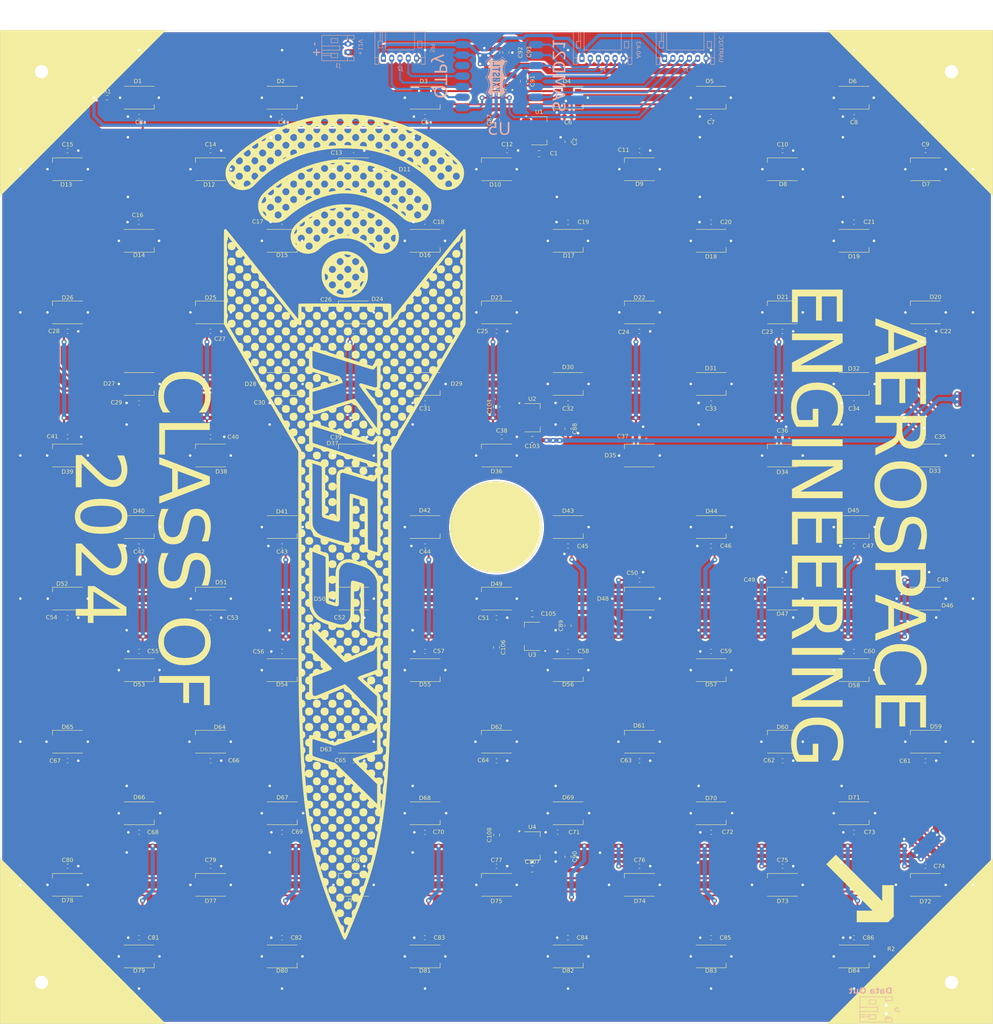
<source format=kicad_pcb>
(kicad_pcb (version 20240108) (generator "pcbnew") (generator_version "8.0")
  (layers (0 "F.Cu" signal) (31 "B.Cu" signal) (34 "B.Paste" user) (35 "F.Paste" user) (36 "B.SilkS" user "B.Silkscreen") (37 "F.SilkS" user "F.Silkscreen") (38 "B.Mask" user) (39 "F.Mask" user) (44 "Edge.Cuts" user))
  (net 0 "")
  (net 1 "GND")
  (net 2 "Net-(D1-BO)")
  (net 3 "Net-(D2-BO)")
  (net 4 "Net-(D3-BO)")
  (net 5 "Net-(D4-BO)")
  (net 6 "Net-(D5-BO)")
  (net 7 "Net-(D10-BIN)")
  (net 8 "Net-(D10-BO)")
  (net 9 "Net-(D14-BO)")
  (net 10 "Net-(D15-BO)")
  (net 11 "Net-(D16-BO)")
  (net 12 "Net-(D17-BO)")
  (net 13 "Net-(D18-BO)")
  (net 14 "Net-(D19-BO)")
  (net 15 "Net-(D20-BO)")
  (net 16 "Net-(D27-BO)")
  (net 17 "Net-(D28-BO)")
  (net 18 "Net-(D29-BO)")
  (net 19 "Net-(D31-BO)")
  (net 20 "Net-(D32-BO)")
  (net 21 "Net-(D33-BO)")
  (net 22 "Net-(D41-BO)")
  (net 23 "Net-(D42-BO)")
  (net 24 "Net-(D43-BO)")
  (net 25 "Net-(D44-BO)")
  (net 26 "Net-(D45-BO)")
  (net 27 "Net-(D46-BO)")
  (net 28 "Net-(D53-BO)")
  (net 29 "Net-(D54-BO)")
  (net 30 "Net-(D55-BO)")
  (net 31 "Net-(D56-BO)")
  (net 32 "Net-(D57-BO)")
  (net 33 "Net-(D58-BO)")
  (net 34 "Net-(D59-BO)")
  (net 35 "Net-(D71-BO)")
  (net 36 "Net-(D81-BO)")
  (net 37 "Net-(D82-BO)")
  (net 38 "Net-(D83-BO)")
  (net 39 "Net-(D84-BO)")
  (net 40 "+12V")
  (net 41 "Net-(D1-BIN)")
  (net 42 "Net-(D30-BO)")
  (net 43 "Net-(D40-BO)")
  (net 44 "Net-(D66-BO)")
  (net 45 "Net-(D67-BO)")
  (net 46 "Net-(D68-BO)")
  (net 47 "Net-(D69-BO)")
  (net 48 "Net-(D70-BO)")
  (net 49 "Net-(D72-BO)")
  (net 50 "Net-(D79-BO)")
  (net 51 "Net-(D80-BO)")
  (net 52 "Net-(D6-BO)")
  (net 53 "Net-(D7-BO)")
  (net 54 "Net-(D8-BO)")
  (net 55 "Net-(D11-BO)")
  (net 56 "Net-(D12-BO)")
  (net 57 "Net-(D13-BO)")
  (net 58 "Net-(D21-BO)")
  (net 59 "Net-(D22-BO)")
  (net 60 "Net-(D23-BO)")
  (net 61 "Net-(D24-BO)")
  (net 62 "Net-(D25-BO)")
  (net 63 "Net-(D26-BO)")
  (net 64 "Net-(D34-BO)")
  (net 65 "Net-(D35-BO)")
  (net 66 "Net-(D36-BO)")
  (net 67 "Net-(D37-BO)")
  (net 68 "Net-(D38-BO)")
  (net 69 "Net-(D39-BO)")
  (net 70 "Net-(D47-BO)")
  (net 71 "Net-(D48-BO)")
  (net 72 "Net-(D49-BO)")
  (net 73 "Net-(D50-BO)")
  (net 74 "Net-(D51-BO)")
  (net 75 "Net-(D52-BO)")
  (net 76 "Net-(D60-BO)")
  (net 77 "Net-(D61-BO)")
  (net 78 "Net-(D62-BO)")
  (net 79 "Net-(D63-BO)")
  (net 80 "Net-(D64-BO)")
  (net 81 "Net-(D65-BO)")
  (net 82 "Net-(D73-BO)")
  (net 83 "Net-(D74-BO)")
  (net 84 "Net-(D75-BO)")
  (net 85 "Net-(D76-BO)")
  (net 86 "Net-(D77-BO)")
  (net 87 "Net-(D78-BO)")
  (net 88 "Net-(D1-DO)")
  (net 89 "Net-(D2-DO)")
  (net 90 "Net-(D3-DO)")
  (net 91 "Net-(D4-DO)")
  (net 92 "Net-(D5-DO)")
  (net 93 "Net-(D6-DO)")
  (net 94 "Net-(D7-DO)")
  (net 95 "Net-(D8-DO)")
  (net 96 "Net-(D10-DIN)")
  (net 97 "Net-(D10-DO)")
  (net 98 "Net-(D11-DO)")
  (net 99 "Net-(D12-DO)")
  (net 100 "Net-(D13-DO)")
  (net 101 "Net-(D14-DO)")
  (net 102 "Net-(D15-DO)")
  (net 103 "Net-(D16-DO)")
  (net 104 "Net-(D17-DO)")
  (net 105 "Net-(D18-DO)")
  (net 106 "Net-(D19-DO)")
  (net 107 "Net-(D20-DO)")
  (net 108 "Net-(D21-DO)")
  (net 109 "Net-(D22-DO)")
  (net 110 "Net-(D23-DO)")
  (net 111 "Net-(D24-DO)")
  (net 112 "Net-(D25-DO)")
  (net 113 "Net-(D26-DO)")
  (net 114 "Net-(D27-DO)")
  (net 115 "Net-(D28-DO)")
  (net 116 "Net-(D29-DO)")
  (net 117 "Net-(D30-DO)")
  (net 118 "Net-(D31-DO)")
  (net 119 "Net-(D32-DO)")
  (net 120 "Net-(D33-DO)")
  (net 121 "Net-(D34-DO)")
  (net 122 "Net-(D35-DO)")
  (net 123 "Net-(D36-DO)")
  (net 124 "Net-(D37-DO)")
  (net 125 "Net-(D38-DO)")
  (net 126 "Net-(D39-DO)")
  (net 127 "Net-(D40-DO)")
  (net 128 "Net-(D41-DO)")
  (net 129 "Net-(D42-DO)")
  (net 130 "Net-(D43-DO)")
  (net 131 "Net-(D44-DO)")
  (net 132 "Net-(D45-DO)")
  (net 133 "Net-(D46-DO)")
  (net 134 "Net-(D47-DO)")
  (net 135 "Net-(D48-DO)")
  (net 136 "Net-(D49-DO)")
  (net 137 "Net-(D50-DO)")
  (net 138 "Net-(D51-DO)")
  (net 139 "Net-(D52-DO)")
  (net 140 "Net-(D53-DO)")
  (net 141 "Net-(D54-DO)")
  (net 142 "Net-(D55-DO)")
  (net 143 "Net-(D56-DO)")
  (net 144 "Net-(D57-DO)")
  (net 145 "Net-(D58-DO)")
  (net 146 "Net-(D59-DO)")
  (net 147 "Net-(D60-DO)")
  (net 148 "Net-(D61-DO)")
  (net 149 "Net-(D62-DO)")
  (net 150 "Net-(D63-DO)")
  (net 151 "Net-(D64-DO)")
  (net 152 "Net-(D65-DO)")
  (net 153 "Net-(D66-DO)")
  (net 154 "Net-(D67-DO)")
  (net 155 "Net-(D68-DO)")
  (net 156 "Net-(D69-DO)")
  (net 157 "Net-(D70-DO)")
  (net 158 "Net-(D71-DO)")
  (net 159 "Net-(D72-DO)")
  (net 160 "Net-(D73-DO)")
  (net 161 "Net-(D74-DO)")
  (net 162 "Net-(D75-DO)")
  (net 163 "Net-(D76-DO)")
  (net 164 "Net-(D77-DO)")
  (net 165 "Net-(D78-DO)")
  (net 166 "Net-(D79-DO)")
  (net 167 "Net-(D80-DO)")
  (net 168 "Net-(D81-DO)")
  (net 169 "Net-(D82-DO)")
  (net 170 "Net-(D83-DO)")
  (net 172 "/SAMD_MISO")
  (net 173 "/SAMD_MOSI")
  (net 174 "/SAMD_SCK")
  (net 175 "/SAMD_SCL")
  (net 176 "/SAMD_SDA")
  (net 177 "/SAMD_RX")
  (net 178 "/SAMD_TX")
  (net 179 "/SAMD_A0")
  (net 180 "/SAMD_A3")
  (net 181 "/SAMD_A1")
  (net 182 "/SAMD_A2")
  (net 183 "/Supply_Rail_5V_U1")
  (net 184 "Net-(J5-Pin_1)")
  (net 185 "/Supply_Rail_5V_U2")
  (net 186 "/Supply_Rail_5V_U3")
  (net 187 "/Supply_Rail_5V_U4")
  (net 188 "/Supply_Rail_5V_U6")
  (footprint "Package_TO_SOT_SMD:SOT-223-3_TabPin2" (layer "F.Cu") (at 120.690003 10.9 180)
    (property "Reference" "U6")
    (property "Value" "AZ1117-5.0")
  )
  (footprint "Capacitor_SMD:C_0603_1608Metric_Pad1.08x0.95mm_HandSolder" (layer "F.Cu") (at 154.569664 201.92)
    (property "Reference" "C76")
    (property "Value" "1uF")
  )
  (footprint "LED_SMD:LED_WS2812_PLCC6_5.0x5.0mm_P1.6mm" (layer "F.Cu") (at 223.709658 206.430013)
    (property "Reference" "D72")
    (property "Value" "WS2813B")
  )
  (footprint "Capacitor_SMD:C_0603_1608Metric_Pad1.08x0.95mm_HandSolder" (layer "F.Cu") (at 137.279349 46.34 180)
    (property "Reference" "C19")
    (property "Value" "1uF")
  )
  (footprint "Capacitor_SMD:C_0603_1608Metric_Pad1.08x0.95mm_HandSolder" (layer "F.Cu") (at 68.14 46.34 180)
    (property "Reference" "C17")
    (property "Value" "1uF")
  )
  (footprint "Capacitor_SMD:C_0603_1608Metric_Pad1.08x0.95mm_HandSolder" (layer "F.Cu") (at 33.5425 219.18 180)
    (property "Reference" "C81")
    (property "Value" "1uF")
  )
  (footprint "Capacitor_SMD:C_0603_1608Metric_Pad1.08x0.95mm_HandSolder" (layer "F.Cu") (at 68.1455 193.73 180)
    (property "Reference" "C69")
    (property "Value" "1uF")
  )
  (footprint "Capacitor_SMD:C_0603_1608Metric_Pad1.08x0.95mm_HandSolder" (layer "F.Cu") (at 154.56958 29.07)
    (property "Reference" "C11")
    (property "Value" "1uF")
  )
  (footprint "Capacitor_SMD:C_0603_1608Metric_Pad1.08x0.95mm_HandSolder" (layer "F.Cu") (at 68.145503 20.85 180)
    (property "Reference" "C4")
    (property "Value" "1uF")
  )
  (footprint "Capacitor_SMD:C_0603_1608Metric_Pad1.08x0.95mm_HandSolder" (layer "F.Cu") (at 119.998993 176.45)
    (property "Reference" "C64")
    (property "Value" "1uF")
  )
  (footprint "LED_SMD:LED_WS2812_PLCC6_5.0x5.0mm_P1.6mm" (layer "F.Cu") (at 85.430327 102.715174)
    (property "Reference" "D37")
    (property "Value" "WS2813B")
  )
  (footprint "LED_SMD:LED_WS2812_PLCC6_5.0x5.0mm_P1.6mm" (layer "F.Cu") (at 223.708993 68.145501)
    (property "Reference" "D20")
    (property "Value" "WS2813B")
  )
  (footprint "Capacitor_SMD:C_0603_1608Metric_Pad1.08x0.95mm_HandSolder" (layer "F.Cu") (at 122.57 29.04)
    (property "Reference" "C12")
    (property "Value" "1uF")
  )
  (footprint "Capacitor_SMD:C_0805_2012Metric_Pad1.18x1.45mm_HandSolder" (layer "F.Cu") (at 122.23 5.359999 90)
    (property "Reference" "C93")
    (property "Value" "10uF")
  )
  (footprint "LED_SMD:LED_WS2812_PLCC6_5.0x5.0mm_P1.6mm" (layer "F.Cu") (at 68.145495 85.430341 180)
    (property "Reference" "D28")
    (property "Value" "WS2813B")
  )
  (footprint "LED_SMD:LED_WS2812_PLCC6_5.0x5.0mm_P1.6mm" (layer "F.Cu") (at 189.139245 68.14545)
    (property "Reference" "D21")
    (property "Value" "WS2813B")
  )
  (footprint "Capacitor_SMD:C_0805_2012Metric_Pad1.18x1.45mm_HandSolder" (layer "F.Cu") (at 137.284823 143.82 90)
    (property "Reference" "C89")
    (property "Value" "10uF")
  )
  (footprint "LED_SMD:LED_WS2812_PLCC6_5.0x5.0mm_P1.6mm" (layer "F.Cu") (at 68.145499 154.569659 180)
    (property "Reference" "D54")
    (property "Value" "WS2813B")
  )
  (footprint "Capacitor_SMD:C_0805_2012Metric_Pad1.18x1.45mm_HandSolder" (layer "F.Cu") (at 137.284831 199.66 -90)
    (property "Reference" "C90")
    (property "Value" "10uF")
  )
  (footprint "Capacitor_SMD:C_0603_1608Metric_Pad1.08x0.95mm_HandSolder" (layer "F.Cu") (at 171.826999 219.180001 180)
    (property "Reference" "C85")
    (property "Value" "1uF")
  )
  (footprint "LED_SMD:LED_WS2812_PLCC6_5.0x5.0mm_P1.6mm" (layer "F.Cu") (at 154.569663 102.715167)
    (property "Reference" "D35")
    (property "Value" "WS2813B")
  )
  (footprint "LED_SMD:LED_WS2812_PLCC6_5.0x5.0mm_P1.6mm" (layer "F.Cu") (at 206.429672 223.710008 180)
    (property "Reference" "D84")
    (property "Value" "WS2813B")
  )
  (footprint "LED_SMD:LED_WS2812_PLCC6_5.0x5.0mm_P1.6mm" (layer "F.Cu") (at 85.430334 33.575838)
    (property "Reference" "D11")
    (property "Value" "WS2813B")
  )
  (footprint "Capacitor_SMD:C_0603_1608Metric_Pad1.08x0.95mm_HandSolder" (layer "F.Cu") (at 85.430327 98.2)
    (property "Reference" "C39")
    (property "Value" "1uF")
  )
  (footprint "Capacitor_SMD:C_0805_2012Metric_Pad1.18x1.45mm_HandSolder" (layer "F.Cu") (at 128.63 98.82 180)
    (property "Reference" "C103")
    (property "Value" "10uF")
  )
  (footprint "LED_SMD:LED_WS2812_PLCC6_5.0x5.0mm_P1.6mm" (layer "F.Cu") (at 102.715162 189.139323 180)
    (property "Reference" "D68")
    (property "Value" "WS2813B")
  )
  (footprint "Package_TO_SOT_SMD:SOT-223-3_TabPin2" (layer "F.Cu") (at 128.642422 93.6)
    (property "Reference" "U2")
    (property "Value" "AZ1117-5.0")
  )
  (footprint "LED_SMD:LED_WS2812_PLCC6_5.0x5.0mm_P1.6mm" (layer "F.Cu") (at 120.000014 102.715162)
    (property "Reference" "D36")
    (property "Value" "WS2813B")
  )
  (footprint "Capacitor_SMD:C_0603_1608Metric_Pad1.08x0.95mm_HandSolder" (layer "F.Cu") (at 68.145495 90.02 180)
    (property "Reference" "C30")
    (property "Value" "1uF")
  )
  (footprint "Capacitor_SMD:C_0603_1608Metric_Pad1.08x0.95mm_HandSolder" (layer "F.Cu") (at 119.973507 72.740001)
    (property "Reference" "C25")
    (property "Value" "1uF")
  )
  (footprint "LED_SMD:LED_WS2812_PLCC6_5.0x5.0mm_P1.6mm" (layer "F.Cu") (at 50.860686 33.575834)
    (property "Reference" "D12")
    (property "Value" "WS2813B")
  )
  (footprint "LED_SMD:LED_WS2812_PLCC6_5.0x5.0mm_P1.6mm" (layer "F.Cu") (at 154.569678 137.284827)
    (property "Reference" "D48")
    (property "Value" "WS2813B")
  )
  (footprint "Capacitor_SMD:C_0603_1608Metric_Pad1.08x0.95mm_HandSolder" (layer "F.Cu") (at 50.860686 29.07)
    (property "Reference" "C14")
    (property "Value" "1uF")
  )
  (footprint "Capacitor_SMD:C_0603_1608Metric_Pad1.08x0.95mm_HandSolder" (layer "F.Cu") (at 16.285168 201.92)
    (property "Reference" "C80")
    (property "Value" "1uF")
  )
  (footprint "Capacitor_SMD:C_0603_1608Metric_Pad1.08x0.95mm_HandSolder" (layer "F.Cu") (at 171.848894 46.34 180)
    (property "Reference" "C20")
    (property "Value" "1uF")
  )
  (footprint "Capacitor_SMD:C_0603_1608Metric_Pad1.08x0.95mm_HandSolder" (layer "F.Cu") (at 33.57 150.04 180)
    (property "Reference" "C55")
    (property "Value" "1uF")
  )
  (footprint "Capacitor_SMD:C_0603_1608Metric_Pad1.08x0.95mm_HandSolder" (layer "F.Cu") (at 171.854495 124.58 180)
    (property "Reference" "C46")
    (property "Value" "1uF")
  )
  (footprint "LED_SMD:LED_WS2812_PLCC6_5.0x5.0mm_P1.6mm" (layer "F.Cu") (at 171.854531 85.430413 180)
    (property "Reference" "D31")
    (property "Value" "WS2813B")
  )
  (footprint "LED_SMD:LED_WS2812_PLCC6_5.0x5.0mm_P1.6mm" (layer "F.Cu") (at 154.569664 206.424157)
    (property "Reference" "D74")
    (property "Value" "WS2813B")
  )
  (footprint "Capacitor_SMD:C_0603_1608Metric_Pad1.08x0.95mm_HandSolder" (layer "F.Cu") (at 102.715162 193.73 180)
    (property "Reference" "C70")
    (property "Value" "1uF")
  )
  (footprint "MountingHole:MountingHole_3.2mm_M3_Pad" (layer "F.Cu") (at 230 10)
    (property "Reference" "H4")
    (property "Value" "MountingHole_Pad" (hide yes))
  )
  (footprint "LED_SMD:LED_WS2812_PLCC6_5.0x5.0mm_P1.6mm" (layer "F.Cu") (at 102.715168 154.569662 180)
    (property "Reference" "D55")
    (property "Value" "WS2813B")
  )
  (footprint "LED_SMD:LED_WS2812_PLCC6_5.0x5.0mm_P1.6mm" (layer "F.Cu") (at 102.715203 16.291084 180)
    (property "Reference" "D3")
    (property "Value" "WS2813B")
  )
  (footprint "Capacitor_SMD:C_0805_2012Metric_Pad1.18x1.45mm_HandSolder" (layer "F.Cu") (at 119.999991 149.05 -90)
    (property "Reference" "C106")
    (property "Value" "10uF")
  )
  (footprint "Capacitor_SMD:C_0603_1608Metric_Pad1.08x0.95mm_HandSolder" (layer "F.Cu") (at 189.112752 72.740003)
    (property "Reference" "C23")
    (property "Value" "1uF")
  )
  (footprint "Capacitor_SMD:C_0805_2012Metric_Pad1.18x1.45mm_HandSolder" (layer "F.Cu") (at 119.999995 194.39 90)
    (property "Reference" "C108")
    (property "Value" "10uF")
  )
  (footprint "LOGO" (layer "F.Cu") (at 83.312 119.96 -90)
    (property "Reference" "G***" (hide yes))
    (property "Value" "LOGO" (hide yes))
  )
  (footprint "Capacitor_SMD:C_0603_1608Metric_Pad1.08x0.95mm_HandSolder" (layer "F.Cu") (at 33.575834 124.58 180)
    (property "Reference" "C42")
    (property "Value" "1uF")
  )
  (footprint "LED_SMD:LED_WS2812_PLCC6_5.0x5.0mm_P1.6mm" (layer "F.Cu") (at 171.854412 50.860617 180)
    (property "Reference" "D18")
    (property "Value" "WS2813B")
  )
  (footprint "Capacitor_SMD:C_0603_1608Metric_Pad1.08x0.95mm_HandSolder" (layer "F.Cu") (at 223.708908 98.2)
    (property "Reference" "C35")
    (property "Value" "1uF")
  )
  (footprint "Resistor_SMD:R_0603_1608Metric_Pad0.98x0.95mm_HandSolder" (layer "F.Cu") (at 217.45 223.75)
    (property "Reference" "R2")
    (property "Value" "220Ω")
  )
  (footprint "LED_SMD:LED_WS2812_PLCC6_5.0x5.0mm_P1.6mm" (layer "F.Cu") (at 102.715164 223.709001 180)
    (property "Reference" "D81")
    (property "Value" "WS2813B")
  )
  (footprint "LED_SMD:LED_WS2812_PLCC6_5.0x5.0mm_P1.6mm" (layer "F.Cu") (at 206.424161 50.860668 180)
    (property "Reference" "D19")
    (property "Value" "WS2813B")
  )
  (footprint "LED_SMD:LED_WS2812_PLCC6_5.0x5.0mm_P1.6mm" (layer "F.Cu") (at 137.284867 50.860747 180)
    (property "Reference" "D17")
    (property "Value" "WS2813B")
  )
  (footprint "LED_SMD:LED_WS2812_PLCC6_5.0x5.0mm_P1.6mm" (layer "F.Cu") (at 85.430332 206.424169)
    (property "Reference" "D76")
    (property "Value" "WS2813B")
  )
  (footprint "Capacitor_SMD:C_0603_1608Metric_Pad1.08x0.95mm_HandSolder" (layer "F.Cu") (at 171.854496 20.85 180)
    (property "Reference" "C7")
    (property "Value" "1uF")
  )
  (footprint "LED_SMD:LED_WS2812_PLCC6_5.0x5.0mm_P1.6mm" (layer "F.Cu") (at 16.290336 33.569993)
    (property "Reference" "D13")
    (property "Value" "WS2813B")
  )
  (footprint "LED_SMD:LED_WS2812_PLCC6_5.0x5.0mm_P1.6mm" (layer "F.Cu") (at 33.570001 223.709655 180)
    (property "Reference" "D79")
    (property "Value" "WS2813B")
  )
  (footprint "Capacitor_SMD:C_0603_1608Metric_Pad1.08x0.95mm_HandSolder" (layer "F.Cu") (at 50.859663 176.45)
    (property "Reference" "C66")
    (property "Value" "1uF")
  )
  (footprint "LED_SMD:LED_WS2812_PLCC6_5.0x5.0mm_P1.6mm" (layer "F.Cu") (at 102.715166 50.86067 180)
    (property "Reference" "D16")
    (property "Value" "WS2813B")
  )
  (footprint "Capacitor_SMD:C_0603_1608Metric_Pad1.08x0.95mm_HandSolder" (layer "F.Cu") (at 154.569663 98.2)
    (property "Reference" "C37")
    (property "Value" "1uF")
  )
  (footprint "Package_TO_SOT_SMD:SOT-223-3_TabPin2" (layer "F.Cu") (at 128.63 146.4 180)
    (property "Reference" "U3")
    (property "Value" "AZ1117-5.0")
  )
  (footprint "Capacitor_SMD:C_0603_1608Metric_Pad1.08x0.95mm_HandSolder" (layer "F.Cu") (at 189.139364 98.2)
    (property "Reference" "C36")
    (property "Value" "1uF")
  )
  (footprint "Capacitor_SMD:C_0603_1608Metric_Pad1.08x0.95mm_HandSolder" (layer "F.Cu") (at 223.709658 201.92)
    (property "Reference" "C74")
    (property "Value" "1uF")
  )
  (footprint "LED_SMD:LED_WS2812_PLCC6_5.0x5.0mm_P1.6mm" (layer "F.Cu") (at 119.999998 171.854495)
    (property "Reference" "D62")
    (property "Value" "WS2813B")
  )
  (footprint "LED_SMD:LED_WS2812_PLCC6_5.0x5.0mm_P1.6mm" (layer "F.Cu") (at 68.145502 119.999998 180)
    (property "Reference" "D41")
    (property "Value" "WS2813B")
  )
  (footprint "Capacitor_SMD:C_0603_1608Metric_Pad1.08x0.95mm_HandSolder" (layer "F.Cu") (at 137.284831 90.02 180)
    (property "Reference" "C32")
    (property "Value" "1uF")
  )
  (footprint "LED_SMD:LED_WS2812_PLCC6_5.0x5.0mm_P1.6mm" (layer "F.Cu") (at 120.000035 33.575916)
    (property "Reference" "D10")
    (property "Value" "WS2813B")
  )
  (footprint "Capacitor_SMD:C_0603_1608Metric_Pad1.08x0.95mm_HandSolder" (layer "F.Cu") (at 102.71516 124.58 180)
    (property "Reference" "C44")
    (property "Value" "1uF")
  )
  (footprint "LED_SMD:LED_WS2812_PLCC6_5.0x5.0mm_P1.6mm" (layer "F.Cu") (at 223.709664 33.580007)
    (property "Reference" "D7")
    (property "Value" "WS2813B")
  )
  (footprint "LED_SMD:LED_WS2812_PLCC6_5.0x5.0mm_P1.6mm" (layer "F.Cu") (at 137.284747 16.290954 180)
    (property "Reference" "D4")
    (property "Value" "WS2813B")
  )
  (footprint "LED_SMD:LED_WS2812_PLCC6_5.0x5.0mm_P1.6mm" (layer "F.Cu") (at 189.139327 137.284831)
    (property "Reference" "D47")
    (property "Value" "WS2813B")
  )
  (footprint "LED_SMD:LED_WS2812_PLCC6_5.0x5.0mm_P1.6mm" (layer "F.Cu") (at 206.424177 189.139325 180)
    (property "Reference" "D71")
    (property "Value" "WS2813B")
  )
  (footprint "LED_SMD:LED_WS2812_PLCC6_5.0x5.0mm_P1.6mm" (layer "F.Cu") (at 154.569656 171.854502)
    (property "Reference" "D61")
    (property "Value" "WS2813B")
  )
  (footprint "LED_SMD:LED_WS2812_PLCC6_5.0x5.0mm_P1.6mm" (layer "F.Cu") (at 223.709027 137.284908)
    (property "Reference" "D46")
    (property "Value" "WS2813B")
  )
  (footprint "LED_SMD:LED_WS2812_PLCC6_5.0x5.0mm_P1.6mm" (layer "F.Cu") (at 171.854511 154.569658 180)
    (property "Reference" "D57")
    (property "Value" "WS2813B")
  )
  (footprint "Capacitor_SMD:C_0603_1608Metric_Pad1.08x0.95mm_HandSolder" (layer "F.Cu") (at 119.97 141.91)
    (property "Reference" "C51")
    (property "Value" "1uF")
  )
  (footprint "LED_SMD:LED_WS2812_PLCC6_5.0x5.0mm_P1.6mm" (layer "F.Cu") (at 119.999991 137.284838)
    (property "Reference" "D49")
    (property "Value" "WS2813B")
  )
  (footprint "Capacitor_SMD:C_0603_1608Metric_Pad1.08x0.95mm_HandSolder" (layer "F.Cu") (at 119.999995 201.92)
    (property "Reference" "C77")
    (property "Value" "1uF")
  )
  (footprint "Capacitor_SMD:C_0603_1608Metric_Pad1.08x0.95mm_HandSolder" (layer "F.Cu") (at 16.290336 29.07)
    (property "Reference" "C15")
    (property "Value" "1uF")
  )
  (footprint "Capacitor_SMD:C_0603_1608Metric_Pad1.08x0.95mm_HandSolder" (layer "F.Cu") (at 50.83417 72.74)
    (property "Reference" "C27")
    (property "Value" "1uF")
  )
  (footprint "LED_SMD:LED_WS2812_PLCC6_5.0x5.0mm_P1.6mm" (layer "F.Cu") (at 33.575168 16.285168 180)
    (property "Reference" "D1")
    (property "Value" "WS2813B")
  )
  (footprint "Capacitor_SMD:C_0603_1608Metric_Pad1.08x0.95mm_HandSolder" (layer "F.Cu") (at 85.429326 176.450001)
    (property "Reference" "C65")
    (property "Value" "1uF")
  )
  (footprint "Capacitor_SMD:C_0805_2012Metric_Pad1.18x1.45mm_HandSolder" (layer "F.Cu") (at 128.63 140.951868 180)
    (property "Reference" "C105")
    (property "Value" "10uF")
  )
  (footprint "Capacitor_SMD:C_0603_1608Metric_Pad1.08x0.95mm_HandSolder" (layer "F.Cu") (at 206.418323 150.039998 180)
    (property "Reference" "C60")
    (property "Value" "1uF")
  )
  (footprint "Capacitor_SMD:C_0805_2012Metric_Pad1.18x1.45mm_HandSolder" (layer "F.Cu") (at 120.000014 90.96 90)
    (property "Reference" "C104")
    (property "Value" "10uF")
  )
  (footprint "Capacitor_SMD:C_0603_1608Metric_Pad1.08x0.95mm_HandSolder" (layer "F.Cu") (at 121.255026 98.189999)
    (property "Reference" "C38")
    (property "Value" "1uF")
  )
  (footprint "Resistor_SMD:R_0603_1608Metric_Pad0.98x0.95mm_HandSolder" (layer "F.Cu") (at 25.85 16.285168)
    (property "Reference" "R1")
    (property "Value" "220Ω")
  )
  (footprint "Capacitor_SMD:C_0603_1608Metric_Pad1.08x0.95mm_HandSolder" (layer "F.Cu") (at 189.139327 132.79)
    (property "Reference" "C49")
    (property "Value" "1uF")
  )
  (footprint "Capacitor_SMD:C_0805_2012Metric_Pad1.18x1.45mm_HandSolder" (layer "F.Cu") (at 137.28 96.26 -90)
    (property "Reference" "C88")
    (property "Value" "10uF")
  )
  (footprint "MountingHole:MountingHole_3.2mm_M3_Pad" (layer "F.Cu") (at 10 10)
    (property "Reference" "H2")
    (property "Value" "MountingHole_Pad" (hide yes))
  )
  (footprint "Capacitor_SMD:C_0603_1608Metric_Pad1.08x0.95mm_HandSolder" (layer "F.Cu") (at 102.715203 20.85 180)
    (property "Reference" "C5")
    (property "Value" "1uF")
  )
  (footprint "LED_SMD:LED_WS2812_PLCC6_5.0x5.0mm_P1.6mm" (layer "F.Cu") (at 137.284823 154.56967 180)
    (property "Reference" "D56")
    (property "Value" "WS2813B")
  )
  (footprint "Capacitor_SMD:C_0603_1608Metric_Pad1.08x0.95mm_HandSolder" (layer "F.Cu") (at 171.848673 150.04 180)
    (property "Reference" "C59")
    (property "Value" "1uF")
  )
  (footprint "Capacitor_SMD:C_0603_1608Metric_Pad1.08x0.95mm_HandSolder" (layer "F.Cu") (at 85.403857 72.74)
    (property "Reference" "C26")
    (property "Value" "1uF")
  )
  (footprint "LED_SMD:LED_WS2812_PLCC6_5.0x5.0mm_P1.6mm" (layer "F.Cu") (at 189.139328 33.575837)
    (property "Reference" "D8")
    (property "Value" "WS2813B")
  )
  (footprint "Capacitor_SMD:C_0603_1608Metric_Pad1.08x0.95mm_HandSolder" (layer "F.Cu") (at 223.709027 132.79)
    (property "Reference" "C48")
    (property "Value" "1uF")
  )
  (footprint "Capacitor_SMD:C_0603_1608Metric_Pad1.08x0.95mm_HandSolder" (layer "F.Cu") (at 102.709648 46.34 180)
    (property "Reference" "C18")
    (property "Value" "1uF")
  )
  (footprint "LED_SMD:LED_WS2812_PLCC6_5.0x5.0mm_P1.6mm" (layer "F.Cu") (at 50.860663 68.145509)
    (property "Reference" "D25")
    (property "Value" "WS2813B")
  )
  (footprint "LED_SMD:LED_WS2812_PLCC6_5.0x5.0mm_P1.6mm" (layer "F.Cu") (at 154.569699 68.145579)
    (property "Reference" "D22")
    (property "Value" "WS2813B")
  )
  (footprint "Capacitor_SMD:C_0603_1608Metric_Pad1.08x0.95mm_HandSolder" (layer "F.Cu") (at 223.709664 29.04)
    (property "Reference" "C9")
    (property "Value" "1uF")
  )
  (footprint "LED_SMD:LED_WS2812_PLCC6_5.0x5.0mm_P1.6mm" (layer "F.Cu") (at 85.43035 68.145498)
    (property "Reference" "D24")
    (property "Value" "WS2813B")
  )
  (footprint "LED_SMD:LED_WS2812_PLCC6_5.0x5.0mm_P1.6mm" (layer "F.Cu") (at 206.424195 120.000075 180)
    (property "Reference" "D45")
    (property "Value" "WS2813B")
  )
  (footprint "Capacitor_SMD:C_0603_1608Metric_Pad1.08x0.95mm_HandSolder" (layer "F.Cu") (at 85.430334 29.07)
    (property "Reference" "C13")
    (property "Value" "1uF")
  )
  (footprint "LED_SMD:LED_WS2812_PLCC6_5.0x5.0mm_P1.6mm" (layer "F.Cu") (at 50.860669 206.42416)
    (property "Reference" "D77")
    (property "Value" "WS2813B")
  )
  (footprint "Package_TO_SOT_SMD:SOT-223-3_TabPin2" (layer "F.Cu") (at 130.29 24.28)
    (property "Reference" "U1")
    (property "Value" "AZ1117-5.0")
  )
  (footprint "LED_SMD:LED_WS2812_PLCC6_5.0x5.0mm_P1.6mm" (layer "F.Cu") (at 33.575839 85.430333 180)
    (property "Reference" "D27")
    (property "Value" "WS2813B")
  )
  (footprint "Capacitor_SMD:C_0603_1608Metric_Pad1.08x0.95mm_HandSolder" (layer "F.Cu") (at 68.145502 124.58 180)
    (property "Reference" "C43")
    (property "Value" "1uF")
  )
  (footprint "Capacitor_SMD:C_0603_1608Metric_Pad1.08x0.95mm_HandSolder" (layer "F.Cu") (at 33.58 20.85 180)
    (property "Reference" "C3")
    (property "Value" "1uF")
  )
  (footprint "LED_SMD:LED_WS2812_PLCC6_5.0x5.0mm_P1.6mm" (layer "F.Cu") (at 171.854498 223.708994 180)
    (property "Reference" "D83")
    (property "Value" "WS2813B")
  )
  (footprint "Capacitor_SMD:C_0603_1608Metric_Pad1.08x0.95mm_HandSolder" (layer "F.Cu") (at 50.860671 98.2)
    (property "Reference" "C40")
    (property "Value" "1uF")
  )
  (footprint "Capacitor_SMD:C_0805_2012Metric_Pad1.18x1.45mm_HandSolder" (layer "F.Cu") (at 126.52 12.31 -90)
    (property "Reference" "C91")
    (property "Value" "10uF")
  )
  (footprint "Capacitor_SMD:C_0603_1608Metric_Pad1.08x0.95mm_HandSolder" (layer "F.Cu") (at 68.139663 150.04 180)
    (property "Reference" "C56")
    (property "Value" "1uF")
  )
  (footprint "Capacitor_SMD:C_0603_1608Metric_Pad1.08x0.95mm_HandSolder" (layer "F.Cu") (at 16.2875 72.740001)
    (property "Reference" "C28")
    (property "Value" "1uF")
  )
  (footprint "LED_SMD:LED_WS2812_PLCC6_5.0x5.0mm_P1.6mm" (layer "F.Cu") (at 189.139322 206.42417)
    (property "Reference" "D73")
    (property "Value" "WS2813B")
  )
  (footprint "LED_SMD:LED_WS2812_PLCC6_5.0x5.0mm_P1.6mm" (layer "F.Cu") (at 50.860665 137.284827)
    (property "Reference" "D51")
    (property "Value" "WS2813B")
  )
  (footprint "LED_SMD:LED_WS2812_PLCC6_5.0x5.0mm_P1.6mm" (layer "F.Cu") (at 137.284831 85.430335 180)
    (property "Reference" "D30")
    (property "Value" "WS2813B")
  )
  (footprint "Capacitor_SMD:C_0805_2012Metric_Pad1.18x1.45mm_HandSolder" (layer "F.Cu") (at 120.049999 5.352502 90)
    (property "Reference" "C92")
    (property "Value" "10uF")
  )
  (footprint "Capacitor_SMD:C_0603_1608Metric_Pad1.08x0.95mm_HandSolder" (layer "F.Cu") (at 68.117999 219.18 180)
    (property "Reference" "C82")
    (property "Value" "1uF")
  )
  (footprint "LED_SMD:LED_WS2812_PLCC6_5.0x5.0mm_P1.6mm" (layer "F.Cu") (at 68.145518 50.860666 180)
    (property "Reference" "D15")
    (property "Value" "WS2813B")
  )
  (footprint "LED_SMD:LED_WS2812_PLCC6_5.0x5.0mm_P1.6mm" (layer "F.Cu") (at 171.854495 119.999998 180)
    (property "Reference" "D44")
    (property "Value" "WS2813B")
  )
  (footprint "Capacitor_SMD:C_0603_1608Metric_Pad1.08x0.95mm_HandSolder" (layer "F.Cu") (at 154.569678 132.79)
    (property "Reference" "C50")
    (property "Value" "1uF")
  )
  (footprint "LED_SMD:LED_WS2812_PLCC6_5.0x5.0mm_P1.6mm" (layer "F.Cu") (at 50.860668 171.854505)
    (property "Reference" "D64")
    (property "Value" "WS2813B")
  )
  (footprint "LED_SMD:LED_WS2812_PLCC6_5.0x5.0mm_P1.6mm" (layer "F.Cu") (at 206.42416 154.569663 180)
    (property "Reference" "D58")
    (property "Value" "WS2813B")
  )
  (footprint "LED_SMD:LED_WS2812_PLCC6_5.0x5.0mm_P1.6mm" (layer "F.Cu") (at 33.575834 119.999995 180)
    (property "Reference" "D40")
    (property "Value" "WS2813B")
  )
  (footprint "LED_SMD:LED_WS2812_PLCC6_5.0x5.0mm_P1.6mm" (layer "F.Cu") (at 189.139364 102.715243)
    (property "Reference" "D34")
    (property "Value" "WS2813B")
  )
  (footprint "LED_SMD:LED_WS2812_PLCC6_5.0x5.0mm_P1.6mm" (layer "F.Cu") (at 171.854496 16.291004 180)
    (property "Reference" "D5")
    (property "Value" "WS2813B")
  )
  (footprint "LED_SMD:LED_WS2812_PLCC6_5.0x5.0mm_P1.6mm" (layer "F.Cu") (at 119.999999 68.145501)
    (property "Reference" "D23")
    (property "Value" "WS2813B")
  )
  (footprint "Capacitor_SMD:C_0603_1608Metric_Pad1.08x0.95mm_HandSolder" (layer "F.Cu") (at 189.139322 201.92)
    (property "Reference" "C75")
    (property "Value" "1uF")
  )
  (footprint "LED_SMD:LED_WS2812_PLCC6_5.0x5.0mm_P1.6mm" (layer "F.Cu") (at 85.430335 137.28483)
    (property "Reference" "D50")
    (property "Value" "WS2813B")
  )
  (footprint "Capacitor_SMD:C_0805_2012Metric_Pad1.18x1.45mm_HandSolder" (layer "F.Cu") (at 128.642413 202.605131)
    (property "Reference" "C107")
    (property "Value" "10uF")
  )
  (footprint "LED_SMD:LED_WS2812_PLCC6_5.0x5.0mm_P1.6mm" (layer "F.Cu") (at 68.1455 189.139337 180)
    (property "Reference" "D67")
    (property "Value" "WS2813B")
  )
  (footprint "LED_SMD:LED_WS2812_PLCC6_5.0x5.0mm_P1.6mm" (layer "F.Cu") (at 189.139343 171.854491)
    (property "Reference" "D60")
    (property "Value" "WS2813B")
  )
  (footprint "LED_SMD:LED_WS2812_PLCC6_5.0x5.0mm_P1.6mm" (layer "F.Cu") (at 16.291002 102.715163)
    (property "Reference" "D39")
    (property "Value" "WS2813B")
  )
  (footprint "Capacitor_SMD:C_0603_1608Metric_Pad1.08x0.95mm_HandSolder" (layer "F.Cu") (at 154.543206 72.74)
    (property "Reference" "C24")
    (property "Value" "1uF")
  )
  (footprint "Capacitor_SMD:C_0603_1608Metric_Pad1.08x0.95mm_HandSolder" (layer "F.Cu") (at 206.40217 219.180002 180)
    (property "Reference" "C86")
    (property "Value" "1uF")
  )
  (footprint "LED_SMD:LED_WS2812_PLCC6_5.0x5.0mm_P1.6mm" (layer "F.Cu") (at 223.708908 102.715113)
    (property "Reference" "D33")
    (property "Value" "WS2813B")
  )
  (footprint "Capacitor_SMD:C_0603_1608Metric_Pad1.08x0.95mm_HandSolder" (layer "F.Cu") (at 137.284747 20.85 180)
    (property "Reference" "C6")
    (property "Value" "1uF")
  )
  (footprint "LED_SMD:LED_WS2812_PLCC6_5.0x5.0mm_P1.6mm" (layer "F.Cu") (at 68.145503 16.291006 180)
    (property "Reference" "D2")
    (property "Value" "WS2813B")
  )
  (footprint "Capacitor_SMD:C_0603_1608Metric_Pad1.08x0.95mm_HandSolder" (layer "F.Cu") (at 223.70799 176.449999)
    (property "Reference" "C61")
    (property "Value" "1uF")
  )
  (footprint "LED_SMD:LED_WS2812_PLCC6_5.0x5.0mm_P1.6mm" (layer "F.Cu") (at 16.291004 137.28484)
    (property "Reference" "D52")
    (property "Value" "WS2813B")
  )
  (footprint "Capacitor_SMD:C_0603_1608Metric_Pad1.08x0.95mm_HandSolder" (layer "F.Cu") (at 134.79 193.73 180)
    (property "Reference" "C71")
    (property "Value" "1uF")
  )
  (footprint "Capacitor_SMD:C_0603_1608Metric_Pad1.08x0.95mm_HandSolder" (layer "F.Cu") (at 154.568651 176.45)
    (property "Reference" "C63")
    (property "Value" "1uF")
  )
  (footprint "LED_SMD:LED_WS2812_PLCC6_5.0x5.0mm_P1.6mm" (layer "F.Cu") (at 137.284831 189.139326 180)
    (property "Reference" "D69")
    (property "Value" "WS2813B")
  )
  (footprint "LED_SMD:LED_WS2812_PLCC6_5.0x5.0mm_P1.6mm" (layer "F.Cu") (at 223.708994 171.854497)
    (property "Reference" "D59")
    (property "Value" "WS2813B")
  )
  (footprint "LED_SMD:LED_WS2812_PLCC6_5.0x5.0mm_P1.6mm" (layer "F.Cu") (at 85.43033 171.854491)
    (property "Reference" "D63")
    (property "Value" "WS2813B")
  )
  (footprint "Capacitor_SMD:C_0603_1608Metric_Pad1.08x0.95mm_HandSolder" (layer "F.Cu") (at 137.257324 219.179999 180)
    (property "Reference" "C84")
    (property "Value" "1uF")
  )
  (footprint "LED_SMD:LED_WS2812_PLCC6_5.0x5.0mm_P1.6mm" (layer "F.Cu") (at 50.860671 102.715165)
    (property "Reference" "D38")
    (property "Value" "WS2813B")
  )
  (footprint "Capacitor_SMD:C_0603_1608Metric_Pad1.08x0.95mm_HandSolder" (layer "F.Cu") (at 189.138338 176.45)
    (property "Reference" "C62")
    (property "Value" "1uF")
  )
  (footprint "Package_TO_SOT_SMD:SOT-223-3_TabPin2" (layer "F.Cu") (at 128.642413 197.01)
    (property "Reference" "U4")
    (property "Value" "AZ1117-5.0")
  )
  (footprint "LED_SMD:LED_WS2812_PLCC6_5.0x5.0mm_P1.6mm" (layer "F.Cu") (at 154.56958 33.575785)
    (property "Reference" "D9")
    (property "Value" "WS2813B")
  )
  (footprint "Capacitor_SMD:C_0603_1608Metric_Pad1.08x0.95mm_HandSolder" (layer "F.Cu") (at 16.291002 98.2)
    (property "Reference" "C41")
    (property "Value" "1uF")
  )
  (footprint "Capacitor_SMD:C_0603_1608Metric_Pad1.08x0.95mm_HandSolder" (layer "F.Cu") (at 206.424195 124.58 180)
    (property "Reference" "C47")
    (property "Value" "1uF")
  )
  (footprint "Capacitor_SMD:C_0603_1608Metric_Pad1.08x0.95mm_HandSolder" (layer "F.Cu") (at 102.709333 150.04 180)
    (property "Reference" "C57")
    (property "Value" "1uF")
  )
  (footprint "Capacitor_SMD:C_0603_1608Metric_Pad1.08x0.95mm_HandSolder" (layer "F.Cu") (at 50.85 141.91)
    (property "Reference" "C53")
    (property "Value" "1uF")
  )
  (footprint "Capacitor_SMD:C_0603_1608Metric_Pad1.08x0.95mm_HandSolder" (layer "F.Cu") (at 171.854531 90.02 180)
    (property "Reference" "C33")
    (property "Value" "1uF")
  )
  (footprint "Capacitor_SMD:C_0603_1608Metric_Pad1.08x0.95mm_HandSolder" (layer "F.Cu") (at 137.284846 124.58 180)
    (property "Reference" "C45")
    (property "Value" "1uF")
  )
  (footprint "LED_SMD:LED_WS2812_PLCC6_5.0x5.0mm_P1.6mm" (layer "F.Cu") (at 119.999995 206.424154)
    (property "Reference" "D75")
    (property "Value" "WS2813B")
  )
  (footprint "LED_SMD:LED_WS2812_PLCC6_5.0x5.0mm_P1.6mm" (layer "F.Cu") (at 16.285168 206.424825)
    (property "Reference" "D78")
    (property "Value" "WS2813B")
  )
  (footprint "LED_SMD:LED_WS2812_PLCC6_5.0x5.0mm_P1.6mm" (layer "F.Cu") (at 206.424077 85.430281 180)
    (property "Reference" "D32")
    (property "Value" "WS2813B")
  )
  (footprint "LED_SMD:LED_WS2812_PLCC6_5.0x5.0mm_P1.6mm" (layer "F.Cu") (at 102.715181 85.430331 180)
    (property "Reference" "D29")
    (property "Value" "WS2813B")
  )
  (footprint "MountingHole:MountingHole_3.2mm_M3_Pad" (layer "F.Cu") (at 10 230)
    (property "Reference" "H1")
    (property "Value" "MountingHole_Pad" (hide yes))
  )
  (footprint "Capacitor_SMD:C_0603_1608Metric_Pad1.08x0.95mm_HandSolder" (layer "F.Cu") (at 16.29 141.91)
    (property "Reference" "C54")
    (property "Value" "1uF")
  )
  (footprint "Capacitor_SMD:C_0603_1608Metric_Pad1.08x0.95mm_HandSolder" (layer "F.Cu") (at 33.575836 193.73 180)
    (property "Reference" "C68")
    (property "Value" "1uF")
  )
  (footprint "MountingHole:MountingHole_3.2mm_M3_Pad" (layer "F.Cu") (at 230 230)
    (property "Reference" "H3")
    (property "Value" "MountingHole_Pad" (hide yes))
  )
  (footprint "Capacitor_SMD:C_0603_1608Metric_Pad1.08x0.95mm_HandSolder" (layer "F.Cu") (at 137.278987 150.040001 180)
    (property "Reference" "C58")
    (property "Value" "1uF")
  )
  (footprint "Capacitor_SMD:C_0603_1608Metric_Pad1.08x0.95mm_HandSolder" (layer "F.Cu") (at 206.424832 20.85 180)
    (property "Reference" "C8")
    (property "Value" "1uF")
  )
  (footprint "Capacitor_SMD:C_0603_1608Metric_Pad1.08x0.95mm_HandSolder" (layer "F.Cu") (at 206.424077 90.02 180)
    (property "Reference" "C34")
    (property "Value" "1uF")
  )
  (footprint "Capacitor_SMD:C_0603_1608Metric_Pad1.08x0.95mm_HandSolder" (layer "F.Cu") (at 171.854488 193.73 180)
    (property "Reference" "C72")
    (property "Value" "1uF")
  )
  (footprint "LED_SMD:LED_WS2812_PLCC6_5.0x5.0mm_P1.6mm" (layer "F.Cu") (at 102.71516 120.000005 180)
    (property "Reference" "D42")
    (property "Value" "WS2813B")
  )
  (footprint "LED_SMD:LED_WS2812_PLCC6_5.0x5.0mm_P1.6mm" (layer "F.Cu") (at 137.284846 119.999994 180)
    (property "Reference" "D43")
    (property "Value" "WS2813B")
  )
  (footprint "Capacitor_SMD:C_0603_1608Metric_Pad1.08x0.95mm_HandSolder" (layer "F.Cu") (at 189.139328 29.07)
    (property "Reference" "C10")
    (property "Value" "1uF")
  )
  (footprint "Capacitor_SMD:C_0805_2012Metric_Pad1.18x1.45mm_HandSolder" (layer "F.Cu") (at 137.284747 26.91 -90)
    (property "Reference" "C2")
    (property "Value" "10uF")
  )
  (footprint "Capacitor_SMD:C_0603_1608Metric_Pad1.08x0.95mm_HandSolder" (layer "F.Cu") (at 85.430332 201.92)
    (property "Reference" "C78")
    (property "Value" "1uF")
  )
  (footprint "Capacitor_SMD:C_0603_1608Metric_Pad1.08x0.95mm_HandSolder" (layer "F.Cu") (at 223.6825 72.74)
    (property "Reference" "C22")
    (property "Value" "1uF")
  )
  (footprint "Capacitor_SMD:C_0603_1608Metric_Pad1.08x0.95mm_HandSolder" (layer "F.Cu") (at 50.860669 201.92)
    (property "Reference" "C79")
    (property "Value" "1uF")
  )
  (footprint "Capacitor_SMD:C_0805_2012Metric_Pad1.18x1.45mm_HandSolder" (layer "F.Cu") (at 130.29 29.815392)
    (property "Reference" "C1")
    (property "Value" "10uF")
  )
  (footprint "LED_SMD:LED_WS2812_PLCC6_5.0x5.0mm_P1.6mm" (layer "F.Cu") (at 33.575836 154.569671 180)
    (property "Reference" "D53")
    (property "Value" "WS2813B")
  )
  (footprint "Capacitor_SMD:C_0603_1608Metric_Pad1.08x0.95mm_HandSolder" (layer "F.Cu") (at 102.715181 90.02 180)
    (property "Reference" "C31")
    (property "Value" "1uF")
  )
  (footprint "LED_SMD:LED_WS2812_PLCC6_5.0x5.0mm_P1.6mm" (layer "F.Cu") (at 16.291006 68.145502)
    (property "Reference" "D26")
    (property "Value" "WS2813B")
  )
  (footprint "Capacitor_SMD:C_0805_2012Metric_Pad1.18x1.45mm_HandSolder" (layer "F.Cu") (at 120.000035 21.67 90)
    (property "Reference" "C87")
    (property "Value" "10uF")
  )
  (footprint "LED_SMD:LED_WS2812_PLCC6_5.0x5.0mm_P1.6mm" (layer "F.Cu") (at 33.57583 50.860679 180)
    (property "Reference" "D14")
    (property "Value" "WS2813B")
  )
  (footprint "Capacitor_SMD:C_0603_1608Metric_Pad1.08x0.95mm_HandSolder" (layer "F.Cu") (at 206.418643 46.34 180)
    (property "Reference" "C21")
    (property "Value" "1uF")
  )
  (footprint "Capacitor_SMD:C_0603_1608Metric_Pad1.08x0.95mm_HandSolder" (layer "F.Cu") (at 206.424177 193.73 180)
    (property "Reference" "C73")
    (property "Value" "1uF")
  )
  (footprint "LED_SMD:LED_WS2812_PLCC6_5.0x5.0mm_P1.6mm" (layer "F.Cu") (at 33.575836 189.13933 180)
    (property "Reference" "D66")
    (property "Value" "WS2813B")
  )
  (footprint "LED_SMD:LED_WS2812_PLCC6_5.0x5.0mm_P1.6mm" (layer "F.Cu") (at 16.291005 171.854496)
    (property "Reference" "D65")
    (property "Value" "WS2813B")
  )
  (footprint "Capacitor_SMD:C_0603_1608Metric_Pad1.08x0.95mm_HandSolder" (layer "F.Cu") (at 102.687663 219.180001 180)
    (property "Reference" "C83")
    (property "Value" "1uF")
  )
  (footprint "Capacitor_SMD:C_0603_1608Metric_Pad1.08x0.95mm_HandSolder" (layer "F.Cu") (at 85.3875 141.91)
    (property "Reference" "C52")
    (property "Value" "1uF")
  )
  (footprint "LED_SMD:LED_WS2812_PLCC6_5.0x5.0mm_P1.6mm" (layer "F.Cu") (at 206.424832 16.295175 180)
    (property "Reference" "D6")
    (property "Value" "WS2813B")
  )
  (footprint "Capacitor_SMD:C_0603_1608Metric_Pad1.08x0.95mm_HandSolder" (layer "F.Cu") (at 33.5725 90.02 180)
    (property "Reference" "C29")
    (property "Value" "1uF")
  )
  (footprint "LED_SMD:LED_WS2812_PLCC6_5.0x5.0mm_P1.6mm" (layer "F.Cu") (at 68.145501 223.708993 180)
    (property "Reference" "D80")
    (property "Value" "WS2813B")
  )
  (footprint "LED_SMD:LED_WS2812_PLCC6_5.0x5.0mm_P1.6mm" (layer "F.Cu") (at 137.284826 223.708986 180)
    (property "Reference" "D82")
    (property "Value" "WS2813B")
  )
  (footprint "LED_SMD:LED_WS2812_PLCC6_5.0x5.0mm_P1.6mm" (layer "F.Cu") (at 171.854488 189.139335 180)
    (property "Reference" "D70")
    (property "Value" "WS2813B")
  )
  (footprint "Capacitor_SMD:C_0603_1608Metric_Pad1.08x0.95mm_HandSolder" (layer "F.Cu") (at 33.55 46.34 180)
    (property "Reference" "C16")
    (property "Value" "1uF")
  )
  (footprint "Capacitor_SMD:C_0603_1608Metric_Pad1.08x0.95mm_HandSolder" (layer "F.Cu") (at 16.29 176.45)
    (property "Reference" "C67")
    (property "Value" "1uF")
  )
  (footprint "Connector_JST:JST_PH_S6B-PH-K_1x06_P2.00mm_Horizontal" (layer "B.Cu") (at 140.650001 6.789999)
    (property "Reference" "J4")
    (property "Value" "JST-PH A#")
  )
  (footprint "Connector_JST:JST_PH_S2B-PH-K_1x02_P2.00mm_Horizontal" (layer "B.Cu") (at 214.210001 237.52 90)
    (property "Reference" "J5")
    (property "Value" "Data Out")
  )
  (footprint "Connector_JST:JST_PH_S5B-PH-K_1x05_P2.00mm_Horizontal" (layer "B.Cu") (at 92.66 6.75)
    (property "Reference" "J2")
    (property "Value" "JST-PH SPI")
  )
  (footprint "Connector_JST:JST_PH_S6B-PH-K_1x06_P2.00mm_Horizontal" (layer "B.Cu") (at 160.649999 6.789999)
    (property "Reference" "J3")
    (property "Value" "JST-PH UART/I2C")
  )
  (footprint "New_Library:Py_QT_SAMD21" (layer "B.Cu") (at 120.649999 11.120001 180)
    (property "Reference" "U5")
    (property "Value" "QTPy SAMD21")
  )
  (footprint "New_Library:Logo_10mm_inv" (layer "B.Cu") (at 119.97 11.32 90)
    (property "Reference" "G***" (hide yes))
    (property "Value" "LOGO" (hide yes))
  )
  (footprint "Connector_JST:JST_PH_S2B-PH-K_1x02_P2.00mm_Horizontal" (layer "B.Cu") (at 84.1 5.3 90)
    (property "Reference" "J1")
    (property "Value" "JST-PH Batt Power In")
  )
  (gr_poly (pts (xy 240 0) (xy 240 40) (xy 200 0)) (stroke (width 0.1)) (fill solid) (layer "F.SilkS"))
  (gr_circle (center 119.67 119.96) (end 119.669999 130.96) (stroke (width 0.1)) (fill solid) (layer "F.SilkS"))
  (gr_poly (pts (xy 0 240) (xy 0 200) (xy 40 240)) (stroke (width 0.1)) (fill solid) (layer "F.SilkS"))
  (gr_poly (pts (xy 0 0) (xy 40 0) (xy 0 40)) (stroke (width 0.1)) (fill solid) (layer "F.SilkS"))
  (gr_poly (pts (xy 240 240) (xy 200 240) (xy 240 200)) (stroke (width 0.1)) (fill solid) (layer "F.SilkS"))
  (gr_rect (start 0 0) (end 240 240) (stroke (width 0.05)) (fill none) (layer "Edge.Cuts"))
  (gr_circle (center 120 120) (end 131 120) (stroke (width 0.1)) (fill none) (layer "Edge.Cuts"))
  (gr_text "+" (at 76.454 5.334 270) (layer "B.SilkS") (effects (font (size 2 2) (thickness 0.1)) (justify mirror)))
  (gr_text "SAMD21" (at 134.82 10.9 270) (layer "B.SilkS") (effects (font (size 3 3) (thickness 0.125)) (justify mirror)))
  (gr_text "-" (at 76.110178 3.302 270) (layer "B.SilkS") (effects (font (size 2 2) (thickness 0.1)) (justify mirror)))
  (gr_text "Data Out" (at 215.73 232.96 0) (layer "B.SilkS") (effects (font (size 1.5 1.5) (thickness 0.3) (bold yes)) (justify left bottom mirror)))
  (gr_text "QTPy" (at 106.25 11.06 270) (layer "B.SilkS") (effects (font (size 3 3) (thickness 0.125)) (justify mirror)))
  (gr_text "A0-A3" (at 154.23 4.71 -90) (layer "B.SilkS") (effects (font (size 1 1) (thickness 0.1)) (justify mirror)))
  (gr_text "UART/I2C" (at 174.22 4.54 -90) (layer "B.SilkS") (effects (font (size 1 1) (thickness 0.1)) (justify mirror)))
  (gr_text "+12V" (at 87.03 4.14 -90) (layer "B.SilkS") (effects (font (size 1 1) (thickness 0.1)) (justify mirror)))
  (gr_text "SPI" (at 104.45 4.32 -90) (layer "B.SilkS") (effects (font (size 1 1) (thickness 0.1)) (justify mirror)))
  (gr_text "CLASS OF\n2024" (at 33.34 122.749996 -90) (layer "F.SilkS") (effects (font (size 12 12))))
  (gr_text "→" (at 191.15 207.76 315) (layer "F.SilkS") (effects (font (size 20 20) (thickness 2) (bold yes)) (justify left bottom)))
  (gr_text "AEROSPACE\nENGINEERING" (at 206.49 119.53 -90) (layer "F.SilkS") (effects (font (size 12 12))))
  (segment (start 134.834746 16.290955) (end 136.480955 16.290955) (width 0.5) (layer "F.Cu") (net 1))
  (segment (start 136.76 16.57) (end 136.76 17.08) (width 0.5) (layer "F.Cu") (net 1))
  (segment (start 136.480955 16.290955) (end 136.76 16.57) (width 0.5) (layer "F.Cu") (net 1))
  (via (at 235.19 33.570343) (size 1.2) (drill 0.6) (layers "F.Cu" "B.Cu") (net 1))
  (via (at 28.6855 85.431006) (size 1.2) (drill 0.6) (layers "F.Cu" "B.Cu") (net 1))
  (via (at 203.429669 95.230001) (size 1.2) (drill 0.6) (layers "F.Cu" "B.Cu") (net 1))
  (via (at 115.069294 102.729922) (size 1.2) (drill 0.6) (layers "F.Cu" "B.Cu") (net 1))
  (via (at 72.920336 16.289339) (size 1.2) (drill 0.6) (layers "F.Cu" "B.Cu") (net 1))
  (via (at 201.525166 223.721014) (size 1.2) (drill 0.6) (layers "F.Cu" "B.Cu") (net 1))
  (via (at 30.87 25.85) (size 1.2) (drill 0.6) (layers "F.Cu" "B.Cu") (net 1))
  (via (at 28.680542 154.560252) (size 1.2) (drill 0.6) (layers "F.Cu" "B.Cu") (net 1))
  (via (at 211.339663 154.560007) (size 1.2) (drill 0.6) (layers "F.Cu" "B.Cu") (net 1))
  (via (at 149.468992 171.849997) (size 1.2) (drill 0.6) (layers "F.Cu" "B.Cu") (net 1))
  (via (at 100.014844 20.850001) (size 1.2) (drill 0.6) (layers "F.Cu" "B.Cu") (net 1))
  (via (at 30.982337 193.739996) (size 1.2) (drill 0.6) (layers "F.Cu" "B.Cu") (net 1))
  (via (at 99.714844 144.920001) (size 1.2) (drill 0.6) (layers "F.Cu" "B.Cu") (net 1))
  (via (at 211.199663 16.295175) (size 1.2) (drill 0.6) (layers "F.Cu" "B.Cu") (net 1))
  (via (at 30.79 46.34) (size 1.2) (drill 0.6) (layers "F.Cu" "B.Cu") (net 1))
  (via (at 90.325257 171.847696) (size 1.2) (drill 0.6) (layers "F.Cu" "B.Cu") (net 1))
  (via (at 168.84417 90.02) (size 1.2) (drill 0.6) (layers "F.Cu" "B.Cu") (net 1))
  (via (at 102.720012 4.800001) (size 1.2) (drill 0.6) (layers "F.Cu" "B.Cu") (net 1))
  (via (at 224.577329 130.89) (size 1.2) (drill 0.6) (layers "F.Cu" "B.Cu") (net 1))
  (via (at 169.15417 20.85) (size 1.2) (drill 0.6) (layers "F.Cu" "B.Cu") (net 1))
  (via (at 107.690089 85.434223) (size 1.2) (drill 0.6) (layers "F.Cu" "B.Cu") (net 1))
  (via (at 166.954829 223.715177) (size 1.2) (drill 0.6) (layers "F.Cu" "B.Cu") (net 1))
  (via (at 203.729669 20.850001) (size 1.2) (drill 0.6) (layers "F.Cu" "B.Cu") (net 1))
  (via (at 38.5 223.709655) (size 1.2) (drill 0.6) (layers "F.Cu" "B.Cu") (net 1))
  (via (at 205.53967 219.180002) (size 1.2) (drill 0.6) (layers "F.Cu" "B.Cu") (net 1))
  (via (at 134.3 200.79) (size 1.2) (drill 0.6) (layers "F.Cu" "B.Cu") (net 1))
  (via (at 184.269663 68.150007) (size 1.2) (drill 0.6) (layers "F.Cu" "B.Cu") (net 1))
  (via (at 235.19 171.854843) (size 1.2) (drill 0.6) (layers "F.Cu" "B.Cu") (net 1))
  (via (at 190.007677 130.890001) (size 1.2) (drill 0.6) (layers "F.Cu" "B.Cu") (net 1))
  (via (at 155.432178 130.89) (size 1.2) (drill 0.6) (layers "F.Cu" "B.Cu") (net 1))
  (via (at 134.589674 40.260001) (size 1.2) (drill 0.6) (layers "F.Cu" "B.Cu") (net 1))
  (via (at 157.156341 141.86) (size 1.2) (drill 0.6) (layers "F.Cu" "B.Cu") (net 1))
  (via (at 18.869671 72.730004) (size 1.2) (drill 0.6) (layers "F.Cu" "B.Cu") (net 1))
  (via (at 100.105493 219.189999) (size 1.2) (drill 0.6) (layers "F.Cu" "B.Cu") (net 1))
  (via (at 65.13517 90.02) (size 1.2) (drill 0.6) (layers "F.Cu" "B.Cu") (net 1))
  (via (at 211.409663 120.010007) (size 1.2) (drill 0.6) (layers "F.Cu" "B.Cu") (net 1))
  (via (at 157.151509 201.910003) (size 1.2) (drill 0.6) (layers "F.Cu" "B.Cu") (net 1))
  (via (at 134.274506 90.02) (size 1.2) (drill 0.6) (layers "F.Cu" "B.Cu") (net 1))
  (via (at 117.05 4.31) (size 1.2) (drill 0.6) (layers "F.Cu" "B.Cu") (net 1))
  (via (at 176.689328 50.864847) (size 1.2) (drill 0.6) (layers "F.Cu" "B.Cu") (net 1))
  (via (at 80.499753 102.730052) (size 1.2) (drill 0.6) (layers "F.Cu" "B.Cu") (net 1))
  (via (at 216.74 137.29) (size 1.2) (drill 0.6) (layers "F.Cu" "B.Cu") (net 1))
  (via (at 68.150338 4.8) (size 1.2) (drill 0.6) (layers "F.Cu" "B.Cu") (net 1))
  (via (at 211.259663 50.870686) (size 1.2) (drill 0.6) (layers "F.Cu" "B.Cu") (net 1))
  (via (at 11.42 68.14) (size 1.2) (drill 0.6) (layers "F.Cu" "B.Cu") (net 1))
  (via (at 11.489664 137.285829) (size 1.2) (drill 0.6) (layers "F.Cu" "B.Cu") (net 1))
  (via (at 166.964829 16.305177) (size 1.2) (drill 0.6) (layers "F.Cu" "B.Cu") (net 1))
  (via (at 30.268078 124.570588) (size 1.2) (drill 0.6) (layers "F.Cu" "B.Cu") (net 1))
  (via (at 124.895439 137.289126) (size 1.2) (drill 0.6) (layers "F.Cu" "B.Cu") (net 1))
  (via (at 131.87 193.73) (size 1.2) (drill 0.6) (layers "F.Cu" "B.Cu") (net 1))
  (via (at 226.298992 72.730004) (size 1.2) (drill 0.6) (layers "F.Cu" "B.Cu") (net 1))
  (via (at 28.675837 189.13033) (size 1.2) (drill 0.6) (layers "F.Cu" "B.Cu") (net 1))
  (via (at 159.45383 206.433163) (size 1.2) (drill 0.6) (layers "F.Cu" "B.Cu") (net 1))
  (via (at 201.5255 189.140337) (size 1.2) (drill 0.6) (layers "F.Cu" "B.Cu") (net 1))
  (via (at 115.13963 33.564093) (size 1.2) (drill 0.6) (layers "F.Cu" "B.Cu") (net 1))
  (via (at 191.72934 72.730005) (size 1.2) (drill 0.6) (layers "F.Cu" "B.Cu") (net 1))
  (via (at 55.755509 171.847643) (size 1.2) (drill 0.6) (layers "F.Cu" "B.Cu") (net 1))
  (via (at 142.38963 189.114093) (size 1.2) (drill 0.6) (layers "F.Cu" "B.Cu") (net 1))
  (via (at 107.550089 50.864902) (size 1.2) (drill 0.6) (layers "F.Cu" "B.Cu") (net 1))
  (via (at 38.68 189.11) (size 1.2) (drill 0.6) (layers "F.Cu" "B.Cu") (net 1))
  (via (at 157.156677 29.060003) (size 1.2) (drill 0.6) (layers "F.Cu" "B.Cu") (net 1))
  (via (at 21.1845 68.148996) (size 1.2) (drill 0.6) (layers "F.Cu" "B.Cu") (net 1))
  (via (at 124.894805 171.847566) (size 1.2) (drill 0.6) (layers "F.Cu" "B.Cu") (net 1))
  (via (at 63.246173 189.134501) (size 1.2) (drill 0.6) (layers "F.Cu" "B.Cu") (net 1))
  (via (at 155.441575 95.754745) (size 1.2) (drill 0.6) (layers "F.Cu" "B.Cu") (net 1))
  (via (at 134.504506 46.339999) (size 1.2) (drill 0.6) (layers "F.Cu" "B.Cu") (net 1))
  (via (at 99.408167 124.574811) (size 1.2) (drill 0.6) (layers "F.Cu" "B.Cu") (net 1))
  (via (at 30.58 198.6) (size 1.2) (drill 0.6) (layers "F.Cu" "B.Cu") (net 1))
  (via (at 176.779328 223.713823) (size 1.2) (drill 0.6) (layers "F.Cu" "B.Cu") (net 1))
  (via (at 134.58 19.86) (size 1.2) (drill 0.6) (layers "F.Cu" "B.Cu") (net 1))
  (via (at 80.629753 137.290052) (size 1.2) (drill 0.6) (layers "F.Cu" "B.Cu") (net 1))
  (via (at 122.581845 201.910002) (size 1.2) (drill 0.6) (layers "F.Cu" "B.Cu") (net 1))
  (via (at 136.76 17.08) (size 1.2) (drill 0.6) (layers "F.Cu" "B.Cu") (net 1))
  (via (at 80.329753 171.850052) (size 1.2) (drill 0.6) (layers "F.Cu" "B.Cu") (net 1))
  (via (at 80.560089 206.429048) (size 1.2) (drill 0.6) (layers "F.Cu" "B.Cu") (net 1))
  (via (at 97.825587 85.435228) (size 1.2) (drill 0.6) (layers "F.Cu" "B.Cu") (net 1))
  (via (at 124.894128 102.723086) (size 1.2) (drill 0.6) (layers "F.Cu" "B.Cu") (net 1))
  (via (at 115.199294 137.289922) (size 1.2) (drill 0.6) (layers "F.Cu" "B.Cu") (net 1))
  (via (at 97.815926 189.134553) (size 1.2) (drill 0.6) (layers "F.Cu" "B.Cu") (net 1))
  (via (at 223.356932 96.077641) (size 1.2) (drill 0.6) (layers "F.Cu" "B.Cu") (net 1))
  (via (at 181.763142 206.428995) (size 1.2) (drill 0.6) (layers "F.Cu" "B.Cu") (net 1))
  (via (at 176.829328 85.434168) (size 1.2) (drill 0.6) (layers "F.Cu" "B.Cu") (net 1))
  (via (at 194.033478 68.153166) (size 1.2) (drill 0.6) (layers "F.Cu" "B.Cu") (net 1))
  (via (at 159.46383 68.153163) (size 1.2) (drill 0.6) (layers "F.Cu" "B.Cu") (net 1))
  (via (at 218.836185 171.846841) (size 1.2) (drill 0.6) (layers "F.Cu" "B.Cu") (net 1))
  (via (at 99.704844 90.020001) (size 1.2) (drill 0.6) (layers "F.Cu" "B.Cu") (net 1))
  (via (at 134.289674 198.600001) (size 1.2) (drill 0.6) (layers "F.Cu" "B.Cu") (net 1))
  (via (at 4.870001 102.71515) (size 1.2) (drill 0.6) (layers "F.Cu" "B.Cu") (net 1))
  (via (at 45.990336 68.144171) (size 1.2) (drill 0.6) (layers "F.Cu" "B.Cu") (net 1))
  (via (at 30.56 90.02) (size 1.2) (drill 0.6) (layers "F.Cu" "B.Cu") (net 1))
  (via (at 176.769328 154.554168) (size 1.2) (drill 0.6) (layers "F.Cu" "B.Cu") (net 1))
  (via (at 30.57 95.23) (size 1.2) (drill 0.6) (layers "F.Cu" "B.Cu") (net 1))
  (via (at 30.976483 150.049994) (size 1.2) (drill 0.6) (layers "F.Cu" "B.Cu") (net 1))
  (via (at 30.57 144.92) (size 1.2) (drill 0.6) (layers "F.Cu" "B.Cu") (net 1))
  (via (at 168.85417 144.92) (size 1.2) (drill 0.6) (layers "F.Cu" "B.Cu") (net 1))
  (via (at 21.185811 137.285036) (size 1.2) (drill 0.6) (layers "F.Cu" "B.Cu") (net 1))
  (via (at 201.535166 85.441014) (size 1.2) (drill 0.6) (layers "F.Cu" "B.Cu") (net 1))
  (via (at 107.820089 189.114223) (size 1.2) (drill 0.6) (layers "F.Cu" "B.Cu") (net 1))
  (via (at 168.694501 201.049999) (size 1.2) (drill 0.6) (layers "F.Cu" "B.Cu") (net 1))
  (via (at 33.570001 231.48) (size 1.2) (drill 0.6) (layers "F.Cu" "B.Cu") (net 1))
  (via (at 228.6045 171.853491) (size 1.2) (drill 0.6) (layers "F.Cu" "B.Cu") (net 1))
  (via (at 166.964829 50.865177) (size 1.2) (drill 0.6) (layers "F.Cu" "B.Cu") (net 1))
  (via (at 73.130336 120.004171) (size 1.2) (drill 0.6) (layers "F.Cu" "B.Cu") (net 1))
  (via (at 149.638992 102.729997) (size 1.2) (drill 0.6) (layers "F.Cu" "B.Cu") (net 1))
  (via (at 38.49 154.55) (size 1.2) (drill 0.6) (layers "F.Cu" "B.Cu") (net 1))
  (via (at 203.836152 150.049995) (size 1.2) (drill 0.6) (layers "F.Cu" "B.Cu") (net 1))
  (via (at 46.000336 33.564171) (size 1.2) (drill 0.6) (layers "F.Cu" "B.Cu") (net 1))
  (via (at 63.250878 154.564423) (size 1.2) (drill 0.6) (layers "F.Cu" "B.Cu") (net 1))
  (via (at 11.189664 171.845829) (size 1.2) (drill 0.6) (layers "F.Cu" "B.Cu") (net 1))
  (via (at 30.88 40.26) (size 1.2) (drill 0.6) (layers "F.Cu" "B.Cu") (net 1))
  (via (at 235.19 137.285168) (size 1.2) (drill 0.6) (layers "F.Cu" "B.Cu") (net 1))
  (via (at 134.279674 144.920001) (size 1.2) (drill 0.6) (layers "F.Cu" "B.Cu") (net 1))
  (via (at 4.87 171.849655) (size 1.2) (drill 0.6) (layers "F.Cu" "B.Cu") (net 1))
  (via (at 30.58 182.53) (size 1.2) (drill 0.6) (layers "F.Cu" "B.Cu") (net 1))
  (via (at 211.399663 85.440007) (size 1.2) (drill 0.6) (layers "F.Cu" "B.Cu") (net 1))
  (via (at 73.060336 154.554171) (size 1.2) (drill 0.6) (layers "F.Cu" "B.Cu") (net 1))
  (via (at 99.714844 95.230001) (size 1.2) (drill 0.6) (layers "F.Cu" "B.Cu") (net 1))
  (via (at 176.839328 120.004168) (size 1.2) (drill 0.6) (layers "F.Cu" "B.Cu") (net 1))
  (via (at 203.419667 90.020001) (size 1.2) (drill 0.6) (layers "F.Cu" "B.Cu") (net 1))
  (via (at 114.899294 171.849922) (size 1.2) (drill 0.6) (layers "F.Cu" "B.Cu") (net 1))
  (via (at 203.739669 40.260001) (size 1.2) (drill 0.6) (layers "F.Cu" "B.Cu") (net 1))
  (via (at 142.11963 50.864772) (size 1.2) (drill 0.6) (layers "F.Cu" "B.Cu") (net 1))
  (via (at 169.15417 25.85) (size 1.2) (drill 0.6) (layers "F.Cu" "B.Cu") (net 1))
  (via (at 107.630089 154.554223) (size 1.2) (drill 0.6) (layers "F.Cu" "B.Cu") (net 1))
  (via (at 206.434837 4.800001) (size 1.2) (drill 0.6) (layers "F.Cu" "B.Cu") (net 1))
  (via (at 191.732176 29.060004) (size 1.2) (drill 0.6) (layers "F.Cu" "B.Cu") (net 1))
  (via (at 55.754836 33.573164) (size 1.2) (drill 0.6) (layers "F.Cu" "B.Cu") (net 1))
  (via (at 137.279675 231.480001) (size 1.2) (drill 0.6) (layers "F.Cu" "B.Cu") (net 1))
  (via (at 157.156341 176.440003) (size 1.2) (drill 0.6) (layers "F.Cu" "B.Cu") (net 1))
  (via (at 99.934844 46.340001) (size 1.2) (drill 0.6) (layers "F.Cu" "B.Cu") (net 1))
  (via (at 80.570089 33.564223) (size 1.2) (drill 0.6) (layers "F.Cu" "B.Cu") (net 1))
  (via (at 97.820631 154.564475) (size 1.2) (drill 0.6) (layers "F.Cu" "B.Cu") (net 1))
  (via (at 122.586677 141.900002) (size 1.2) (drill 0.6) (layers "F.Cu" "B.Cu") (net 1))
  (via (at 18.867339 201.910003) (size 1.2) (drill 0.6) (layers "F.Cu" "B.Cu") (net 1))
  (via (at 90.324585 68.153217) (size 1.2) (drill 0.6) (layers "F.Cu" "B.Cu") (net 1))
  (via (at 63.255838 50.865178) (size 1.2) (drill 0.6) (layers "F.Cu" "B.Cu") (net 1))
  (via (at 18.872171 141.900003) (size 1.2) (drill 0.6) (layers "F.Cu" "B.Cu") (net 1))
  (via (at 166.955165 189.134498) (size 1.2) (drill 0.6) (layers "F.Cu" "B.Cu") (net 1))
  (via (at 21.1845 33.568996) (size 1.2) (drill 0.6) (layers "F.Cu" "B.Cu") (net 1))
  (via (at 18.872171 176.440003) (size 1.2) (drill 0.6) (layers "F.Cu" "B.Cu") (net 1))
  (via (at 102.714845 231.480001) (size 1.2) (drill 0.6) (layers "F.Cu" "B.Cu") (net 1))
  (via (at 97.820667 223.710009) (size 1.2) (drill 0.6) (layers "F.Cu" "B.Cu") (net 1))
  (via (at 38.41 50.860679) (size 1.2) (drill 0.6) (layers "F.Cu" "B.Cu") (net 1))
  (via (at 30.96033 219.189998) (size 1.2) (drill 0.6) (layers "F.Cu" "B.Cu") (net 1))
  (via (at 166.95987 154.56442) (size 1.2) (drill 0.6) (layers "F.Cu" "B.Cu") (net 1))
  (via (at 53.447341 176.440003) (size 1.2) (drill 0.6) (layers "F.Cu" "B.Cu") (net 1))
  (via (at 147.192807 206.423156) (size 1.2) (drill 0.6) (layers "F.Cu" "B.Cu") (net 1))
  (via (at 235.19 68.145843) (size 1.2) (drill 0.6) (layers "F.Cu" "B.Cu") (net 1))
  (via (at 55.744836 206.433164) (size 1.2) (drill 0.6) (layers "F.Cu" "B.Cu") (net 1))
  (via (at 124.91 98.2) (size 1.2) (drill 0.6) (layers "F.Cu" "B.Cu") (net 1))
  (via (at 228.603825 102.72901) (size 1.2) (drill 0.6) (layers "F.Cu" "B.Cu") (net 1))
  (via (at 100.121646 150.049996) (size 1.2) (drill 0.6) (layers "F.Cu" "B.Cu") (net 1))
  (via (at 63.255838 16.305178) (size 1.2) (drill 0.6) (layers "F.Cu" "B.Cu") (net 1))
  (via (at 203.117741 124.580595) (size 1.2) (drill 0.6) (layers "F.Cu" "B.Cu") (net 1))
  (via (at 46.06 137.29) (size 1.2) (drill 0.6) (layers "F.Cu" "B.Cu") (net 1))
  (via (at 65.551982 150.049995) (size 1.2) (drill 0.6) (layers "F.Cu" "B.Cu") (net 1))
  (via (at 132.385467 189.134423) (size 1.2) (drill 0.6) (layers "F.Cu" "B.Cu") (net 1))
  (via (at 166.964829 85.435177) (size 1.2) (drill 0.6) (layers "F.Cu" "B.Cu") (net 1))
  (via (at 203.27 201.05) (size 1.2) (drill 0.6) (layers "F.Cu" "B.Cu") (net 1))
  (via (at 184.039327 171.855836) (size 1.2) (drill 0.6) (layers "F.Cu" "B.Cu") (net 1))
  (via (at 33.575168 4.8) (size 1.2) (drill 0.6) (layers "F.Cu" "B.Cu") (net 1))
  (via (at 88.017015 141.900004) (size 1.2) (drill 0.6) (layers "F.Cu" "B.Cu") (net 1))
  (via (at 55.754836 102.723164) (size 1.2) (drill 0.6) (layers "F.Cu" "B.Cu") (net 1))
  (via (at 115.12963 206.428918) (size 1.2) (drill 0.6) (layers "F.Cu" "B.Cu") (net 1))
  (via (at 53.442509 201.910003) (size 1.2) (drill 0.6) (layers "F.Cu" "B.Cu") (net 1))
  (via (at 122.586677 176.440002) (size 1.2) (drill 0.6) (layers "F.Cu" "B.Cu") (net 1))
  (via (at 4.87 137.27998) (size 1.2) (drill 0.6) (layers "F.Cu" "B.Cu") (net 1))
  (via (at 80.560089 68.144223) (size 1.2) (drill 0.6) (layers "F.Cu" "B.Cu") (net 1))
  (via (at 176.629328 16.289336) (size 1.2) (drill 0.6) (layers "F.Cu" "B.Cu") (net 1))
  (via (at 28.6855 120.001006) (size 1.2) (drill 0.6) (layers "F.Cu" "B.Cu") (net 1))
  (via (at 4.87 68.140655) (size 1.2) (drill 0.6) (layers "F.Cu" "B.Cu") (net 1))
  (via (at 203.439669 182.530001) (size 1.2) (drill 0.6) (layers "F.Cu" "B.Cu") (net 1))
  (via (at 211.529663 189.120007) (size 1.2) (drill 0.6) (layers "F.Cu" "B.Cu") (net 1))
  (via (at 159.46383 102.723163) (size 1.2) (drill 0.6) (layers "F.Cu" "B.Cu") (net 1))
  (via (at 191.727008 201.910004) (size 1.2) (drill 0.6) (layers "F.Cu" "B.Cu") (net 1))
  (via (at 124.894128 33.573086) (size 1.2) (drill 0.6) (layers "F.Cu" "B.Cu") (net 1))
  (via (at 201.530205 154.570259) (size 1.2) (drill 0.6) (layers "F.Cu" "B.Cu") (net 1))
  (via (at 169.260982 150.049995) (size 1.2) (drill 0.6) (layers "F.Cu" "B.Cu") (net 1))
  (via (at 201.535166 16.311014) (size 1.2) (drill 0.6) (layers "F.Cu" "B.Cu") (net 1))
  (via (at 136.422346 126.49) (size 1.2) (drill 0.6) (layers "F.Cu" "B.Cu") (net 1))
  (via (at 65.45517 40.26) (size 1.2) (drill 0.6) (layers "F.Cu" "B.Cu") (net 1))
  (via (at 134.675154 219.189997) (size 1.2) (drill 0.6) (layers "F.Cu" "B.Cu") (net 1))
  (via (at 45.76 171.85) (size 1.2) (drill 0.6) (layers "F.Cu" "B.Cu") (net 1))
  (via (at 159.46383 33.573163) (size 1.2) (drill 0.6) (layers "F.Cu" "B.Cu") (net 1))
  (via (at 157.153841 72.730004) (size 1.2) (drill 0.6) (layers "F.Cu" "B.Cu") (net 1))
  (via (at 11.43 33.56) (size 1.2) (drill 0.6) (layers "F.Cu" "B.Cu") (net 1))
  (via (at 171.854171 231.48) (size 1.2) (drill 0.6) (layers "F.Cu" "B.Cu") (net 1))
  (via (at 228.605136 137.29505) (size 1.2) (drill 0.6) (layers "F.Cu" "B.Cu") (net 1))
  (via (at 18.872507 29.060003) (size 1.2) (drill 0.6) (layers "F.Cu" "B.Cu") (net 1))
  (via (at 184.209327 102.735836) (size 1.2) (drill 0.6) (layers "F.Cu" "B.Cu") (net 1))
  (via (at 100.024844 40.260001) (size 1.2) (drill 0.6) (layers "F.Cu" "B.Cu") (net 1))
  (via (at 228.603826 68.15901) (size 1.2) (drill 0.6) (layers "F.Cu" "B.Cu") (net 1))
  (via (at 28.6855 50.861006) (size 1.2) (drill 0.6) (layers "F.Cu" "B.Cu") (net 1))
  (via (at 228.593825 206.43901) (size 1.2) (drill 0.6) (layers "F.Cu" "B.Cu") (net 1))
  (via (at 90.324585 102.723217) (size 1.2) (drill 0.6) (layers "F.Cu" "B.Cu") (net 1))
  (via (at 73.120336 85.434171) (size 1.2) (drill 0.6) (layers "F.Cu" "B.Cu") (net 1))
  (via (at 218.856185 68.166841) (size 1.2) (drill 0.6) (layers "F.Cu" "B.Cu") (net 1))
  (via (at 53.447677 29.060003) (size 1.2) (drill 0.6) (layers "F.Cu" "B.Cu") (net 1))
  (via (at 190.011276 95.754745) (size 1.2) (drill 0.6) (layers "F.Cu" "B.Cu") (net 1))
  (via (at 142.26963 120.004093) (size 1.2) (drill 0.6) (layers "F.Cu" "B.Cu") (net 1))
  (via (at 218.54 195.37) (size 1.2) (drill 0.6) (layers "F.Cu" "B.Cu") (net 1))
  (via (at 216.56 206.42) (size 1.2) (drill 0.6) (layers "F.Cu" "B.Cu") (net 1))
  (via (at 65.44517 25.85) (size 1.2) (drill 0.6) (layers "F.Cu" "B.Cu") (net 1))
  (via (at 55.756147 137.289204) (size 1.2) (drill 0.6) (layers "F.Cu" "B.Cu") (net 1))
  (via (at 28.6755 223.711006) (size 1.2) (drill 0.6) (layers "F.Cu" "B.Cu") (net 1))
  (via (at 159.464503 171.847641) (size 1.2) (drill 0.6) (layers "F.Cu" "B.Cu") (net 1))
  (via (at 206.42967 231.480001) (size 1.2) (drill 0.6) (layers "F.Cu" "B.Cu") (net 1))
  (via (at 159.465141 137.289203) (size 1.2) (drill 0.6) (layers "F.Cu" "B.Cu") (net 1))
  (via (at 142.25963 85.434093) (size 1.2) (drill 0.6) (layers "F.Cu" "B.Cu") (net 1))
  (via (at 142.19963 154.554093) (size 1.2) (drill 0.6) (layers "F.Cu" "B.Cu") (net 1))
  (via (at 169.07417 46.34) (size 1.2) (drill 0.6) (layers "F.Cu" "B.Cu") (net 1))
  (via (at 65.535829 219.189998) (size 1.2) (drill 0.6) (layers "F.Cu" "B.Cu") (net 1))
  (via (at 132.390172 154.564345) (size 1.2) (drill 0.6) (layers "F.Cu" "B.Cu") (net 1))
  (via (at 73.250336 189.114171) (size 1.2) (drill 0.6) (layers "F.Cu" "B.Cu") (net 1))
  (via (at 176.959328 189.114168) (size 1.2) (drill 0.6) (layers "F.Cu" "B.Cu") (net 1))
  (via (at 54.167791 98.205244) (size 1.2) (drill 0.6) (layers "F.Cu" "B.Cu") (net 1))
  (via (at 28.98 16.3) (size 1.2) (drill 0.6) (layers "F.Cu" "B.Cu") (net 1))
  (via (at 63.255838 120.005178) (size 1.2) (drill 0.6) (layers "F.Cu" "B.Cu") (net 1))
  (via (at 142.05963 16.289261) (size 1.2) (drill 0.6) (layers "F.Cu" "B.Cu") (net 1))
  (via (at 53.444841 72.730004) (size 1.2) (drill 0.6) (layers "F.Cu" "B.Cu") (net 1))
  (via (at 168.86417 182.53) (size 1.2) (drill 0.6) (layers "F.Cu" "B.Cu") (net 1))
  (via (at 203.82 219.19) (size 1.2) (drill 0.6) (layers "F.Cu" "B.Cu") (net 1))
  (via (at 90.324585 33.573217) (size 1.2) (drill 0.6) (layers "F.Cu" "B.Cu") (net 1))
  (via (at 65.15517 198.6) (size 1.2) (drill 0.6) (layers "F.Cu" "B.Cu") (net 1))
  (via (at 123.83 5.4) (size 1.2) (drill 0.6) (layers "F.Cu" "B.Cu") (net 1))
  (via (at 21.1745 206.428996) (size 1.2) (drill 0.6) (layers "F.Cu" "B.Cu") (net 1))
  (via (at 97.825587 50.865228) (size 1.2) (drill 0.6) (layers "F.Cu" "B.Cu") (net 1))
  (via (at 203.729669 25.850001) (size 1.2) (drill 0.6) (layers "F.Cu" "B.Cu") (net 1))
  (via (at 63.245838 223.715178) (size 1.2) (drill 0.6) (layers "F.Cu" "B.Cu") (net 1))
  (via (at 45.93 102.73) (size 1.2) (drill 0.6) (layers "F.Cu" "B.Cu") (net 1))
  (via (at 68.145171 231.48) (size 1.2) (drill 0.6) (layers "F.Cu" "B.Cu") (net 1))
  (via (at 4.87 33.565155) (size 1.2) (drill 0.6) (layers "F.Cu" "B.Cu") (net 1))
  (via (at 97.825587 120.005228) (size 1.2) (drill 0.6) (layers "F.Cu" "B.Cu") (net 1))
  (via (at 55.754836 68.153164) (size 1.2) (drill 0.6) (layers "F.Cu" "B.Cu") (net 1))
  (via (at 201.535166 120.011014) (size 1.2) (drill 0.6) (layers "F.Cu" "B.Cu") (net 1))
  (via (at 194.023478 206.433166) (size 1.2) (drill 0.6) (layers "F.Cu" "B.Cu") (net 1))
  (via (at 73.070336 223.713826) (size 1.2) (drill 0.6) (layers "F.Cu" "B.Cu") (net 1))
  (via (at 115.12963 68.144093) (size 1.2) (drill 0.6) (layers "F.Cu" "B.Cu") (net 1))
  (via (at 45.990336 206.428996) (size 1.2) (drill 0.6) (layers "F.Cu" "B.Cu") (net 1))
  (via (at 218.847033 33.579528) (size 1.2) (drill 0.6) (layers "F.Cu" "B.Cu") (net 1))
  (via (at 21.1845 102.718996) (size 1.2) (drill 0.6) (layers "F.Cu" "B.Cu") (net 1))
  (via (at 128.65 200.91) (size 1.2) (drill 0.6) (layers "F.Cu" "B.Cu") (net 1))
  (via (at 147.99 137.289997) (size 1.2) (drill 0.6) (layers "F.Cu" "B.Cu") (net 1))
  (via (at 211.349663 223.719662) (size 1.2) (drill 0.6) (layers "F.Cu" "B.Cu") (net 1))
  (via (at 90.314585 206.433217) (size 1.2) (drill 0.6) (layers "F.Cu" "B.Cu") (net 1))
  (via (at 4.87 206.424825) (size 1.2) (drill 0.6) (layers "F.Cu" "B.Cu") (net 1))
  (via (at 65.557836 193.739996) (size 1.2) (drill 0.6) (layers "F.Cu" "B.Cu") (net 1))
  (via (at 194.033478 33.573166) (size 1.2) (drill 0.6) (layers "F.Cu" "B.Cu") (net 1))
  (via (at 184.279663 33.570007) (size 1.2) (drill 0.6) (layers "F.Cu" "B.Cu") (net 1))
  (via (at 88.737487 98.205317) (size 1.2) (drill 0.6) (layers "F.Cu" "B.Cu") (net 1))
  (via (at 88.014515 72.730005) (size 1.2) (drill 0.6) (layers "F.Cu" "B.Cu") (net 1))
  (via (at 132.39513 85.435099) (size 1.2) (drill 0.6) (layers "F.Cu" "B.Cu") (net 1))
  (via (at 191.73184 176.440004) (size 1.2) (drill 0.6) (layers "F.Cu" "B.Cu") (net 1))
  (via (at 65.36517 46.34) (size 1.2) (drill 0.6) (layers "F.Cu" "B.Cu") (net 1))
  (via (at 124.884128 206.433086) (size 1.2) (drill 0.6) (layers "F.Cu" "B.Cu") (net 1))
  (via (at 145.02 198.66) (size 1.2) (drill 0.6) (layers "F.Cu" "B.Cu") (net 1))
  (via (at 19.597454 98.199405) (size 1.2) (drill 0.6) (layers "F.Cu" "B.Cu") (net 1))
  (via (at 65.14517 95.23) (size 1.2) (drill 0.6) (layers "F.Cu" "B.Cu") (net 1))
  (via (at 100.014844 25.850001) (size 1.2) (drill 0.6) (layers "F.Cu" "B.Cu") (net 1))
  (via (at 11.42 206.424825) (size 1.2) (drill 0.6) (layers "F.Cu" "B.Cu") (net 1))
  (via (at 201.535166 50.871014) (size 1.2) (drill 0.6) (layers "F.Cu" "B.Cu") (net 1))
  (via (at 30.87 20.85) (size 1.2) (drill 0.6) (layers "F.Cu" "B.Cu") (net 1))
  (via (at 21.185171 171.843476) (size 1.2) (drill 0.6) (layers "F.Cu" "B.Cu") (net 1))
  (via (at 122.584177 72.730003) (size 1.2) (drill 0.6) (layers "F.Cu" "B.Cu") (net 1))
  (via (at 65.14517 144.92) (size 1.2) (drill 0.6) (layers "F.Cu" "B.Cu") (net 1))
  (via (at 88.017351 29.060004) (size 1.2) (drill 0.6) (layers "F.Cu" "B.Cu") (net 1))
  (via (at 191.73184 141.860001) (size 1.2) (drill 0.6) (layers "F.Cu" "B.Cu") (net 1))
  (via (at 194.034149 171.847646) (size 1.2) (drill 0.6) (layers "F.Cu" "B.Cu") (net 1))
  (via (at 166.964829 120.005177) (size 1.2) (drill 0.6) (layers "F.Cu" "B.Cu") (net 1))
  (via (at 194.033478 102.723166) (size 1.2) (drill 0.6) (layers "F.Cu" "B.Cu") (net 1))
  (via (at 235.190001 102.720338) (size 1.2) (drill 0.6) (layers "F.Cu" "B.Cu") (net 1))
  (via (at 134.289674 182.530001) (size 1.2) (drill 0.6) (layers "F.Cu" "B.Cu") (net 1))
  (via (at 149.709328 33.564168) (size 1.2) (drill 0.6) (layers "F.Cu" "B.Cu") (net 1))
  (via (at 203.842007 193.739998) (size 1.2) (drill 0.6) (layers "F.Cu" "B.Cu") (net 1))
  (via (at 90.325896 137.289257) (size 1.2) (drill 0.6) (layers "F.Cu" "B.Cu") (net 1))
  (via (at 139.64 199.8) (size 1.2) (drill 0.6) (layers "F.Cu" "B.Cu") (net 1))
  (via (at 63.255837 85.435178) (size 1.2) (drill 0.6) (layers "F.Cu" "B.Cu") (net 1))
  (via (at 135.5 25.849999) (size 1.2) (drill 0.6) (layers "F.Cu" "B.Cu") (net 1))
  (via (at 169.266836 193.739997) (size 1.2) (drill 0.6) (layers "F.Cu" "B.Cu") (net 1))
  (via (at 203.649669 46.340001) (size 1.2) (drill 0.6) (layers "F.Cu" "B.Cu") (net 1))
  (via (at 88.012183 201.910004) (size 1.2) (drill 0.6) (layers "F.Cu" "B.Cu") (net 1))
  (via (at 11.359664 102.725829) (size 1.2) (drill 0.6) (layers "F.Cu" "B.Cu") (net 1))
  (via (at 88.017015 176.440004) (size 1.2) (drill 0.6) (layers "F.Cu" "B.Cu") (net 1))
  (via (at 169.16417 40.26) (size 1.2) (drill 0.6) (layers "F.Cu" "B.Cu") (net 1))
  (via (at 99.724844 198.600001) (size 1.2) (drill 0.6) (layers "F.Cu" "B.Cu") (net 1))
  (via (at 168.547406 124.574756) (size 1.2) (drill 0.6) (layers "F.Cu" "B.Cu") (net 1))
  (via (at 169.244829 219.189999) (size 1.2) (drill 0.6) (layers "F.Cu" "B.Cu") (net 1))
  (via (at 125.22 29.04) (size 1.2) (drill 0.6) (layers "F.Cu" "B.Cu") (net 1))
  (via (at 53.447341 141.900003) (size 1.2) (drill 0.6) (layers "F.Cu" "B.Cu") (net 1))
  (via (at 132.390329 223.709994) (size 1.2) (drill 0.6) (layers "F.Cu" "B.Cu") (net 1))
  (via (at 142.20963 223.713748) (size 1.2) (drill 0.6) (layers "F.Cu" "B.Cu") (net 1))
  (via (at 38.55 85.43) (size 1.2) (drill 0.6) (layers "F.Cu" "B.Cu") (net 1))
  (via (at 226.301492 141.86) (size 1.2) (drill 0.6) (layers "F.Cu" "B.Cu") (net 1))
  (via (at 223.02 22.18) (size 1.2) (drill 0.6) (layers "F.Cu" "B.Cu") (net 1))
  (via (at 97.825587 16.305228) (size 1.2) (drill 0.6) (layers "F.Cu" "B.Cu") (net 1))
  (via (at 171.859338 4.8) (size 1.2) (drill 0.6) (layers "F.Cu" "B.Cu") (net 1))
  (via (at 235.19 206.430013) (size 1.2) (drill 0.6) (layers "F.Cu" "B.Cu") (net 1))
  (via (at 107.640089 223.713878) (size 1.2) (drill 0.6) (layers "F.Cu" "B.Cu") (net 1))
  (via (at 203.429669 144.920001) (size 1.2) (drill 0.6) (layers "F.Cu" "B.Cu") (net 1))
  (via (at 132.39513 50.865099) (size 1.2) (drill 0.6) (layers "F.Cu" "B.Cu") (net 1))
  (via (at 134.691308 150.049994) (size 1.2) (drill 0.6) (layers "F.Cu" "B.Cu") (net 1))
  (via (at 99.724844 182.530001) (size 1.2) (drill 0.6) (layers "F.Cu" "B.Cu") (net 1))
  (via (at 38.56 120) (size 1.2) (drill 0.6) (layers "F.Cu" "B.Cu") (net 1))
  (via (at 38.35 16.285168) (size 1.2) (drill 0.6) (layers "F.Cu" "B.Cu") (net 1))
  (via (at 124.894128 68.153086) (size 1.2) (drill 0.6) (layers "F.Cu" "B.Cu") (net 1))
  (via (at 228.603826 33.57901) (size 1.2) (drill 0.6) (layers "F.Cu" "B.Cu") (net 1))
  (via (at 65.15517 182.53) (size 1.2) (drill 0.6) (layers "F.Cu" "B.Cu") (net 1))
  (via (at 149.699328 68.144168) (size 1.2) (drill 0.6) (layers "F.Cu" "B.Cu") (net 1))
  (via (at 134.279674 95.230001) (size 1.2) (drill 0.6) (layers "F.Cu" "B.Cu") (net 1))
  (via (at 182.56 137.295836) (size 1.2) (drill 0.6) (layers "F.Cu" "B.Cu") (net 1))
  (via (at 139.725255 97.306912) (size 1.2) (drill 0.6) (layers "F.Cu" "B.Cu") (net 1))
  (via (at 65.44517 20.85) (size 1.2) (drill 0.6) (layers "F.Cu" "B.Cu") (net 1))
  (via (at 194.034789 137.289206) (size 1.2) (drill 0.6) (layers "F.Cu" "B.Cu") (net 1))
  (via (at 137.284842 4.800001) (size 1.2) (drill 0.6) (layers "F.Cu" "B.Cu") (net 1))
  (via (at 226.301492 176.440003) (size 1.2) (drill 0.6) (layers "F.Cu" "B.Cu") (net 1))
  (via (at 64.838414 124.574759) (size 1.2) (drill 0.6) (layers "F.Cu" "B.Cu") (net 1))
  (via (at 168.85417 95.23) (size 1.2) (drill 0.6) (layers "F.Cu" "B.Cu") (net 1))
  (via (at 72.980336 50.86485) (size 1.2) (drill 0.6) (layers "F.Cu" "B.Cu") (net 1))
  (via (at 100.1275 193.739997) (size 1.2) (drill 0.6) (layers "F.Cu" "B.Cu") (net 1))
  (segment (start 36.02517 17.885167) (end 65.689661 17.885167) (width 0.5) (layer "F.Cu") (net 2))
  (segment (start 65.689661 17.885167) (end 65.695502 17.891008) (width 0.5) (layer "F.Cu") (net 2))
  (segment (start 70.595586 17.891086) (end 70.595505 17.891005) (width 0.5) (layer "F.Cu") (net 3))
  (segment (start 100.265202 17.891086) (end 70.595586 17.891086) (width 0.5) (layer "F.Cu") (net 3))
  (segment (start 105.165205 17.891083) (end 134.834619 17.891083) (width 0.5) (layer "F.Cu") (net 4))
  (segment (start 134.834619 17.891083) (end 134.834746 17.890956) (width 0.5) (layer "F.Cu") (net 4))
  (segment (start 169.404495 17.891006) (end 139.734802 17.891006) (width 0.5) (layer "F.Cu") (net 5))
  (segment (start 139.734802 17.891006) (end 139.734749 17.890953) (width 0.5) (layer "F.Cu") (net 5))
  (segment (start 203.974831 17.895177) (end 174.308672 17.895177) (width 0.5) (layer "F.Cu") (net 6))
  (segment (start 174.308672 17.895177) (end 174.304498 17.891003) (width 0.5) (layer "F.Cu") (net 6))
  (segment (start 122.450166 31.975785) (end 122.450035 31.975916) (width 0.5) (layer "F.Cu") (net 7))
  (segment (start 152.11958 31.975785) (end 122.450166 31.975785) (width 0.5) (layer "F.Cu") (net 7))
  (segment (start 87.880412 31.975916) (end 87.880334 31.975838) (width 0.5) (layer "F.Cu") (net 8))
  (segment (start 117.550035 31.975916) (end 87.880412 31.975916) (width 0.5) (layer "F.Cu") (net 8))
  (segment (start 36.027201 52.461602) (end 65.691692 52.461602) (width 0.5) (layer "F.Cu") (net 9))
  (segment (start 100.267233 52.467521) (end 70.597617 52.467521) (width 0.5) (layer "F.Cu") (net 10))
  (segment (start 105.167236 52.467518) (end 134.83665 52.467518) (width 0.5) (layer "F.Cu") (net 11))
  (segment (start 169.406526 52.467441) (end 139.736833 52.467441) (width 0.5) (layer "F.Cu") (net 12))
  (segment (start 203.976862 52.471612) (end 174.310703 52.471612) (width 0.5) (layer "F.Cu") (net 13))
  (segment (start 208.874405 52.4623) (end 216.5723 52.4623) (width 0.5) (layer "F.Cu") (net 14))
  (segment (start 226.159235 62.049235) (end 226.159235 66.547133) (width 0.5) (layer "F.Cu") (net 14))
  (segment (start 216.5723 52.4623) (end 226.159235 62.049235) (width 0.5) (layer "F.Cu") (net 14))
  (segment (start 221.252056 66.541375) (end 191.58589 66.541375) (width 0.5) (layer "F.Cu") (net 15))
  (segment (start 36.027134 87.028553) (end 65.691625 87.028553) (width 0.5) (layer "F.Cu") (net 16))
  (segment (start 100.267166 87.034472) (end 70.59755 87.034472) (width 0.5) (layer "F.Cu") (net 17))
  (segment (start 105.167169 87.034469) (end 134.836583 87.034469) (width 0.5) (layer "F.Cu") (net 18))
  (segment (start 203.976795 87.038563) (end 174.310636 87.038563) (width 0.5) (layer "F.Cu") (net 19))
  (segment (start 216.841656 87.031656) (end 226.159589 96.349589) (width 0.5) (layer "F.Cu") (net 20))
  (segment (start 226.159589 96.349589) (end 226.159589 101.116489) (width 0.5) (layer "F.Cu") (net 20))
  (segment (start 208.874759 87.031656) (end 216.841656 87.031656) (width 0.5) (layer "F.Cu") (net 20))
  (segment (start 221.264223 101.114693) (end 191.598057 101.114693) (width 0.5) (layer "F.Cu") (net 21))
  (segment (start 100.265977 121.604538) (end 70.596361 121.604538) (width 0.5) (layer "F.Cu") (net 22))
  (segment (start 105.165163 123.575156) (end 105.165162 121.600004) (width 0.5) (layer "F.Cu") (net 23))
  (segment (start 134.834845 123.31516) (end 125.480005 132.67) (width 0.5) (layer "F.Cu") (net 23))
  (segment (start 134.834845 121.599996) (end 134.834845 123.31516) (width 0.5) (layer "F.Cu") (net 23))
  (segment (start 125.480005 132.67) (end 114.260007 132.67) (width 0.5) (layer "F.Cu") (net 23))
  (segment (start 114.260007 132.67) (end 105.165163 123.575156) (width 0.5) (layer "F.Cu") (net 23))
  (segment (start 169.40527 121.604458) (end 139.735577 121.604458) (width 0.5) (layer "F.Cu") (net 24))
  (segment (start 203.975606 121.608629) (end 174.309447 121.608629) (width 0.5) (layer "F.Cu") (net 25))
  (segment (start 226.158832 130.628832) (end 226.158832 135.685067) (width 0.5) (layer "F.Cu") (net 26))
  (segment (start 217.130234 121.600234) (end 226.158832 130.628832) (width 0.5) (layer "F.Cu") (net 26))
  (segment (start 208.874002 121.600234) (end 217.130234 121.600234) (width 0.5) (layer "F.Cu") (net 26))
  (segment (start 221.259386 135.682828) (end 191.59322 135.682828) (width 0.5) (layer "F.Cu") (net 27))
  (segment (start 36.026194 156.170154) (end 65.690685 156.170154) (width 0.5) (layer "F.Cu") (net 28))
  (segment (start 100.266226 156.176073) (end 70.59661 156.176073) (width 0.5) (layer "F.Cu") (net 29))
  (segment (start 105.166229 156.17607) (end 134.835643 156.17607) (width 0.5) (layer "F.Cu") (net 30))
  (segment (start 169.405519 156.175993) (end 139.735826 156.175993) (width 0.5) (layer "F.Cu") (net 31))
  (segment (start 203.975855 156.180164) (end 174.309696 156.180164) (width 0.5) (layer "F.Cu") (net 32))
  (segment (start 226.158694 165.388694) (end 226.158694 170.257216) (width 0.5) (layer "F.Cu") (net 33))
  (segment (start 208.873864 156.172383) (end 216.942383 156.172383) (width 0.5) (layer "F.Cu") (net 33))
  (segment (start 216.942383 156.172383) (end 226.158694 165.388694) (width 0.5) (layer "F.Cu") (net 33))
  (segment (start 221.258274 170.255282) (end 191.592108 170.255282) (width 0.5) (layer "F.Cu") (net 34))
  (segment (start 208.873794 190.73847) (end 215.81847 190.73847) (width 0.5) (layer "F.Cu") (net 35))
  (segment (start 215.81847 190.73847) (end 226.158624 201.078624) (width 0.5) (layer "F.Cu") (net 35))
  (segment (start 226.158624 201.078624) (end 226.158624 204.823303) (width 0.5) (layer "F.Cu") (net 35))
  (segment (start 105.164949 225.318697) (end 134.834363 225.318697) (width 0.5) (layer "F.Cu") (net 36))
  (segment (start 169.404239 225.31862) (end 139.734546 225.31862) (width 0.5) (layer "F.Cu") (net 37))
  (segment (start 203.974575 225.322791) (end 174.308416 225.322791) (width 0.5) (layer "F.Cu") (net 38))
  (segment (start 208.879673 222.110006) (end 211.530006 222.110006) (width 0.5) (layer "F.Cu") (net 39))
  (segment (start 211.530006 222.110006) (end 213.17 223.75) (width 0.5) (layer "F.Cu") (net 39))
  (segment (start 208.879674 225.310007) (end 211.609993 225.310007) (width 0.5) (layer "F.Cu") (net 39))
  (segment (start 213.17 223.75) (end 216.5375 223.75) (width 0.5) (layer "F.Cu") (net 39))
  (segment (start 211.609993 225.310007) (end 213.17 223.75) (width 0.5) (layer "F.Cu") (net 39))
  (segment (start 226.27 188.92) (end 233.38 181.81) (width 1.5) (layer "F.Cu") (net 40))
  (segment (start 233.38 90.33) (end 233.38 140.38) (width 1.5) (layer "F.Cu") (net 40))
  (segment (start 231.34 89.04) (end 231.35 89.05) (width 1) (layer "F.Cu") (net 40))
  (segment (start 231.34 88.45) (end 232.79 88.45) (width 1) (layer "F.Cu") (net 40))
  (segment (start 133.24 202.91) (end 143.11 202.91) (width 1) (layer "F.Cu") (net 40))
  (segment (start 146.21 140.5) (end 149.18 143.47) (width 1) (layer "F.Cu") (net 40))
  (segment (start 231.34 90.39) (end 233.32 90.39) (width 1) (layer "F.Cu") (net 40))
  (segment (start 87.28 5.3) (end 90.34 2.24) (width 1.5) (layer "F.Cu") (net 40))
  (segment (start 226.27 193.34) (end 226.27 192.19) (width 1.5) (layer "F.Cu") (net 40))
  (segment (start 225.61 193.34) (end 225.56 193.39) (width 1) (layer "F.Cu") (net 40))
  (segment (start 132.5 9.8925) (end 219.6325 9.8925) (width 1.5) (layer "F.Cu") (net 40))
  (segment (start 233.38 144.35) (end 232.5 143.47) (width 1) (layer "F.Cu") (net 40))
  (segment (start 219.55 199.43) (end 217.03 199.43) (width 1) (layer "F.Cu") (net 40))
  (segment (start 218.77 199.43) (end 219.28 199.43) (width 1) (layer "F.Cu") (net 40))
  (segment (start 219.28 199.43) (end 220.48 199.43) (width 1) (layer "F.Cu") (net 40))
  (segment (start 233.365 89.085) (end 233.38 89.07) (width 1) (layer "F.Cu") (net 40))
  (segment (start 125.609998 6.829999) (end 125.609998 3.679998) (width 1.5) (layer "F.Cu") (net 40))
  (segment (start 231.34 89.74) (end 232.79 89.74) (width 1) (layer "F.Cu") (net 40))
  (segment (start 84.1 5.3) (end 87.28 5.3) (width 1.5) (layer "F.Cu") (net 40))
  (segment (start 129.64 199.31) (end 133.24 202.91) (width 1) (layer "F.Cu") (net 40))
  (segment (start 220.69 198.29) (end 219.55 199.43) (width 1) (layer "F.Cu") (net 40))
  (segment (start 231.34 89.085) (end 233.365 89.085) (width 1) (layer "F.Cu") (net 40))
  (segment (start 123.84 8.600001) (end 125.609998 6.829999) (width 1.5) (layer "F.Cu") (net 40))
  (segment (start 232.79 88.45) (end 233.38 87.86) (width 1) (layer "F.Cu") (net 40))
  (segment (start 146.59 199.43) (end 217.03 199.43) (width 1) (layer "F.Cu") (net 40))
  (segment (start 217.03 199.43) (end 218.77 199.43) (width 1) (layer "F.Cu") (net 40))
  (segment (start 233.38 144.57) (end 233.38 142.59) (width 1.5) (layer "F.Cu") (net 40))
  (segment (start 233.38 181.81) (end 233.38 147.43) (width 1.5) (layer "F.Cu") (net 40))
  (segment (start 123.840005 8.600004) (end 125.237504 8.600004) (width 1) (layer "F.Cu") (net 40))
  (segment (start 129.6675 99.03) (end 129.6675 96.7775) (width 1) (layer "F.Cu") (net 40))
  (segment (start 129.6675 96.7775) (end 128.79 95.9) (width 1) (layer "F.Cu") (net 40))
  (segment (start 219.6325 9.8925) (end 233.38 23.64) (width 1.5) (layer "F.Cu") (net 40))
  (segment (start 126.52 11.2725) (end 126.52 8.790004) (width 0.5) (layer "F.Cu") (net 40))
  (segment (start 135.380004 140.5) (end 146.21 140.5) (width 1) (layer "F.Cu") (net 40))
  (segment (start 227.46 195.28) (end 227.45 195.28) (width 1) (layer "F.Cu") (net 40))
  (segment (start 226.51 194.335) (end 226.51 193.58) (width 1) (layer "F.Cu") (net 40))
  (segment (start 227.45 195.28) (end 225.56 193.39) (width 1) (layer "F.Cu") (net 40))
  (segment (start 143.11 202.91) (end 146.59 199.43) (width 1) (layer "F.Cu") (net 40))
  (segment (start 233.38 89.07) (end 233.38 90.33) (width 1.5) (layer "F.Cu") (net 40))
  (segment (start 233.38 147.43) (end 233.38 146.36) (width 1.5) (layer "F.Cu") (net 40))
  (segment (start 132.07 99.04) (end 135.29 99.04) (width 1) (layer "F.Cu") (net 40))
  (segment (start 231.34 89.74) (end 231.34 90.39) (width 1) (layer "F.Cu") (net 40))
  (segment (start 231.34 87.78) (end 231.34 88.45) (width 1) (layer "F.Cu") (net 40))
  (segment (start 233.38 146.36) (end 233.38 144.57) (width 1.5) (layer "F.Cu") (net 40))
  (segment (start 233.3 87.78) (end 233.38 87.86) (width 1) (layer "F.Cu") (net 40))
  (segment (start 220.7 198.29) (end 222.59 200.18) (width 1) (layer "F.Cu") (net 40))
  (segment (start 231.34 87.78) (end 233.3 87.78) (width 1) (layer "F.Cu") (net 40))
  (segment (start 131.780002 144.100002) (end 131.780002 143.06437) (width 1) (layer "F.Cu") (net 40))
  (segment (start 221.84 199.43) (end 222.59 200.18) (width 1) (layer "F.Cu") (net 40))
  (segment (start 233.38 142.59) (end 233.38 140.38) (width 1.5) (layer "F.Cu") (net 40))
  (segment (start 233.32 90.39) (end 233.38 90.33) (width 1) (layer "F.Cu") (net 40))
  (segment (start 233.38 23.64) (end 233.38 87.86) (width 1.5) (layer "F.Cu") (net 40))
  (segment (start 232.5 143.47) (end 233.38 142.59) (width 1) (layer "F.Cu") (net 40))
  (segment (start 233.38 87.86) (end 233.38 89.07) (width 1.5) (layer "F.Cu") (net 40))
  (segment (start 125.492413 200.492631) (end 127.604913 202.605131) (width 1) (layer "F.Cu") (net 40))
  (segment (start 126.52 8.790004) (end 126.71 8.600004) (width 0.5) (layer "F.Cu") (net 40))
  (segment (start 132.07 99.04) (end 129.6775 99.04) (width 1) (layer "F.Cu") (net 40))
  (segment (start 125.492413 199.31) (end 125.492413 200.492631) (width 1) (layer "F.Cu") (net 40))
  (segment (start 90.34 2.24) (end 99.559998 2.24) (width 1.5) (layer "F.Cu") (net 40))
  (segment (start 131.780002 144.100002) (end 135.380004 140.5) (width 1) (layer "F.Cu") (net 40))
  (segment (start 126.71 8.600004) (end 131.207504 8.600004) (width 1.5) (layer "F.Cu") (net 40))
  (segment (start 233.38 146.36) (end 233.38 144.35) (width 1) (layer "F.Cu") (net 40))
  (segment (start 232.79 89.74) (end 233.38 90.33) (width 1) (layer "F.Cu") (net 40))
  (segment (start 135.29 99.04) (end 135.3 99.05) (width 1) (layer "F.Cu") (net 40))
  (segment (start 125.609998 3.679998) (end 124.17 2.24) (width 1.5) (layer "F.Cu") (net 40))
  (segment (start 124.17 2.24) (end 99.559998 2.24) (width 1.5) (layer "F.Cu") (net 40))
  (segment (start 226.27 192.19) (end 226.27 188.92) (width 1.5) (layer "F.Cu") (net 40))
  (segment (start 220.69 198.29) (end 220.7 198.29) (width 1) (layer "F.Cu") (net 40))
  (segment (start 231.34 88.45) (end 231.34 89.04) (width 1) (layer "F.Cu") (net 40))
  (segment (start 149.18 143.47) (end 232.5 143.47) (width 1) (layer "F.Cu") (net 40))
  (segment (start 131.207504 8.600004) (end 132.5 9.8925) (width 1.5) (layer "F.Cu") (net 40))
  (segment (start 226.51 192.43) (end 226.27 192.19) (width 1) (layer "F.Cu") (net 40))
  (segment (start 233.38 144.54) (end 233.38 144.57) (width 1) (layer "F.Cu") (net 40))
  (segment (start 129.6775 99.04) (end 129.6675 99.03) (width 1) (layer "F.Cu") (net 40))
  (segment (start 125.492413 199.31) (end 129.64 199.31) (width 1) (layer "F.Cu") (net 40))
  (segment (start 226.51 194.335) (end 226.51 192.43) (width 1) (layer "F.Cu") (net 40))
  (segment (start 128.79 95.9) (end 125.492422 95.9) (width 1) (layer "F.Cu") (net 40))
  (segment (start 127.14 26.58) (end 127.14 27.702892) (width 1) (layer "F.Cu") (net 40))
  (segment (start 231.34 89.085) (end 231.34 89.74) (width 1) (layer "F.Cu") (net 40))
  (segment (start 127.14 27.702892) (end 129.2525 29.815392) (width 1) (layer "F.Cu") (net 40))
  (segment (start 226.27 193.34) (end 225.61 193.34) (width 1) (layer "F.Cu") (net 40))
  (segment (start 226.51 193.58) (end 226.27 193.34) (width 1) (layer "F.Cu") (net 40))
  (segment (start 123.840005 8.600004) (end 126.71 8.600004) (width 1.5) (layer "F.Cu") (net 40))
  (segment (start 131.780002 143.06437) (end 129.6675 140.951868) (width 1) (layer "F.Cu") (net 40))
  (segment (start 218.77 199.43) (end 221.84 199.43) (width 1) (layer "F.Cu") (net 40))
  (via (at 226.51 194.335) (size 1.2) (drill 0.6) (layers "F.Cu" "B.Cu") (net 40))
  (via (at 221.64 199.235) (size 1.2) (drill 0.6) (layers "F.Cu" "B.Cu") (net 40))
  (via (at 231.34 87.78) (size 1.2) (drill 0.6) (layers "F.Cu" "B.Cu") (net 40))
  (via (at 220.69 198.29) (size 1.2) (drill 0.6) (layers "F.Cu" "B.Cu") (net 40))
  (via (at 133.665 99.09) (size 1.2) (drill 0.6) (layers "F.Cu" "B.Cu") (net 40))
  (via (at 227.46 195.28) (size 1.2) (drill 0.6) (layers "F.Cu" "B.Cu") (net 40))
  (via (at 135.26 99.09) (size 1.2) (drill 0.6) (layers "F.Cu" "B.Cu") (net 40))
  (via (at 222.59 200.18) (size 1.2) (drill 0.6) (layers "F.Cu" "B.Cu") (net 40))
  (via (at 132.07 99.04) (size 1.2) (drill 0.6) (layers "F.Cu" "B.Cu") (net 40))
  (via (at 231.34 89.085) (size 1.2) (drill 0.6) (layers "F.Cu" "B.Cu") (net 40))
  (via (at 231.34 90.39) (size 1.2) (drill 0.6) (layers "F.Cu" "B.Cu") (net 40))
  (via (at 225.56 193.39) (size 1.2) (drill 0.6) (layers "F.Cu" "B.Cu") (net 40))
  (segment (start 231.34 89.085) (end 228.95 89.085) (width 1) (layer "B.Cu") (net 40))
  (segment (start 231.35 90.38) (end 231.36 90.39) (width 1) (layer "B.Cu") (net 40))
  (segment (start 132.12 99.09) (end 132.07 99.04) (width 1) (layer "B.Cu") (net 40))
  (segment (start 226.935 89.085) (end 216.93 99.09) (width 1) (layer "B.Cu") (net 40))
  (segment (start 222.59 200.18) (end 222.58 200.18) (width 1) (layer "B.Cu") (net 40))
  (segment (start 222.58 200.18) (end 221.155 198.755) (width 1) (layer "B.Cu") (net 40))
  (segment (start 135.26 99.09) (end 132.12 99.09) (width 1) (layer "B.Cu") (net 40))
  (segment (start 230.035 89.085) (end 231.34 87.78) (width 1) (layer "B.Cu") (net 40))
  (segment (start 231.34 90.39) (end 231.34 87.78) (width 1) (layer "B.Cu") (net 40))
  (segment (start 227.45 195.28) (end 226.95 194.78) (width 1) (layer "B.Cu") (net 40))
  (segment (start 221.64 199.205) (end 226.51 194.335) (width 1) (layer "B.Cu") (net 40))
  (segment (start 228.95 89.085) (end 226.935 89.085) (width 1) (layer "B.Cu") (net 40))
  (segment (start 226.95 195) (end 222.49 199.46) (width 1) (layer "B.Cu") (net 40))
  (segment (start 220.69 198.26) (end 225.56 193.39) (width 1) (layer "B.Cu") (net 40))
  (segment (start 221.155 198.755) (end 221.245 198.755) (width 1) (layer "B.Cu") (net 40))
  (segment (start 220.69 198.29) (end 220.69 198.26) (width 1) (layer "B.Cu") (net 40))
  (segment (start 226.95 194.78) (end 226.95 195) (width 1) (layer "B.Cu") (net 40))
  (segment (start 231.35 89.05) (end 231.35 90.38) (width 1) (layer "B.Cu") (net 40))
  (segment (start 227.46 195.31) (end 227.46 195.28) (width 1) (layer "B.Cu") (net 40))
  (segment (start 221.64 199.235) (end 221.64 199.205) (width 1) (layer "B.Cu") (net 40))
  (segment (start 228.95 89.085) (end 230.035 89.085) (width 1) (layer "B.Cu") (net 40))
  (segment (start 221.155 198.755) (end 220.69 198.29) (width 1) (layer "B.Cu") (net 40))
  (segment (start 230.035 89.085) (end 231.34 90.39) (width 1) (layer "B.Cu") (net 40))
  (segment (start 226.95 194.78) (end 225.56 193.39) (width 1) (layer "B.Cu") (net 40))
  (segment (start 222.59 200.18) (end 227.46 195.31) (width 1) (layer "B.Cu") (net 40))
  (segment (start 221.245 198.755) (end 225.86 194.14) (width 1) (layer "B.Cu") (net 40))
  (segment (start 216.93 99.09) (end 135.26 99.09) (width 1) (layer "B.Cu") (net 40))
  (segment (start 26.7625 16.285168) (end 28.362502 17.88517) (width 0.5) (layer "F.Cu") (net 41))
  (segment (start 28.362502 17.88517) (end 31.125167 17.88517) (width 0.5) (layer "F.Cu") (net 41))
  (segment (start 26.7625 16.285168) (end 28.362499 14.685169) (width 0.5) (layer "F.Cu") (net 41))
  (segment (start 28.362499 14.685169) (end 31.125166 14.685169) (width 0.5) (layer "F.Cu") (net 41))
  (segment (start 169.406459 87.034392) (end 139.736766 87.034392) (width 0.5) (layer "F.Cu") (net 42))
  (segment (start 36.025945 121.598619) (end 65.690436 121.598619) (width 0.5) (layer "F.Cu") (net 43))
  (segment (start 36.00627 190.745223) (end 65.670761 190.745223) (width 0.5) (layer "F.Cu") (net 44))
  (segment (start 100.246302 190.751142) (end 70.576686 190.751142) (width 0.5) (layer "F.Cu") (net 45))
  (segment (start 105.146305 190.751139) (end 134.815719 190.751139) (width 0.5) (layer "F.Cu") (net 46))
  (segment (start 169.385595 190.751062) (end 139.715902 190.751062) (width 0.5) (layer "F.Cu") (net 47))
  (segment (start 203.955931 190.755233) (end 174.289772 190.755233) (width 0.5) (layer "F.Cu") (net 48))
  (segment (start 221.261015 204.829484) (end 191.594849 204.829484) (width 0.5) (layer "F.Cu") (net 49))
  (segment (start 36.024914 225.312781) (end 65.689405 225.312781) (width 0.5) (layer "F.Cu") (net 50))
  (segment (start 100.264946 225.3187) (end 70.59533 225.3187) (width 0.5) (layer "F.Cu") (net 51))
  (segment (start 216.265174 17.895174) (end 226.159664 27.789664) (width 0.5) (layer "F.Cu") (net 52))
  (segment (start 226.159664 27.789664) (end 226.159664 31.980007) (width 0.5) (layer "F.Cu") (net 52))
  (segment (start 208.874834 17.895174) (end 216.265174 17.895174) (width 0.5) (layer "F.Cu") (net 52))
  (segment (start 191.593498 31.980007) (end 191.589328 31.975837) (width 0.5) (layer "F.Cu") (net 53))
  (segment (start 221.259664 31.980007) (end 191.593498 31.980007) (width 0.5) (layer "F.Cu") (net 53))
  (segment (start 157.019632 31.975837) (end 157.01958 31.975785) (width 0.5) (layer "F.Cu") (net 54))
  (segment (start 186.689328 31.975837) (end 157.019632 31.975837) (width 0.5) (layer "F.Cu") (net 54))
  (segment (start 82.980334 31.975838) (end 53.31069 31.975838) (width 0.5) (layer "F.Cu") (net 55))
  (segment (start 53.31069 31.975838) (end 53.310686 31.975834) (width 0.5) (layer "F.Cu") (net 55))
  (segment (start 48.410686 31.975834) (end 18.74618 31.975834) (width 0.5) (layer "F.Cu") (net 56))
  (segment (start 18.74618 31.975834) (end 18.740337 31.969991) (width 0.5) (layer "F.Cu") (net 56))
  (segment (start 10.860007 31.969993) (end 9.51 33.32) (width 0.5) (layer "F.Cu") (net 57))
  (segment (start 23.770681 52.460681) (end 31.125829 52.460681) (width 0.5) (layer "F.Cu") (net 57))
  (segment (start 9.51 33.32) (end 9.51 38.2) (width 0.5) (layer "F.Cu") (net 57))
  (segment (start 9.51 38.2) (end 23.770681 52.460681) (width 0.5) (layer "F.Cu") (net 57))
  (segment (start 13.840336 31.969993) (end 10.860007 31.969993) (width 0.5) (layer "F.Cu") (net 57))
  (segment (start 186.68172 66.537205) (end 157.012024 66.537205) (width 0.5) (layer "F.Cu") (net 58))
  (segment (start 152.111972 66.537153) (end 122.442558 66.537153) (width 0.5) (layer "F.Cu") (net 59))
  (segment (start 117.542427 66.537284) (end 87.872804 66.537284) (width 0.5) (layer "F.Cu") (net 60))
  (segment (start 82.972726 66.537206) (end 53.303082 66.537206) (width 0.5) (layer "F.Cu") (net 61))
  (segment (start 48.403078 66.537202) (end 18.738572 66.537202) (width 0.5) (layer "F.Cu") (net 62))
  (segment (start 10.868012 66.551337) (end 9.518005 67.901344) (width 0.5) (layer "F.Cu") (net 63))
  (segment (start 9.518005 81.358005) (end 15.202025 87.042025) (width 0.5) (layer "F.Cu") (net 63))
  (segment (start 15.202025 87.042025) (end 31.133834 87.042025) (width 0.5) (layer "F.Cu") (net 63))
  (segment (start 13.848341 66.551337) (end 10.868012 66.551337) (width 0.5) (layer "F.Cu") (net 63))
  (segment (start 9.518005 67.901344) (end 9.518005 81.358005) (width 0.5) (layer "F.Cu") (net 63))
  (segment (start 186.693887 101.110523) (end 157.024191 101.110523) (width 0.5) (layer "F.Cu") (net 64))
  (segment (start 152.124139 101.110471) (end 122.454725 101.110471) (width 0.5) (layer "F.Cu") (net 65))
  (segment (start 117.554594 101.110602) (end 87.884971 101.110602) (width 0.5) (layer "F.Cu") (net 66))
  (segment (start 82.984893 101.110524) (end 53.315249 101.110524) (width 0.5) (layer "F.Cu") (net 67))
  (segment (start 48.415245 101.11052) (end 18.750739 101.11052) (width 0.5) (layer "F.Cu") (net 68))
  (segment (start 13.846318 101.138108) (end 10.865989 101.138108) (width 0.5) (layer "F.Cu") (net 69))
  (segment (start 9.515982 107.368115) (end 23.776663 121.628796) (width 0.5) (layer "F.Cu") (net 69))
  (segment (start 10.865989 101.138108) (end 9.515982 102.488115) (width 0.5) (layer "F.Cu") (net 69))
  (segment (start 23.776663 121.628796) (end 31.131811 121.628796) (width 0.5) (layer "F.Cu") (net 69))
  (segment (start 9.515982 102.488115) (end 9.515982 107.368115) (width 0.5) (layer "F.Cu") (net 69))
  (segment (start 186.68905 135.678658) (end 157.019354 135.678658) (width 0.5) (layer "F.Cu") (net 70))
  (segment (start 152.119302 135.678606) (end 122.449888 135.678606) (width 0.5) (layer "F.Cu") (net 71))
  (segment (start 117.549757 135.678737) (end 87.880134 135.678737) (width 0.5) (layer "F.Cu") (net 72))
  (segment (start 82.980056 135.678659) (end 53.310412 135.678659) (width 0.5) (layer "F.Cu") (net 73))
  (segment (start 48.410408 135.678655) (end 18.745902 135.678655) (width 0.5) (layer "F.Cu") (net 74))
  (segment (start 15.164915 156.184915) (end 31.135391 156.184915) (width 0.5) (layer "F.Cu") (net 75))
  (segment (start 9.519562 137.044234) (end 9.519562 150.539562) (width 0.5) (layer "F.Cu") (net 75))
  (segment (start 13.849898 135.694227) (end 10.869569 135.694227) (width 0.5) (layer "F.Cu") (net 75))
  (segment (start 9.519562 150.539562) (end 15.164915 156.184915) (width 0.5) (layer "F.Cu") (net 75))
  (segment (start 10.869569 135.694227) (end 9.519562 137.044234) (width 0.5) (layer "F.Cu") (net 75))
  (segment (start 186.687938 170.251112) (end 157.018242 170.251112) (width 0.5) (layer "F.Cu") (net 76))
  (segment (start 152.11819 170.25106) (end 122.448776 170.25106) (width 0.5) (layer "F.Cu") (net 77))
  (segment (start 117.548645 170.251191) (end 87.879022 170.251191) (width 0.5) (layer "F.Cu") (net 78))
  (segment (start 82.978944 170.251113) (end 53.3093 170.251113) (width 0.5) (layer "F.Cu") (net 79))
  (segment (start 48.409296 170.251109) (end 18.74479 170.251109) (width 0.5) (layer "F.Cu") (net 80))
  (segment (start 10.863733 170.257079) (end 9.513726 171.607086) (width 0.5) (layer "F.Cu") (net 81))
  (segment (start 13.867767 190.747767) (end 31.129555 190.747767) (width 0.5) (layer "F.Cu") (net 81))
  (segment (start 9.513726 171.607086) (end 9.513726 186.393726) (width 0.5) (layer "F.Cu") (net 81))
  (segment (start 13.844062 170.257079) (end 10.863733 170.257079) (width 0.5) (layer "F.Cu") (net 81))
  (segment (start 9.513726 186.393726) (end 13.867767 190.747767) (width 0.5) (layer "F.Cu") (net 81))
  (segment (start 186.690679 204.825314) (end 157.020983 204.825314) (width 0.5) (layer "F.Cu") (net 82))
  (segment (start 152.120931 204.825262) (end 122.451517 204.825262) (width 0.5) (layer "F.Cu") (net 83))
  (segment (start 117.551386 204.825393) (end 87.881763 204.825393) (width 0.5) (layer "F.Cu") (net 84))
  (segment (start 82.981685 204.825315) (end 53.312041 204.825315) (width 0.5) (layer "F.Cu") (net 85))
  (segment (start 48.412037 204.825311) (end 18.747531 204.825311) (width 0.5) (layer "F.Cu") (net 86))
  (segment (start 9.503105 211.056325) (end 23.763786 225.317006) (width 0.5) (layer "F.Cu") (net 87))
  (segment (start 10.853112 204.826318) (end 9.503105 206.176325) (width 0.5) (layer "F.Cu") (net 87))
  (segment (start 13.833441 204.826318) (end 10.853112 204.826318) (width 0.5) (layer "F.Cu") (net 87))
  (segment (start 23.763786 225.317006) (end 31.118934 225.317006) (width 0.5) (layer "F.Cu") (net 87))
  (segment (start 9.503105 206.176325) (end 9.503105 211.056325) (width 0.5) (layer "F.Cu") (net 87))
  (segment (start 36.025169 14.685166) (end 65.68966 14.685166) (width 0.5) (layer "F.Cu") (net 88))
  (segment (start 65.68966 14.685166) (end 65.695501 14.691007) (width 0.5) (layer "F.Cu") (net 88))
  (segment (start 100.26512 14.691004) (end 100.265201 14.691085) (width 0.5) (layer "F.Cu") (net 89))
  (segment (start 70.595504 14.691004) (end 100.26512 14.691004) (width 0.5) (layer "F.Cu") (net 89))
  (segment (start 105.165204 14.691082) (end 134.834618 14.691082) (width 0.5) (layer "F.Cu") (net 90))
  (segment (start 134.834618 14.691082) (end 134.834745 14.690955) (width 0.5) (layer "F.Cu") (net 90))
  (segment (start 139.734748 14.690952) (end 169.404441 14.690952) (width 0.5) (layer "F.Cu") (net 91))
  (segment (start 169.404441 14.690952) (end 169.404494 14.691005) (width 0.5) (layer "F.Cu") (net 91))
  (segment (start 203.970656 14.691002) (end 203.97483 14.695176) (width 0.5) (layer "F.Cu") (net 92))
  (segment (start 174.304497 14.691002) (end 203.970656 14.691002) (width 0.5) (layer "F.Cu") (net 92))
  (segment (start 229.98 26.69) (end 229.98 34.06) (width 0.5) (layer "F.Cu") (net 93))
  (segment (start 229.98 34.06) (end 228.859993 35.180007) (width 0.5) (layer "F.Cu") (net 93))
  (segment (start 208.874833 14.695173) (end 217.985173 14.695173) (width 0.5) (layer "F.Cu") (net 93))
  (segment (start 228.859993 35.180007) (end 226.159664 35.180007) (width 0.5) (layer "F.Cu") (net 93))
  (segment (start 217.985173 14.695173) (end 229.98 26.69) (width 0.5) (layer "F.Cu") (net 93))
  (segment (start 221.255494 35.175837) (end 221.259664 35.180007) (width 0.5) (layer "F.Cu") (net 94))
  (segment (start 191.589328 35.175837) (end 221.255494 35.175837) (width 0.5) (layer "F.Cu") (net 94))
  (segment (start 157.01958 35.175785) (end 186.689276 35.175785) (width 0.5) (layer "F.Cu") (net 95))
  (segment (start 186.689276 35.175785) (end 186.689328 35.175837) (width 0.5) (layer "F.Cu") (net 95))
  (segment (start 122.450035 35.175916) (end 152.119449 35.175916) (width 0.5) (layer "F.Cu") (net 96))
  (segment (start 152.119449 35.175916) (end 152.11958 35.175785) (width 0.5) (layer "F.Cu") (net 96))
  (segment (start 117.549957 35.175838) (end 117.550035 35.175916) (width 0.5) (layer "F.Cu") (net 97))
  (segment (start 87.880334 35.175838) (end 117.549957 35.175838) (width 0.5) (layer "F.Cu") (net 97))
  (segment (start 82.98033 35.175834) (end 82.980334 35.175838) (width 0.5) (layer "F.Cu") (net 98))
  (segment (start 53.310686 35.175834) (end 82.98033 35.175834) (width 0.5) (layer "F.Cu") (net 98))
  (segment (start 18.746177 35.175834) (end 18.740336 35.169993) (width 0.5) (layer "F.Cu") (net 99))
  (segment (start 48.410686 35.175834) (end 18.746177 35.175834) (width 0.5) (layer "F.Cu") (net 99))
  (segment (start 25.39068 49.26068) (end 31.125828 49.26068) (width 0.5) (layer "F.Cu") (net 100))
  (segment (start 13.840335 37.710335) (end 25.39068 49.26068) (width 0.5) (layer "F.Cu") (net 100))
  (segment (start 13.840335 35.169995) (end 13.840335 37.710335) (width 0.5) (layer "F.Cu") (net 100))
  (segment (start 36.0272 49.261601) (end 65.691691 49.261601) (width 0.5) (layer "F.Cu") (net 101))
  (segment (start 70.597535 49.267439) (end 100.267151 49.267439) (width 0.5) (layer "F.Cu") (net 102))
  (segment (start 105.167235 49.267517) (end 134.836649 49.267517) (width 0.5) (layer "F.Cu") (net 103))
  (segment (start 139.736779 49.267387) (end 169.406472 49.267387) (width 0.5) (layer "F.Cu") (net 104))
  (segment (start 174.306528 49.267437) (end 203.972687 49.267437) (width 0.5) (layer "F.Cu") (net 105))
  (segment (start 230.14 62.307555) (end 230.14 68.61) (width 0.5) (layer "F.Cu") (net 106))
  (segment (start 229.002867 69.747133) (end 226.159235 69.747133) (width 0.5) (layer "F.Cu") (net 106))
  (segment (start 217.094744 49.262299) (end 230.14 62.307555) (width 0.5) (layer "F.Cu") (net 106))
  (segment (start 230.14 68.61) (end 229.002867 69.747133) (width 0.5) (layer "F.Cu") (net 106))
  (segment (start 208.874404 49.262299) (end 217.094744 49.262299) (width 0.5) (layer "F.Cu") (net 106))
  (segment (start 191.58172 69.737205) (end 221.247886 69.737205) (width 0.5) (layer "F.Cu") (net 107))
  (segment (start 157.011972 69.737153) (end 186.681668 69.737153) (width 0.5) (layer "F.Cu") (net 108))
  (segment (start 122.442427 69.737284) (end 152.111841 69.737284) (width 0.5) (layer "F.Cu") (net 109))
  (segment (start 87.872726 69.737206) (end 117.542349 69.737206) (width 0.5) (layer "F.Cu") (net 110))
  (segment (start 53.303078 69.737202) (end 82.972722 69.737202) (width 0.5) (layer "F.Cu") (net 111))
  (segment (start 48.403078 69.737202) (end 18.738569 69.737202) (width 0.5) (layer "F.Cu") (net 112))
  (segment (start 13.84834 69.751339) (end 13.84834 80.90834) (width 0.5) (layer "F.Cu") (net 113))
  (segment (start 16.782024 83.842024) (end 31.133833 83.842024) (width 0.5) (layer "F.Cu") (net 113))
  (segment (start 13.84834 80.90834) (end 16.782024 83.842024) (width 0.5) (layer "F.Cu") (net 113))
  (segment (start 36.027133 83.828552) (end 65.691624 83.828552) (width 0.5) (layer "F.Cu") (net 114))
  (segment (start 70.597468 83.83439) (end 100.267084 83.83439) (width 0.5) (layer "F.Cu") (net 115))
  (segment (start 105.167168 83.834468) (end 134.836582 83.834468) (width 0.5) (layer "F.Cu") (net 116))
  (segment (start 139.736712 83.834338) (end 169.406405 83.834338) (width 0.5) (layer "F.Cu") (net 117))
  (segment (start 174.306461 83.834388) (end 203.97262 83.834388) (width 0.5) (layer "F.Cu") (net 118))
  (segment (start 228.773511 104.316489) (end 226.159589 104.316489) (width 0.5) (layer "F.Cu") (net 119))
  (segment (start 229.88 103.21) (end 228.773511 104.316489) (width 0.5) (layer "F.Cu") (net 119))
  (segment (start 208.874758 83.831655) (end 218.381655 83.831655) (width 0.5) (layer "F.Cu") (net 119))
  (segment (start 218.381655 83.831655) (end 229.88 95.33) (width 0.5) (layer "F.Cu") (net 119))
  (segment (start 229.88 95.33) (end 229.88 103.21) (width 0.5) (layer "F.Cu") (net 119))
  (segment (start 191.593887 104.310523) (end 221.260053 104.310523) (width 0.5) (layer "F.Cu") (net 120))
  (segment (start 157.024139 104.310471) (end 186.693835 104.310471) (width 0.5) (layer "F.Cu") (net 121))
  (segment (start 122.454594 104.310602) (end 152.124008 104.310602) (width 0.5) (layer "F.Cu") (net 122))
  (segment (start 87.884893 104.310524) (end 117.554516 104.310524) (width 0.5) (layer "F.Cu") (net 123))
  (segment (start 53.315245 104.31052) (end 82.984889 104.31052) (width 0.5) (layer "F.Cu") (net 124))
  (segment (start 48.415245 104.31052) (end 18.750736 104.31052) (width 0.5) (layer "F.Cu") (net 125))
  (segment (start 25.396662 118.428795) (end 31.13181 118.428795) (width 0.5) (layer "F.Cu") (net 126))
  (segment (start 13.846317 104.33811) (end 13.846317 106.87845) (width 0.5) (layer "F.Cu") (net 126))
  (segment (start 13.846317 106.87845) (end 25.396662 118.428795) (width 0.5) (layer "F.Cu") (net 126))
  (segment (start 36.025944 118.398618) (end 65.690435 118.398618) (width 0.5) (layer "F.Cu") (net 127))
  (segment (start 70.596279 118.404456) (end 100.265895 118.404456) (width 0.5) (layer "F.Cu") (net 128))
  (segment (start 105.165161 116.684839) (end 114.58 107.27) (width 0.5) (layer "F.Cu") (net 129))
  (segment (start 134.834844 116.424844) (end 134.834844 118.399995) (width 0.5) (layer "F.Cu") (net 129))
  (segment (start 114.58 107.27) (end 125.68 107.27) (width 0.5) (layer "F.Cu") (net 129))
  (segment (start 125.68 107.27) (end 134.834844 116.424844) (width 0.5) (layer "F.Cu") (net 129))
  (segment (start 105.165161 118.400003) (end 105.165161 116.684839) (width 0.5) (layer "F.Cu") (net 129))
  (segment (start 139.735523 118.404404) (end 169.405216 118.404404) (width 0.5) (layer "F.Cu") (net 130))
  (segment (start 174.305272 118.404454) (end 203.971431 118.404454) (width 0.5) (layer "F.Cu") (net 131))
  (segment (start 218.400233 118.400233) (end 229.86 129.86) (width 0.5) (layer "F.Cu") (net 132))
  (segment (start 229.86 138.02) (end 228.994933 138.885067) (width 0.5) (layer "F.Cu") (net 132))
  (segment (start 228.994933 138.885067) (end 226.158832 138.885067) (width 0.5) (layer "F.Cu") (net 132))
  (segment (start 229.86 129.86) (end 229.86 138.02) (width 0.5) (layer "F.Cu") (net 132))
  (segment (start 208.874001 118.400233) (end 218.400233 118.400233) (width 0.5) (layer "F.Cu") (net 132))
  (segment (start 191.58905 138.878658) (end 221.255216 138.878658) (width 0.5) (layer "F.Cu") (net 133))
  (segment (start 157.019302 138.878606) (end 186.688998 138.878606) (width 0.5) (layer "F.Cu") (net 134))
  (segment (start 122.449757 138.878737) (end 152.119171 138.878737) (width 0.5) (layer "F.Cu") (net 135))
  (segment (start 87.880056 138.878659) (end 117.549679 138.878659) (width 0.5) (layer "F.Cu") (net 136))
  (segment (start 53.310408 138.878655) (end 82.980052 138.878655) (width 0.5) (layer "F.Cu") (net 137))
  (segment (start 48.410408 138.878655) (end 18.745899 138.878655) (width 0.5) (layer "F.Cu") (net 138))
  (segment (start 17.134914 152.984914) (end 31.13539 152.984914) (width 0.5) (layer "F.Cu") (net 139))
  (segment (start 13.849897 138.894229) (end 13.849897 149.699897) (width 0.5) (layer "F.Cu") (net 139))
  (segment (start 13.849897 149.699897) (end 17.134914 152.984914) (width 0.5) (layer "F.Cu") (net 139))
  (segment (start 36.026193 152.970153) (end 65.690684 152.970153) (width 0.5) (layer "F.Cu") (net 140))
  (segment (start 70.596528 152.975991) (end 100.266144 152.975991) (width 0.5) (layer "F.Cu") (net 141))
  (segment (start 105.166228 152.976069) (end 134.835642 152.976069) (width 0.5) (layer "F.Cu") (net 142))
  (segment (start 139.735772 152.975939) (end 169.405465 152.975939) (width 0.5) (layer "F.Cu") (net 143))
  (segment (start 174.305521 152.975989) (end 203.97168 152.975989) (width 0.5) (layer "F.Cu") (net 144))
  (segment (start 229.95 164.85) (end 229.95 172.57) (width 0.5) (layer "F.Cu") (net 145))
  (segment (start 229.95 172.57) (end 229.062784 173.457216) (width 0.5) (layer "F.Cu") (net 145))
  (segment (start 208.873863 152.972382) (end 218.072382 152.972382) (width 0.5) (layer "F.Cu") (net 145))
  (segment (start 218.072382 152.972382) (end 229.95 164.85) (width 0.5) (layer "F.Cu") (net 145))
  (segment (start 229.062784 173.457216) (end 226.158694 173.457216) (width 0.5) (layer "F.Cu") (net 145))
  (segment (start 191.587938 173.451112) (end 221.254104 173.451112) (width 0.5) (layer "F.Cu") (net 146))
  (segment (start 157.01819 173.45106) (end 186.687886 173.45106) (width 0.5) (layer "F.Cu") (net 147))
  (segment (start 122.448645 173.451191) (end 152.118059 173.451191) (width 0.5) (layer "F.Cu") (net 148))
  (segment (start 87.878944 173.451113) (end 117.548567 173.451113) (width 0.5) (layer "F.Cu") (net 149))
  (segment (start 53.309296 173.451109) (end 82.97894 173.451109) (width 0.5) (layer "F.Cu") (net 150))
  (segment (start 48.409296 173.451109) (end 18.744787 173.451109) (width 0.5) (layer "F.Cu") (net 151))
  (segment (start 13.844061 173.457081) (end 13.844061 184.804061) (width 0.5) (layer "F.Cu") (net 152))
  (segment (start 16.587766 187.547766) (end 31.129554 187.547766) (width 0.5) (layer "F.Cu") (net 152))
  (segment (start 13.844061 184.804061) (end 16.587766 187.547766) (width 0.5) (layer "F.Cu") (net 152))
  (segment (start 36.006269 187.545222) (end 65.67076 187.545222) (width 0.5) (layer "F.Cu") (net 153))
  (segment (start 70.576604 187.55106) (end 100.24622 187.55106) (width 0.5) (layer "F.Cu") (net 154))
  (segment (start 105.146304 187.551138) (end 134.815718 187.551138) (width 0.5) (layer "F.Cu") (net 155))
  (segment (start 139.715848 187.551008) (end 169.385541 187.551008) (width 0.5) (layer "F.Cu") (net 156))
  (segment (start 174.285597 187.551058) (end 203.951756 187.551058) (width 0.5) (layer "F.Cu") (net 157))
  (segment (start 229.84 200.284336) (end 229.84 207.03) (width 0.5) (layer "F.Cu") (net 158))
  (segment (start 208.873793 187.538469) (end 217.094133 187.538469) (width 0.5) (layer "F.Cu") (net 158))
  (segment (start 228.846697 208.023303) (end 226.158624 208.023303) (width 0.5) (layer "F.Cu") (net 158))
  (segment (start 217.094133 187.538469) (end 229.84 200.284336) (width 0.5) (layer "F.Cu") (net 158))
  (segment (start 229.84 207.03) (end 228.846697 208.023303) (width 0.5) (layer "F.Cu") (net 158))
  (segment (start 191.590679 208.025314) (end 221.256845 208.025314) (width 0.5) (layer "F.Cu") (net 159))
  (segment (start 157.020931 208.025262) (end 186.690627 208.025262) (width 0.5) (layer "F.Cu") (net 160))
  (segment (start 122.451386 208.025393) (end 152.1208 208.025393) (width 0.5) (layer "F.Cu") (net 161))
  (segment (start 87.881685 208.025315) (end 117.551308 208.025315) (width 0.5) (layer "F.Cu") (net 162))
  (segment (start 53.312037 208.025311) (end 82.981681 208.025311) (width 0.5) (layer "F.Cu") (net 163))
  (segment (start 48.412037 208.025311) (end 18.747528 208.025311) (width 0.5) (layer "F.Cu") (net 164))
  (segment (start 25.383785 222.117005) (end 31.118933 222.117005) (width 0.5) (layer "F.Cu") (net 165))
  (segment (start 13.83344 208.02632) (end 13.83344 210.56666) (width 0.5) (layer "F.Cu") (net 165))
  (segment (start 13.83344 210.56666) (end 25.383785 222.117005) (width 0.5) (layer "F.Cu") (net 165))
  (segment (start 36.024913 222.11278) (end 65.689404 222.11278) (width 0.5) (layer "F.Cu") (net 166))
  (segment (start 70.595248 222.118618) (end 100.264864 222.118618) (width 0.5) (layer "F.Cu") (net 167))
  (segment (start 105.164948 222.118696) (end 134.834362 222.118696) (width 0.5) (layer "F.Cu") (net 168))
  (segment (start 139.734492 222.118566) (end 169.404185 222.118566) (width 0.5) (layer "F.Cu") (net 169))
  (segment (start 174.304241 222.118616) (end 203.9704 222.118616) (width 0.5) (layer "F.Cu") (net 170))
  (segment (start 107.269999 12.650001) (end 97.4 12.65) (width 0.5) (layer "B.Cu") (net 172))
  (segment (start 96.66 11.91) (end 97.4 12.65) (width 0.5) (layer "B.Cu") (net 172))
  (segment (start 111.759999 13.620001) (end 108.240001 13.62) (width 0.5) (layer "B.Cu") (net 172))
  (segment (start 108.240001 13.62) (end 107.269999 12.650001) (width 0.5) (layer "B.Cu") (net 172))
  (segment (start 96.66 6.75) (end 96.66 11.91) (width 0.5) (layer "B.Cu") (net 172))
  (segment (start 98.660001 10.340003) (end 99.4 11.080002) (width 0.5) (layer "B.Cu") (net 173))
  (segment (start 111.760001 11.08) (end 99.4 11.080002) (width 0.5) (layer "B.Cu") (net 173))
  (segment (start 98.660001 6.750001) (end 98.660001 10.340003) (width 0.5) (layer "B.Cu") (net 173))
  (segment (start 94.66 6.75) (end 94.66 13.119996) (width 0.5) (layer "B.Cu") (net 174))
  (segment (start 106.339999 14.129994) (end 95.67 14.129996) (width 0.5) (layer "B.Cu") (net 174))
  (segment (start 108.369999 16.159999) (end 106.339999 14.129994) (width 0.5) (layer "B.Cu") (net 174))
  (segment (start 94.66 13.119996) (end 95.67 14.129996) (width 0.5) (layer "B.Cu") (net 174))
  (segment (start 111.760007 16.16) (end 108.369999 16.159999) (width 0.5) (layer "B.Cu") (net 174))
  (segment (start 133.029998 16.160002) (end 129.540002 16.160002) (width 0.5) (layer "B.Cu") (net 175))
  (segment (start 134.179999 15.010001) (end 133.029998 16.160002) (width 0.5) (layer "B.Cu") (net 175))
  (segment (start 164.649996 6.789997) (end 156.43 15.01) (width 0.5) (layer "B.Cu") (net 175))
  (segment (start 156.43 15.01) (end 134.179999 15.010001) (width 0.5) (layer "B.Cu") (net 175))
  (segment (start 162.649999 6.789999) (end 155.820005 13.619999) (width 0.5) (layer "B.Cu") (net 176))
  (segment (start 155.820005 13.619999) (end 129.539999 13.619997) (width 0.5) (layer "B.Cu") (net 176))
  (segment (start 116.52 16.3) (end 116.51 16.31) (width 0.5) (layer "F.Cu") (net 177))
  (segment (start 123.12 16.3) (end 116.52 16.3) (width 0.5) (layer "F.Cu") (net 177))
  (via (at 123.12 16.3) (size 1.2) (drill 0.6) (layers "F.Cu" "B.Cu") (net 177))
  (via (at 116.51 16.31) (size 1.2) (drill 0.6) (layers "F.Cu" "B.Cu") (net 177))
  (segment (start 116.5 18.12) (end 116.5 16.32) (width 0.5) (layer "B.Cu") (net 177))
  (segment (start 123.12 19.97) (end 124.13 20.98) (width 0.5) (layer "B.Cu") (net 177))
  (segment (start 154.6 20.84) (end 168.65 6.789996) (width 0.5) (layer "B.Cu") (net 177))
  (segment (start 115.92 18.7) (end 111.76 18.7) (width 0.5) (layer "B.Cu") (net 177))
  (segment (start 116.5 18.12) (end 115.92 18.7) (width 0.5) (layer "B.Cu") (net 177))
  (segment (start 124.13 20.98) (end 154.46 20.98) (width 0.5) (layer "B.Cu") (net 177))
  (segment (start 116.5 16.32) (end 116.51 16.31) (width 0.5) (layer "B.Cu") (net 177))
  (segment (start 154.46 20.98) (end 154.6 20.84) (width 0.5) (layer "B.Cu") (net 177))
  (segment (start 123.12 19.97) (end 123.12 16.3) (width 0.5) (layer "B.Cu") (net 177))
  (segment (start 154.74 18.700002) (end 129.540002 18.7) (width 0.5) (layer "B.Cu") (net 178))
  (segment (start 166.649999 6.790001) (end 154.74 18.700002) (width 0.5) (layer "B.Cu") (net 178))
  (segment (start 142.009997 8.869996) (end 138.380001 8.870001) (width 0.5) (layer "B.Cu") (net 179))
  (segment (start 132.969996 3.460006) (end 129.540002 3.459999) (width 0.5) (layer "B.Cu") (net 179))
  (segment (start 138.380001 8.870001) (end 132.969996 3.460006) (width 0.5) (layer "B.Cu") (net 179))
  (segment (start 142.649999 8.229999) (end 142.009997 8.869996) (width 0.5) (layer "B.Cu") (net 179))
  (segment (start 142.649996 6.789999) (end 142.649999 8.229999) (width 0.5) (layer "B.Cu") (net 179))
  (segment (start 148.650003 6.789998) (end 148.649999 8.740003) (width 0.5) (layer "B.Cu") (net 180))
  (segment (start 148.649999 8.740003) (end 146.250002 11.139999) (width 0.5) (layer "B.Cu") (net 180))
  (segment (start 129.600002 11.139999) (end 129.540002 11.080001) (width 0.5) (layer "B.Cu") (net 180))
  (segment (start 146.250002 11.139999) (end 129.600002 11.139999) (width 0.5) (layer "B.Cu") (net 180))
  (segment (start 132.949999 6.000003) (end 129.540002 6) (width 0.5) (layer "B.Cu") (net 181))
  (segment (start 136.570001 9.619998) (end 132.949999 6.000003) (width 0.5) (layer "B.Cu") (net 181))
  (segment (start 144.65 6.789996) (end 144.65 8.740001) (width 0.5) (layer "B.Cu") (net 181))
  (segment (start 144.65 8.740001) (end 143.77 9.62) (width 0.5) (layer "B.Cu") (net 181))
  (segment (start 143.77 9.62) (end 136.570001 9.619998) (width 0.5) (layer "B.Cu") (net 181))
  (segment (start 22.63 16.28) (end 24.932332 16.28) (width 0.8) (layer "F.Cu") (net 182))
  (segment (start 24.932332 16.28) (end 24.9375 16.285168) (width 0.8) (layer "F.Cu") (net 182))
  (via (at 22.63 16.28) (size 1.2) (drill 0.6) (layers "F.Cu" "B.Cu") (net 182))
  (segment (start 22.63 20.7) (end 22.63 16.28) (width 0.8) (layer "B.Cu") (net 182))
  (segment (start 146.649999 8.769999) (end 145.040001 10.38) (width 0.5) (layer "B.Cu") (net 182))
  (segment (start 132.950002 8.54) (end 129.54 8.54) (width 0.5) (layer "B.Cu") (net 182))
  (segment (start 126.020001 8.539999) (end 119.91 14.65) (width 0.8) (layer "B.Cu") (net 182))
  (segment (start 119.91 20.12) (end 117.12 22.91) (width 0.8) (layer "B.Cu") (net 182))
  (segment (start 145.040001 10.38) (end 134.789999 10.380001) (width 0.5) (layer "B.Cu") (net 182))
  (segment (start 134.789999 10.380001) (end 132.950002 8.54) (width 0.5) (layer "B.Cu") (net 182))
  (segment (start 119.91 14.65) (end 119.91 20.12) (width 0.8) (layer "B.Cu") (net 182))
  (segment (start 146.650001 6.789998) (end 146.649999 8.769999) (width 0.5) (layer "B.Cu") (net 182))
  (segment (start 117.12 22.91) (end 24.84 22.91) (width 0.8) (layer "B.Cu") (net 182))
  (segment (start 129.539999 8.539999) (end 126.020001 8.539999) (width 0.8) (layer "B.Cu") (net 182))
  (segment (start 24.84 22.91) (end 22.63 20.7) (width 0.8) (layer "B.Cu") (net 182))
  (segment (start 211.44 24.3) (end 218.64 24.3) (width 1) (layer "F.Cu") (net 183))
  (segment (start 120.000035 22.7075) (end 120.000035 24.299965) (width 0.5) (layer "F.Cu") (net 183))
  (segment (start 15.427836 29.07) (end 15.427836 25.882164) (width 0.5) (layer "F.Cu") (net 183))
  (segment (start 107.79 24.3) (end 114.94 24.3) (width 1) (layer "F.Cu") (net 183))
  (segment (start 207.623826 50.860667) (end 207.281143 50.517984) (width 0.5) (layer "F.Cu") (net 183))
  (segment (start 172.711394 42.078606) (end 172.93 41.86) (width 0.5) (layer "F.Cu") (net 183))
  (segment (start 120.06 41.86) (end 138.18 41.86) (width 1) (layer "F.Cu") (net 183))
  (segment (start 187.95967 33.575836) (end 188.276828 33.258678) (width 0.5) (layer "F.Cu") (net 183))
  (segment (start 119.54 41.6) (end 119.54 24.57) (width 1.5) (layer "F.Cu") (net 183))
  (segment (start 84.250676 33.575837) (end 84.567834 33.258679) (width 0.5) (layer "F.Cu") (net 183))
  (segment (start 172.72 24.3) (end 176.93 24.3) (width 1) (layer "F.Cu") (net 183))
  (segment (start 119.975915 33.575915) (end 120 33.6) (width 0.5) (layer "F.Cu") (net 183))
  (segment (start 50.17 24.3) (end 45.8 24.3) (width 1) (layer "F.Cu") (net 183))
  (segment (start 188.276828 33.258678) (end 188.276828 29.03583) (width 0.5) (layer "F.Cu") (net 183))
  (segment (start 149.51 24.3) (end 153.85 24.3) (width 1) (layer "F.Cu") (net 183))
  (segment (start 70.595504 16.291005) (end 69.345168 16.291005) (width 0.5) (layer "F.Cu") (net 183))
  (segment (start 34.4425 24.2875) (end 34.42 24.31) (width 0.5) (layer "F.Cu") (net 183))
  (segment (start 80.37 24.3) (end 73.21 24.3) (width 1) (layer "F.Cu") (net 183))
  (segment (start 138.141849 46.34) (end 138.141849 41.898151) (width 0.5) (layer "F.Cu") (net 183))
  (segment (start 114.94 24.3) (end 119.29 24.3) (width 1) (layer "F.Cu") (net 183))
  (segment (start 173.054161 16.291003) (end 172.721828 16.623336) (width 0.5) (layer "F.Cu") (net 183))
  (segment (start 103.577703 24.272297) (end 103.55 24.3) (width 0.5) (layer "F.Cu") (net 183))
  (segment (start 34.4125 46.34) (end 34.4125 50.497683) (width 0.5) (layer "F.Cu") (net 183))
  (segment (start 221.259664 33.580006) (end 222.530006 33.580006) (width 0.5) (layer "F.Cu") (net 183))
  (segment (start 138.18 41.86) (end 172.93 41.86) (width 1) (layer "F.Cu") (net 183))
  (segment (start 143 24.3) (end 149.51 24.3) (width 1) (layer "F.Cu") (net 183))
  (segment (start 222.847164 28.507164) (end 218.64 24.3) (width 0.5) (layer "F.Cu") (net 183))
  (segment (start 34.4425 16.6175) (end 34.4425 20.85) (width 0.5) (layer "F.Cu") (net 183))
  (segment (start 207.281143 41.861143) (end 207.28 41.86) (width 0.5) (layer "F.Cu") (net 183))
  (segment (start 105.165167 50.86067) (end 103.914831 50.86067) (width 0.5) (layer "F.Cu") (net 183))
  (segment (start 34.42 24.31) (end 17 24.31) (width 1) (layer "F.Cu") (net 183))
  (segment (start 174.304413 50.860616) (end 173.054077 50.860616) (width 0.5) (layer "F.Cu") (net 183))
  (segment (start 15.427835 33.252835) (end 15.427835 29.029987) (width 0.5) (layer "F.Cu") (net 183))
  (segment (start 119.56 24.57) (end 119.29 24.3) (width 1) (layer "F.Cu") (net 183))
  (segment (start 48.410686 33.575833) (end 49.681028 33.575833) (width 0.5) (layer "F.Cu") (net 183))
  (segment (start 119.29 24.3) (end 120 24.3) (width 1) (layer "F.Cu") (net 183))
  (segment (start 45.8 24.3) (end 41.77 24.3) (width 1) (layer "F.Cu") (net 183))
  (segment (start 73.21 24.3) (end 69.1 24.3) (width 1) (layer "F.Cu") (net 183))
  (segment (start 207.287332 24.212668) (end 207.2 24.3) (width 0.5) (layer "F.Cu") (net 183))
  (segment (start 34.4125 41.9325) (end 34.34 41.86) (width 0.5) (layer "F.Cu") (net 183))
  (segment (start 188.276828 29.07) (end 188.276828 24.386828) (width 0.5) (layer "F.Cu") (net 183))
  (segment (start 121.7075 29.040001) (end 119.95 29.04) (width 0.5) (layer "F.Cu") (net 183))
  (segment (start 103.572148 42.217852) (end 103.93 41.86) (width 0.5) (layer "F.Cu") (net 183))
  (segment (start 207.281143 50.517984) (end 207.281143 46.34) (width 0.5) (layer "F.Cu") (net 183))
  (segment (start 207.624497 16.295174) (end 207.292164 16.627507) (width 0.5) (layer "F.Cu") (net 183))
  (segment (start 38.64 24.3) (end 38.63 24.31) (width 1) (layer "F.Cu") (net 183))
  (segment (start 153.70708 33.258626) (end 153.70708 29.035778) (width 0.5) (layer "F.Cu") (net 183))
  (segment (start 69.1 24.3) (end 50.17 24.3) (width 1) (layer "F.Cu") (net 183))
  (segment (start 119.96 29.05) (end 120 29.01) (width 0.5) (layer "F.Cu") (net 183))
  (segment (start 184.08 24.3) (end 188.19 24.3) (width 1) (layer "F.Cu") (net 183))
  (segment (start 49.998186 24.471814) (end 50.17 24.3) (width 0.5) (layer "F.Cu") (net 183))
  (segment (start 119.56 41.86) (end 120.06 41.86) (width 1) (layer "F.Cu") (net 183))
  (segment (start 172.721828 16.623336) (end 172.721828 20.855836) (width 0.5) (layer "F.Cu") (net 183))
  (segment (start 34.774833 16.285167) (end 34.4425 16.6175) (width 0.5) (layer "F.Cu") (net 183))
  (segment (start 103.914868 16.291084) (end 103.582535 16.623417) (width 0.5) (layer "F.Cu") (net 183))
  (segment (start 120.000035 24.299965) (end 120 24.3) (width 0.5) (layer "F.Cu") (net 183))
  (segment (start 15.110677 33.569993) (end 15.427835 33.252835) (width 0.5) (layer "F.Cu") (net 183))
  (segment (start 176.93 24.3) (end 184.08 24.3) (width 1) (layer "F.Cu") (net 183))
  (segment (start 139.734868 50.860746) (end 138.484532 50.860746) (width 0.5) (layer "F.Cu") (net 183))
  (segment (start 119.81 24.58) (end 119.81 24.49) (width 1) (layer "F.Cu") (net 183))
  (segment (start 120 24.3) (end 127.12 24.3) (width 1) (layer "F.Cu") (net 183))
  (segment (start 49.681028 33.575833) (end 49.998186 33.258675) (width 0.5) (layer "F.Cu") (net 183))
  (segment (start 119.81 24.49) (end 120 24.3) (width 1) (layer "F.Cu") (net 183))
  (segment (start 103.577703 20.85) (end 103.577703 24.272297) (width 0.5) (layer "F.Cu") (net 183))
  (segment (start 84.567834 29.07) (end 84.567834 24.382166) (width 0.5) (layer "F.Cu") (net 183))
  (segment (start 172.711394 46.34) (end 172.711394 42.078606) (width 0.5) (layer "F.Cu") (net 183))
  (segment (start 172.716996 24.296996) (end 172.72 24.3) (width 0.5) (layer "F.Cu") (net 183))
  (segment (start 138.147247 24.192753) (end 138.06 24.28) (width 0.5) (layer "F.Cu") (net 183))
  (segment (start 49.998186 29.07) (end 49.998186 24.471814) (width 0.5) (layer "F.Cu") (net 183))
  (segment (start 207.292164 16.627507) (end 207.292164 20.860007) (width 0.5) (layer "F.Cu") (net 183))
  (segment (start 38.63 24.31) (end 34.42 24.31) (width 1) (layer "F.Cu") (net 183))
  (segment (start 127.14 24.28) (end 133.44 24.28) (width 1) (layer "F.Cu") (net 183))
  (segment (start 138.141849 41.898151) (end 138.18 41.86) (width 0.5) (layer "F.Cu") (net 183))
  (segment (start 105.165204 16.291084) (end 103.914868 16.291084) (width 0.5) (layer "F.Cu") (net 183))
  (segment (start 84.65 24.3) (end 80.37 24.3) (width 1) (layer "F.Cu") (net 183))
  (segment (start 137.284747 25.8725) (end 137.284747 24.405253) (width 0.5) (layer "F.Cu") (net 183))
  (segment (start 188.276828 24.386828) (end 188.19 24.3) (width 0.5) (layer "F.Cu") (net 183))
  (segment (start 41.77 24.3) (end 38.64 24.3) (width 1) (layer "F.Cu") (net 183))
  (segment (start 69.0025 50.517982) (end 69.0025 46.34) (width 0.5) (layer "F.Cu") (net 183))
  (segment (start 69 41.86) (end 103.93 41.86) (width 1) (layer "F.Cu") (net 183))
  (segment (start 103.572148 46.34) (end 103.572148 42.217852) (width 0.5) (layer "F.Cu") (net 183))
  (segment (start 69.345168 16.291005) (end 69.012835 16.623338) (width 0.5) (layer "F.Cu") (net 183))
  (segment (start 82.980334 33.575837) (end 84.250676 33.575837) (width 0.5) (layer "F.Cu") (net 183))
  (segment (start 138.141849 50.518063) (end 138.141849 46.34) (width 0.5) (layer "F.Cu") (net 183))
  (segment (start 69.0025 41.8625) (end 69 41.86) (width 0.5) (layer "F.Cu") (net 183))
  (segment (start 103.55 24.3) (end 84.65 24.3) (width 1) (layer "F.Cu") (net 183))
  (segment (start 208.874162 50.860667) (end 207.623826 50.860667) (width 0.5) (layer "F.Cu") (net 183))
  (segment (start 172.93 41.86) (end 207.28 41.86) (width 1) (layer "F.Cu") (net 183))
  (segment (start 222.847164 29.04) (end 222.847164 28.507164) (width 0.5) (layer "F.Cu") (net 183))
  (segment (start 207.281143 46.34) (end 207.281143 41.861143) (width 0.5) (layer "F.Cu") (net 183))
  (segment (start 138.152079 16.623286) (end 138.152079 20.855786) (width 0.5) (layer "F.Cu") (net 183))
  (segment (start 188.19 24.3) (end 207.2 24.3) (width 1) (layer "F.Cu") (net 183))
  (segment (start 34.4125 46.34) (end 34.4125 41.9325) (width 0.5) (layer "F.Cu") (net 183))
  (segment (start 103.582535 16.623417) (end 103.582535 20.855917) (width 0.5) (layer "F.Cu") (net 183))
  (segment (start 152.11958 33.575784) (end 153.389922 33.575784) (width 0.5) (layer "F.Cu") (net 183))
  (segment (start 103.93 41.86) (end 119.56 41.86) (width 1) (layer "F.Cu") (net 183))
  (segment (start 13.840335 33.569993) (end 15.110677 33.569993) (width 0.5) (layer "F.Cu") (net 183))
  (segment (start 103.572148 50.517987) (end 103.572148 46.34) (width 0.5) (layer "F.Cu") (net 183))
  (segment (start 153.70708 24.44292) (end 153.85 24.3) (width 0.5) (layer "F.Cu") (net 183))
  (segment (start 107.79 24.3) (end 103.55 24.3) (width 1) (layer "F.Cu") (net 183))
  (segment (start 49.998186 33.258675) (end 49.998186 29.035827) (width 0.5) (layer "F.Cu") (net 183))
  (segment (start 15.427836 25.882164) (end 17 24.31) (width 0.5) (layer "F.Cu") (net 183))
  (segment (start 69.008003 24.208003) (end 69.1 24.3) (width 0.5) (layer "F.Cu") (net 183))
  (segment (start 34.34 41.86) (end 69 41.86) (width 1) (layer "F.Cu") (net 183))
  (segment (start 84.567834 24.382166) (end 84.65 24.3) (width 0.5) (layer "F.Cu") (net 183))
  (segment (start 117.550035 33.575915) (end 119.975915 33.575915) (width 0.5) (layer "F.Cu") (net 183))
  (segment (start 36.025169 16.285167) (end 34.774833 16.285167) (width 0.5) (layer "F.Cu") (net 183))
  (segment (start 133.46 24.3) (end 133.44 24.28) (width 1) (layer "F.Cu") (net 183))
  (segment (start 172.716996 20.85) (end 172.716996 24.296996) (width 0.5) (layer "F.Cu") (net 183))
  (segment (start 69.008003 20.85) (end 69.008003 24.208003) (width 0.5) (layer "F.Cu") (net 183))
  (segment (start 174.304497 16.291003) (end 173.054161 16.291003) (width 0.5) (layer "F.Cu") (net 183))
  (segment (start 186.689328 33.575836) (end 187.95967 33.575836) (width 0.5) (layer "F.Cu") (net 183))
  (segment (start 139.734748 16.290953) (end 138.484412 16.290953) (width 0.5) (layer "F.Cu") (net 183))
  (segment (start 153.70708 29.07) (end 153.70708 24.44292) (width 0.5) (layer "F.Cu") (net 183))
  (segment (start 69.0025 46.34) (end 69.0025 41.8625) (width 0.5) (layer "F.Cu") (net 183))
  (segment (start 84.567834 33.258679) (end 84.567834 29.035831) (width 0.5) (layer "F.Cu") (net 183))
  (segment (start 34.4125 50.497683) (end 34.775495 50.860678) (width 0.5) (layer "F.Cu") (net 183))
  (segment (start 138.484532 50.860746) (end 138.141849 50.518063) (width 0.5) (layer "F.Cu") (net 183))
  (segment (start 222.530006 33.580006) (end 222.847164 33.262848) (width 0.5) (layer "F.Cu") (net 183))
  (segment (start 70.595519 50.860665) (end 69.345183 50.860665) (width 0.5) (layer "F.Cu") (net 183))
  (segment (start 138.484412 16.290953) (end 138.152079 16.623286) (width 0.5) (layer "F.Cu") (net 183))
  (segment (start 127.12 24.3) (end 127.14 24.28) (width 1) (layer "F.Cu") (net 183))
  (segment (start 207.287332 20.85) (end 207.287332 24.212668) (width 0.5) (layer "F.Cu") (net 183))
  (segment (start 222.847164 33.262848) (end 222.847164 29.04) (width 0.5) (layer "F.Cu") (net 183))
  (segment (start 36.025831 50.860678) (end 34.775495 50.860678) (width 0.5) (layer "F.Cu") (net 183))
  (segment (start 153.85 24.3) (end 172.72 24.3) (width 1) (layer "F.Cu") (net 183))
  (segment (start 138.147247 20.85) (end 138.147247 24.192753) (width 0.5) (layer "F.Cu") (net 183))
  (segment (start 143 24.3) (end 133.46 24.3) (width 1) (layer "F.Cu") (net 183))
  (segment (start 103.914831 50.86067) (end 103.572148 50.517987) (width 0.5) (layer "F.Cu") (net 183))
  (segment (start 172.711394 50.517933) (end 172.711394 46.34) (width 0.5) (layer "F.Cu") (net 183))
  (segment (start 153.389922 33.575784) (end 153.70708 33.258626) (width 0.5) (layer "F.Cu") (net 183))
  (segment (start 34.4425 20.85) (end 34.4425 24.2875) (width 0.5) (layer "F.Cu") (net 183))
  (segment (start 207.2 24.3) (end 211.44 24.3) (width 1) (layer "F.Cu") (net 183))
  (segment (start 173.054077 50.860616) (end 172.711394 50.517933) (width 0.5) (layer "F.Cu") (net 183))
  (segment (start 69.012835 16.623338) (end 69.012835 20.855838) (width 0.5) (layer "F.Cu") (net 183))
  (segment (start 208.874833 16.295174) (end 207.624497 16.295174) (width 0.5) (layer "F.Cu") (net 183))
  (segment (start 69.345183 50.860665) (end 69.0025 50.517982) (width 0.5) (layer "F.Cu") (net 183))
  (segment (start 218.3625 236.3175) (end 217.16 237.52) (width 0.5) (layer "F.Cu") (net 184))
  (segment (start 217.16 237.52) (end 214.210001 237.52) (width 0.5) (layer "F.Cu") (net 184))
  (segment (start 218.3625 223.75) (end 218.3625 236.3175) (width 0.5) (layer "F.Cu") (net 184))
  (segment (start 84.567827 93.774488) (end 84.71 93.632315) (width 0.5) (layer "F.Cu") (net 185))
  (segment (start 117.550014 102.715161) (end 118.820356 102.715161) (width 0.5) (layer "F.Cu") (net 185))
  (segment (start 125.492422 93.6) (end 131.792422 93.6) (width 1) (layer "F.Cu") (net 185))
  (segment (start 138.2 93.632315) (end 137.39 93.632315) (width 1) (layer "F.Cu") (net 185))
  (segment (start 36.02584 85.430333) (end 34.775504 85.430333) (width 0.5) (layer "F.Cu") (net 185))
  (segment (start 84.71 93.632315) (end 80.37 93.632315) (width 1) (layer "F.Cu") (net 185))
  (segment (start 138.147331 93.579646) (end 138.2 93.632315) (width 0.5) (layer "F.Cu") (net 185))
  (segment (start 153.707163 98.2) (end 153.707163 93.699478) (width 0.5) (layer "F.Cu") (net 185))
  (segment (start 49.681013 102.715164) (end 49.998171 102.398006) (width 0.5) (layer "F.Cu") (net 185))
  (segment (start 107.79 93.632315) (end 131.760107 93.632315) (width 1) (layer "F.Cu") (net 185))
  (segment (start 153.680706 72.74) (end 153.680706 75.27) (width 0.5) (layer "F.Cu") (net 185))
  (segment (start 48.410671 102.715164) (end 49.681013 102.715164) (width 0.5) (layer "F.Cu") (net 185))
  (segment (start 69.34516 85.43034) (end 69.012827 85.762673) (width 0.5) (layer "F.Cu") (net 185))
  (segment (start 15.111344 102.715162) (end 15.428502 102.398004) (width 0.5) (layer "F.Cu") (net 185))
  (segment (start 48.410663 68.145508) (end 49.681005 68.145508) (width 0.5) (layer "F.Cu") (net 185))
  (segment (start 131.760107 93.632315) (end 131.792422 93.6) (width 1) (layer "F.Cu") (net 185))
  (segment (start 34.435 90.02) (end 34.435 93.497315) (width 0.5) (layer "F.Cu") (net 185))
  (segment (start 222.529335 68.1455) (end 222.82 68.436165) (width 0.5) (layer "F.Cu") (net 185))
  (segment (start 188.250252 68.436114) (end 188.250252 72.740003) (width 0.5) (layer "F.Cu") (net 185))
  (segment (start 84.567827 98.2) (end 84.567827 93.774488) (width 0.5) (layer "F.Cu") (net 185))
  (segment (start 38.64 93.632315) (end 34.57 93.632315) (width 1) (layer "F.Cu") (net 185))
  (segment (start 222.82 75.27) (end 222.84 75.29) (width 0.5) (layer "F.Cu") (net 185))
  (segment (start 118.820356 102.715161) (end 119.137514 102.398003) (width 0.5) (layer "F.Cu") (net 185))
  (segment (start 82.98035 68.145497) (end 84.250692 68.145497) (width 0.5) (layer "F.Cu") (net 185))
  (segment (start 222.846408 97.836408) (end 218.65 93.64) (width 0.5) (layer "F.Cu") (net 185))
  (segment (start 188.41 93.632315) (end 207.49 93.632315) (width 1) (layer "F.Cu") (net 185))
  (segment (start 207.291409 85.762613) (end 207.291409 89.995113) (width 0.5) (layer "F.Cu") (net 185))
  (segment (start 15.425 68.459153) (end 15.425 72.740001) (width 0.5) (layer "F.Cu") (net 185))
  (segment (start 208.874078 85.43028) (end 207.623742 85.43028) (width 0.5) (layer "F.Cu") (net 185))
  (segment (start 15.111348 68.145501) (end 15.425 68.459153) (width 0.5) (layer "F.Cu") (net 185))
  (segment (start 153.390041 68.145578) (end 153.680706 68.436243) (width 0.5) (layer "F.Cu") (net 185))
  (segment (start 139.734832 85.430334) (end 138.484496 85.430334) (width 0.5) (layer "F.Cu") (net 185))
  (segment (start 49.681005 68.145508) (end 49.97167 68.436173) (width 0.5) (layer "F.Cu") (net 185))
  (segment (start 137.28 93.742315) (end 137.39 93.632315) (width 0.5) (layer "F.Cu") (net 185))
  (segment (start 119.127514 98.19) (end 119.137514 98.2) (width 0.5) (layer "F.Cu") (net 185))
  (segment (start 222.846408 102.397954) (end 222.846408 98.175106) (width 0.5) (layer "F.Cu") (net 185))
  (segment (start 187.959587 68.145449) (end 188.250252 68.436114) (width 0.5) (layer "F.Cu") (net 185))
  (segment (start 70.595496 85.43034) (end 69.34516 85.43034) (width 0.5) (layer "F.Cu") (net 185))
  (segment (start 211.49 93.632315) (end 214.91 93.632315) (width 1) (layer "F.Cu") (net 185))
  (segment (start 103.582513 85.762663) (end 103.582513 89.995163) (width 0.5) (layer "F.Cu") (net 185))
  (segment (start 152.119663 102.715166) (end 153.390005 102.715166) (width 0.5) (layer "F.Cu") (net 185))
  (segment (start 117.549999 68.1455) (end 118.820341 68.1455) (width 0.5) (layer "F.Cu") (net 185))
  (segment (start 120.000014 91.9975) (end 120.000014 93.589986) (width 0.5) (layer "F.Cu") (net 185))
  (segment (start 142.95 93.632315) (end 149.5 93.632315) (width 1) (layer "F.Cu") (net 185))
  (segment (start 207.49 93.632315) (end 211.49 93.632315) (width 1) (layer "F.Cu") (net 185))
  (segment (start 15.428502 98.2) (end 15.428502 93.640817) (width 0.5) (layer "F.Cu") (net 185))
  (segment (start 222.82 72.74) (end 222.82 75.27) (width 0.5) (layer "F.Cu") (net 185))
  (segment (start 218.642315 93.632315) (end 218.65 93.64) (width 1) (layer "F.Cu") (net 185))
  (segment (start 137.28 95.2225) (end 137.28 93.742315) (width 0.5) (layer "F.Cu") (net 185))
  (segment (start 15.425 72.740001) (end 15.425 75.270001) (width 0.5) (layer "F.Cu") (net 185))
  (segment (start 207.286577 90.02) (end 207.286577 93.428892) (width 0.5) (layer "F.Cu") (net 185))
  (segment (start 138.147331 90.02) (end 138.147331 93.579646) (width 0.5) (layer "F.Cu") (net 185))
  (segment (start 176.93 93.632315) (end 184.08 93.632315) (width 1) (layer "F.Cu") (net 185))
  (segment (start 84.567827 102.398015) (end 84.567827 98.175167) (width 0.5) (layer "F.Cu") (net 185))
  (segment (start 131.824737 93.632315) (end 131.792422 93.6) (width 1) (layer "F.Cu") (net 185))
  (segment (start 173.054196 85.430412) (end 172.721863 85.762745) (width 0.5) (layer "F.Cu") (net 185))
  (segment (start 34.775504 85.430333) (end 34.443171 85.762666) (width 0.5) (layer "F.Cu") (net 185))
  (segment (start 84.250669 102.715173) (end 84.567827 102.398015) (width 0.5) (layer "F.Cu") (net 185))
  (segment (start 49.998171 102.398006) (end 49.998171 98.175158) (width 0.5) (layer "F.Cu") (net 185))
  (segment (start 118.820341 68.1455) (end 119.111007 68.436166) (width 0.5) (layer "F.Cu") (net 185))
  (segment (start 15.428502 93.640817) (end 15.42 93.632315) (width 0.5) (layer "F.Cu") (net 185))
  (segment (start 84.541357 68.436162) (end 84.541357 72.74) (width 0.5) (layer "F.Cu") (net 185))
  (segment (start 120.392526 98.190001) (end 119.127514 98.19) (width 0.5) (layer "F.Cu") (net 185))
  (segment (start 188.250252 72.740003) (end 188.250252 75.270003) (width 0.5) (layer "F.Cu") (net 185))
  (segment (start 119.111007 72.740001) (end 119.111007 75.270001) (width 0.5) (layer "F.Cu") (net 185))
  (segment (start 142.35 93.632315) (end 138.2 93.632315) (width 1) (layer "F.Cu") (net 185))
  (segment (start 119.137514 98.2) (end 119.137514 93.652486) (width 0.5) (layer "F.Cu") (net 185))
  (segment (start 221.258908 102.715112) (end 222.52925 102.715112) (width 0.5) (layer "F.Cu") (net 185))
  (segment (start 15.428502 102.398004) (end 15.428502 98.175156) (width 0.5) (layer "F.Cu") (net 185))
  (segment (start 69.012827 85.762673) (end 69.012827 89.995173) (width 0.5) (layer "F.Cu") (net 185))
  (segment (start 186.689364 102.715242) (end 187.959706 102.715242) (width 0.5) (layer "F.Cu") (net 185))
  (segment (start 153.64 93.632315) (end 172.64 93.632315) (width 1) (layer "F.Cu") (net 185))
  (segment (start 153.390005 102.715166) (end 153.707163 102.398008) (width 0.5) (layer "F.Cu") (net 185))
  (segment (start 119.111007 68.436166) (end 119.111007 72.740001) (width 0.5) (layer "F.Cu") (net 185))
  (segment (start 13.841006 68.145501) (end 15.111348 68.145501) (width 0.5) (layer "F.Cu") (net 185))
  (segment (start 186.689245 68.145449) (end 187.959587 68.145449) (width 0.5) (layer "F.Cu") (net 185))
  (segment (start 49.97167 72.74) (end 49.97167 75.27) (width 0.5) (layer "F.Cu") (net 185))
  (segment (start 142.35 93.632315) (end 142.95 93.632315) (width 1) (layer "F.Cu") (net 185))
  (segment (start 222.52925 102.715112) (end 222.846408 102.397954) (width 0.5) (layer "F.Cu") (net 185))
  (segment (start 49.998171 93.714144) (end 50.08 93.632315) (width 0.5) (layer "F.Cu") (net 185))
  (segment (start 50.08 93.632315) (end 45.8 93.632315) (width 1) (layer "F.Cu") (net 185))
  (segment (start 84.250692 68.145497) (end 84.541357 68.436162) (width 0.5) (layer "F.Cu") (net 185))
  (segment (start 149.5 93.632315) (end 153.64 93.632315) (width 1) (layer "F.Cu") (net 185))
  (segment (start 34.435 93.497315) (end 34.57 93.632315) (width 0.5) (layer "F.Cu") (net 185))
  (segment (start 119.137514 102.398003) (end 119.137514 98.175155) (width 0.5) (layer "F.Cu") (net 185))
  (segment (start 84.541357 72.74) (end 84.541357 75.27) (width 0.5) (layer "F.Cu") (net 185))
  (segment (start 153.707163 93.699478) (end 153.64 93.632315) (width 0.5) (layer "F.Cu") (net 185))
  (segment (start 172.717031 90.02) (end 172.717031 93.555284) (width 0.5) (layer "F.Cu") (net 185))
  (segment (start 49.97167 68.436173) (end 49.97167 72.74) (width 0.5) (layer "F.Cu") (net 185))
  (segment (start 142.917685 93.6) (end 142.95 93.632315) (width 1) (layer "F.Cu") (net 185))
  (segment (start 184.08 93.632315) (end 188.41 93.632315) (width 1) (layer "F.Cu") (net 185))
  (segment (start 49.998171 98.2) (end 49.998171 93.714144) (width 0.5) (layer "F.Cu") (net 185))
  (segment (start 69.17 93.632315) (end 50.08 93.632315) (width 1) (layer "F.Cu") (net 185))
  (segment (start 188.276864 93.765451) (end 188.41 93.632315) (width 0.5) (layer "F.Cu") (net 185))
  (segment (start 103.577681 90.02) (end 103.577681 93.494634) (width 0.5) (layer "F.Cu") (net 185))
  (segment (start 207.623742 85.43028) (end 207.291409 85.762613) (width 0.5) (layer "F.Cu") (net 185))
  (segment (start 187.959706 102.715242) (end 188.276864 102.398084) (width 0.5) (layer "F.Cu") (net 185))
  (segment (start 221.258993 68.1455) (end 222.529335 68.1455) (width 0.5) (layer "F.Cu") (net 185))
  (segment (start 69.007995 93.47031) (end 69.17 93.632315) (width 0.5) (layer "F.Cu") (net 185))
  (segment (start 137.39 93.632315) (end 131.824737 93.632315) (width 1) (layer "F.Cu") (net 185))
  (segment (start 45.8 93.632315) (end 38.64 93.632315) (width 1) (layer "F.Cu") (net 185))
  (segment (start 103.914846 85.43033) (end 103.582513 85.762663) (width 0.5) (layer "F.Cu") (net 185))
  (segment (start 214.91 93.632315) (end 218.642315 93.632315) (width 1) (layer "F.Cu") (net 185))
  (segment (start 105.165182 85.43033) (end 103.914846 85.43033) (width 0.5) (layer "F.Cu") (net 185))
  (segment (start 207.286577 93.428892) (end 207.49 93.632315) (width 0.5) (layer "F.Cu") (net 185))
  (segment (start 82.980327 102.715173) (end 84.250669 102.715173) (width 0.5) (layer "F.Cu") (net 185))
  (segment (start 34.57 93.632315) (end 15.42 93.632315) (width 1) (layer "F.Cu") (net 185))
  (segment (start 188.276864 102.398084) (end 188.276864 98.175236) (width 0.5) (layer "F.Cu") (net 185))
  (segment (start 188.276864 98.2) (end 188.276864 93.765451) (width 0.5) (layer "F.Cu") (net 185))
  (segment (start 107.79 93.632315) (end 103.44 93.632315) (width 1) (layer "F.Cu") (net 185))
  (segment (start 138.152163 85.762667) (end 138.152163 89.995167) (width 0.5) (layer "F.Cu") (net 185))
  (segment (start 119.137514 93.652486) (end 119.19 93.6) (width 0.5) (layer "F.Cu") (net 185))
  (segment (start 172.721863 85.762745) (end 172.721863 89.995245) (width 0.5) (layer "F.Cu") (net 185))
  (segment (start 34.443171 85.762666) (end 34.443171 89.995166) (width 0.5) (layer "F.Cu") (net 185))
  (segment (start 73.21 93.632315) (end 69.17 93.632315) (width 1) (layer "F.Cu") (net 185))
  (segment (start 172.64 93.632315) (end 176.93 93.632315) (width 1) (layer "F.Cu") (net 185))
  (segment (start 222.82 68.436165) (end 222.82 72.74) (width 0.5) (layer "F.Cu") (net 185))
  (segment (start 80.37 93.632315) (end 73.21 93.632315) (width 1) (layer "F.Cu") (net 185))
  (segment (start 103.577681 93.494634) (end 103.44 93.632315) (width 0.5) (layer "F.Cu") (net 185))
  (segment (start 153.680706 68.436243) (end 153.680706 72.74) (width 0.5) (layer "F.Cu") (net 185))
  (segment (start 153.707163 102.398008) (end 153.707163 98.17516) (width 0.5) (layer "F.Cu") (net 185))
  (segment (start 103.44 93.632315) (end 84.71 93.632315) (width 1) (layer "F.Cu") (net 185))
  (segment (start 138.484496 85.430334) (end 138.152163 85.762667) (width 0.5) (layer "F.Cu") (net 185))
  (segment (start 172.717031 93.555284) (end 172.64 93.632315) (width 0.5) (layer "F.Cu") (net 185))
  (segment (start 13.841002 102.715162) (end 15.111344 102.715162) (width 0.5) (layer "F.Cu") (net 185))
  (segment (start 222.846408 98.2) (end 222.846408 97.836408) (width 0.5) (layer "F.Cu") (net 185))
  (segment (start 152.119699 68.145578) (end 153.390041 68.145578) (width 0.5) (layer "F.Cu") (net 185))
  (segment (start 69.007995 90.02) (end 69.007995 93.47031) (width 0.5) (layer "F.Cu") (net 185))
  (segment (start 174.304532 85.430412) (end 173.054196 85.430412) (width 0.5) (layer "F.Cu") (net 185))
  (via (at 119.137514 93.652486) (size 1.2) (drill 0.6) (layers "F.Cu" "B.Cu") (net 185))
  (via (at 50.08 93.632315) (size 1.2) (drill 0.6) (layers "F.Cu" "B.Cu") (net 185))
  (via (at 15.42 93.632315) (size 1.2) (drill 0.6) (layers "F.Cu" "B.Cu") (net 185))
  (via (at 49.99167 75.29) (size 1.2) (drill 0.6) (layers "F.Cu" "B.Cu") (net 185))
  (via (at 153.64 93.632315) (size 1.2) (drill 0.6) (layers "F.Cu" "B.Cu") (net 185))
  (via (at 188.41 93.632315) (size 1.2) (drill 0.6) (layers "F.Cu" "B.Cu") (net 185))
  (via (at 119.131007 75.290001) (size 1.2) (drill 0.6) (layers "F.Cu" "B.Cu") (net 185))
  (via (at 222.84 75.29) (size 1.2) (drill 0.6) (layers "F.Cu" "B.Cu") (net 185))
  (via (at 84.71 93.632315) (size 1.2) (drill 0.6) (layers "F.Cu" "B.Cu") (net 185))
  (via (at 188.270252 75.290003) (size 1.2) (drill 0.6) (layers "F.Cu" "B.Cu") (net 185))
  (via (at 218.65 93.64) (size 1.2) (drill 0.6) (layers "F.Cu" "B.Cu") (net 185))
  (via (at 153.700706 75.29) (size 1.2) (drill 0.6) (layers "F.Cu" "B.Cu") (net 185))
  (via (at 84.561357 75.29) (size 1.2) (drill 0.6) (layers "F.Cu" "B.Cu") (net 185))
  (via (at 15.445 75.290001) (size 1.2) (drill 0.6) (layers "F.Cu" "B.Cu") (net 185))
  (segment (start 119.131007 93.645979) (end 119.137514 93.652486) (width 1) (layer "B.Cu") (net 185))
  (segment (start 49.99167 75.29) (end 49.99167 93.543985) (width 1) (layer "B.Cu") (net 185))
  (segment (start 84.561357 75.29) (end 84.71 75.438643) (width 1) (layer "B.Cu") (net 185))
  (segment (start 188.270252 93.492567) (end 188.41 93.632315) (width 1) (layer "B.Cu") (net 185))
  (segment (start 188.270252 75.290003) (end 188.270252 93.492567) (width 1) (layer "B.Cu") (net 185))
  (segment (start 49.99167 93.543985) (end 50.08 93.632315) (width 1) (layer "B.Cu") (net 185))
  (segment (start 119.131007 75.290001) (end 119.131007 93.645979) (width 1) (layer "B.Cu") (net 185))
  (segment (start 153.700706 93.571609) (end 153.64 93.632315) (width 1) (layer "B.Cu") (net 185))
  (segment (start 15.445 75.290001) (end 15.445 93.607315) (width 1) (layer "B.Cu") (net 185))
  (segment (start 15.445 93.607315) (end 15.42 93.632315) (width 1) (layer "B.Cu") (net 185))
  (segment (start 153.700706 75.29) (end 153.700706 93.571609) (width 1) (layer "B.Cu") (net 185))
  (segment (start 222.84 75.29) (end 222.84 89.45) (width 1) (layer "B.Cu") (net 185))
  (segment (start 84.71 75.438643) (end 84.71 93.632315) (width 1) (layer "B.Cu") (net 185))
  (segment (start 222.84 89.45) (end 218.65 93.64) (width 1) (layer "B.Cu") (net 185))
  (segment (start 69.012834 120.33233) (end 69.012834 124.56483) (width 0.5) (layer "F.Cu") (net 186))
  (segment (start 49.9875 137.591319) (end 49.9875 141.91) (width 0.5) (layer "F.Cu") (net 186))
  (segment (start 205.01 146.447954) (end 180.57 146.447954) (width 1) (layer "F.Cu") (net 186))
  (segment (start 208.874161 154.569662) (end 207.623825 154.569662) (width 0.5) (layer "F.Cu") (net 186))
  (segment (start 114.967954 146.42) (end 114.94 146.447954) (width 1) (layer "F.Cu") (net 186))
  (segment (start 172.711175 154.226656) (end 172.711175 146.519429) (width 0.5) (layer "F.Cu") (net 186))
  (segment (start 34.443166 120.332327) (end 34.443166 124.564827) (width 0.5) (layer "F.Cu") (net 186))
  (segment (start 105.165161 120.000004) (end 103.914825 120.000004) (width 0.5) (layer "F.Cu") (net 186))
  (segment (start 131.820361 146.447954) (end 131.792407 146.42) (width 1) (layer "F.Cu") (net 186))
  (segment (start 69.002163 154.226657) (end 69.002163 150.04) (width 0.5) (layer "F.Cu") (net 186))
  (segment (start 184.0903 132.79) (end 188.276827 132.79) (width 0.5) (layer "F.Cu") (net 186))
  (segment (start 138.484511 119.999993) (end 138.152178 120.332326) (width 0.5) (layer "F.Cu") (net 186))
  (segment (start 69.002163 150.04) (end 69.002163 146.695791) (width 0.5) (layer "F.Cu") (net 186))
  (segment (start 105.165169 154.569661) (end 103.914833 154.569661) (width 0.5) (layer "F.Cu") (net 186))
  (segment (start 153.707178 136.967668) (end 153.707178 132.74482) (width 0.5) (layer "F.Cu") (net 186))
  (segment (start 207.286695 124.590745) (end 207.286695 127.859081) (width 0.5) (layer "F.Cu") (net 186))
  (segment (start 103.571833 150.04) (end 103.571833 146.516121) (width 0.5) (layer "F.Cu") (net 186))
  (segment (start 118.804837 137.284837) (end 119.137491 137.617491) (width 0.5) (layer "F.Cu") (net 186))
  (segment (start 80.38 146.447954) (end 76.75 146.447954) (width 1) (layer "F.Cu") (net 186))
  (segment (start 186.689327 137.28483) (end 187.959669 137.28483) (width 0.5) (layer "F.Cu") (net 186))
  (segment (start 139.734824 154.569669) (end 138.484488 154.569669) (width 0.5) (layer "F.Cu") (net 186))
  (segment (start 107.78 146.447954) (end 103.64 146.447954) (width 1) (layer "F.Cu") (net 186))
  (segment (start 73.21 146.447954) (end 69.25 146.447954) (width 1) (layer "F.Cu") (net 186))
  (segment (start 138.484488 154.569669) (end 138.141487 154.226668) (width 0.5) (layer "F.Cu") (net 186))
  (segment (start 207.62386 120.000074) (end 207.291527 120.332407) (width 0.5) (layer "F.Cu") (net 186))
  (segment (start 138.14 146.447954) (end 137.29 146.447954) (width 1) (layer "F.Cu") (net 186))
  (segment (start 140.76 146.447954) (end 138.14 146.447954) (width 1) (layer "F.Cu") (net 186))
  (segment (start 49.9875 146.310454) (end 49.85 146.447954) (width 0.5) (layer "F.Cu") (net 186))
  (segment (start 120.02 146.42) (end 119.03 146.42) (width 1) (layer "F.Cu") (net 186))
  (segment (start 69.345167 119.999997) (end 69.012834 120.33233) (width 0.5) (layer "F.Cu") (net 186))
  (segment (start 207.623825 154.569662) (end 207.280824 154.226661) (width 0.5) (layer "F.Cu") (net 186))
  (segment (start 34.775499 119.999994) (end 34.443166 120.332327) (width 0.5) (layer "F.Cu") (net 186))
  (segment (start 84.31 146.447954) (end 80.38 146.447954) (width 1) (layer "F.Cu") (net 186))
  (segment (start 170.48 146.447954) (end 180.57 146.447954) (width 1) (layer "F.Cu") (net 186))
  (segment (start 149.520651 132.79) (end 153.707178 132.79) (width 0.5) (layer "F.Cu") (net 186))
  (segment (start 34.4325 154.22667) (end 34.4325 150.04) (width 0.5) (layer "F.Cu") (net 186))
  (segment (start 137.284823 146.442777) (end 137.29 146.447954) (width 0.5) (layer "F.Cu") (net 186))
  (segment (start 42.19 146.447954) (end 38.64 146.447954) (width 1) (layer "F.Cu") (net 186))
  (segment (start 105.169181 119.995984) (end 105.165161 120.000004) (width 0.5) (layer "F.Cu") (net 186))
  (segment (start 111.31 146.45) (end 111.307954 146.447954) (width 1) (layer "F.Cu") (net 186))
  (segment (start 69.345164 154.569658) (end 69.002163 154.226657) (width 0.5) (layer "F.Cu") (net 186))
  (segment (start 103.914833 154.569661) (end 103.571833 154.226661) (width 0.5) (layer "F.Cu") (net 186))
  (segment (start 139.734847 119.999993) (end 138.484511 119.999993) (width 0.5) (layer "F.Cu") (net 186))
  (segment (start 34.55 146.447954) (end 24.967954 146.447954) (width 1) (layer "F.Cu") (net 186))
  (segment (start 84.525 146.232954) (end 84.31 146.447954) (width 0.5) (layer "F.Cu") (net 186))
  (segment (start 207.280824 154.226661) (end 207.280824 146.519434) (width 0.5) (layer "F.Cu") (net 186))
  (segment (start 174.304496 119.999997) (end 173.05416 119.999997) (width 0.5) (layer "F.Cu") (net 186))
  (segment (start 119.137491 146.312509) (end 119.03 146.42) (width 0.5) (layer "F.Cu") (net 186))
  (segment (start 205.01 146.447954) (end 218.65 146.447954) (width 1) (layer "F.Cu") (net 186))
  (segment (start 69.25 146.447954) (end 49.85 146.447954) (width 1) (layer "F.Cu") (net 186))
  (segment (start 49.9875 141.91) (end 49.9875 146.310454) (width 0.5) (layer "F.Cu") (net 186))
  (segment (start 173.054176 154.569657) (end 172.711175 154.226656) (width 0.5) (layer "F.Cu") (net 186))
  (segment (start 70.5955 154.569658) (end 69.345164 154.569658) (width 0.5) (layer "F.Cu") (net 186))
  (segment (start 103.582492 120.332337) (end 103.582492 124.564837) (width 0.5) (layer "F.Cu") (net 186))
  (segment (start 173.05416 119.999997) (end 172.721827 120.33233) (width 0.5) (layer "F.Cu") (net 186))
  (segment (start 36.025837 154.569671) (end 34.775501 154.569671) (width 0.5) (layer "F.Cu") (net 186))
  (segment (start 16.647954 146.447954) (end 15.44 145.24) (width 1) (layer "F.Cu") (net 186))
  (segment (start 15.44 145.24) (end 15.44 141.9225) (width 0.5) (layer "F.Cu") (net 186))
  (segment (start 207.291527 120.332407) (end 207.291527 124.564907) (width 0.5) (layer "F.Cu") (net 186))
  (segment (start 34.775501 154.569671) (end 34.4325 154.22667) (width 0.5) (layer "F.Cu") (net 186))
  (segment (start 103.571833 154.226661) (end 103.571833 150.04) (width 0.5) (layer "F.Cu") (net 186))
  (segment (start 49.85 146.447954) (end 45.8 146.447954) (width 1) (layer "F.Cu") (net 186))
  (segment (start 125.492407 146.42) (end 120.02 146.42) (width 1) (layer "F.Cu") (net 186))
  (segment (start 34.438334 124.590665) (end 34.438334 127.859001) (width 0.5) (layer "F.Cu") (net 186))
  (segment (start 111.312046 146.447954) (end 111.31 146.45) (width 1) (layer "F.Cu") (net 186))
  (segment (start 172.721827 120.33233) (end 172.721827 124.56483) (width 0.5) (layer "F.Cu") (net 186))
  (segment (start 103.64 146.447954) (end 84.31 146.447954) (width 1) (layer "F.Cu") (net 186))
  (segment (start 15.111346 137.284839) (end 15.4275 137.600993) (width 0.5) (layer "F.Cu") (net 186))
  (segment (start 188.276827 136.967672) (end 188.276827 132.744824) (width 0.5) (layer "F.Cu") (net 186))
  (segment (start 221.259027 137.284907) (end 222.529369 137.284907) (width 0.5) (layer "F.Cu") (net 186))
  (segment (start 117.549991 137.284837) (end 118.804837 137.284837) (width 0.5) (layer "F.Cu") (net 186))
  (segment (start 111.307954 146.447954) (end 107.78 146.447954) (width 1) (layer "F.Cu") (net 186))
  (segment (start 103.571833 146.516121) (end 103.64 146.447954) (width 0.5) (layer "F.Cu") (net 186))
  (segment (start 49.681007 137.284826) (end 49.9875 137.591319) (width 0.5) (layer "F.Cu") (net 186))
  (segment (start 172.716995 124.590668) (end 172.716995 127.859004) (width 0.5) (layer "F.Cu") (net 186))
  (segment (start 138.147346 124.590664) (end 138.147346 127.859) (width 0.5) (layer "F.Cu") (net 186))
  (segment (start 114.94 146.447954) (end 111.312046 146.447954) (width 1) (layer "F.Cu") (net 186))
  (segment (start 152.119678 137.284826) (end 153.39002 137.284826) (width 0.5) (layer "F.Cu") (net 186))
  (segment (start 137.284823 144.8575) (end 137.284823 146.442777) (width 0.5) (layer "F.Cu") (net 186))
  (segment (start 24.967954 146.447954) (end 16.647954 146.447954) (width 1) (layer "F.Cu") (net 186))
  (segment (start 119.03 146.42) (end 114.967954 146.42) (width 1) (layer "F.Cu") (net 186))
  (segment (start 222.846527 136.967749) (end 222.846527 132.744901) (width 0.5) (layer "F.Cu") (net 186))
  (segment (start 138.141487 146.449441) (end 138.14 146.447954) (width 0.5) (layer "F.Cu") (net 186))
  (segment (start 69.008002 124.590668) (end 69.008002 127.859004) (width 0.5) (layer "F.Cu") (net 186))
  (segment (start 138.141487 150.040001) (end 138.141487 146.449441) (width 0.5) (layer "F.Cu") (net 186))
  (segment (start 119.137491 137.617491) (end 119.137491 141.421397) (width 0.5) (layer "F.Cu") (net 186))
  (segment (start 84.250677 137.284829) (end 84.525 137.559152) (width 0.5) (layer "F.Cu") (net 186))
  (segment (start 48.410665 137.284826) (end 49.681007 137.284826) (width 0.5) (layer "F.Cu") (net 186))
  (segment (start 82.980335 137.284829) (end 84.250677 137.284829) (width 0.5) (layer "F.Cu") (net 186))
  (segment (start 187.959669 137.28483) (end 188.276827 136.967672) (width 0.5) (layer "F.Cu") (net 186))
  (segment (start 119.137491 141.421397) (end 119.137491 146.312509) (width 0.5) (layer "F.Cu") (net 186))
  (segment (start 208.874196 120.000074) (end 207.62386 120.000074) (width 0.5) (layer "F.Cu") (net 186))
  (segment (start 84.525 141.91) (end 84.525 146.232954) (width 0.5) (layer "F.Cu") (net 186))
  (segment (start 15.4275 137.600993) (end 15.4275 141.91) (width 0.5) (layer "F.Cu") (net 186))
  (segment (start 174.304512 154.569657) (end 173.054176 154.569657) (width 0.5) (layer "F.Cu") (net 186))
  (segment (start 149.51 146.447954) (end 170.48 146.447954) (width 1) (layer "F.Cu") (net 186))
  (segment (start 34.4325 150.04) (end 34.4325 146.565454) (width 0.5) (layer "F.Cu") (net 186))
  (segment (start 69.002163 146.695791) (end 69.25 146.447954) (width 0.5) (layer "F.Cu") (net 186))
  (segment (start 103.57766 124.590675) (end 103.57766 127.859011) (width 0.5) (layer "F.Cu") (net 186))
  (segment (start 119.999991 146.440009) (end 120.02 146.42) (width 0.5) (layer "F.Cu") (net 186))
  (segment (start 34.4325 146.565454) (end 34.55 146.447954) (width 0.5) (layer "F.Cu") (net 186))
  (segment (start 137.29 146.447954) (end 131.820361 146.447954) (width 1) (layer "F.Cu") (net 186))
  (segment (start 138.141487 154.226668) (end 138.141487 150.040001) (width 0.5) (layer "F.Cu") (net 186))
  (segment (start 45.8 146.447954) (end 42.19 146.447954) (width 1) (layer "F.Cu") (net 186))
  (segment (start 138.152178 120.332326) (end 138.152178 124.564826) (width 0.5) (layer "F.Cu") (net 186))
  (segment (start 70.595503 119.999997) (end 69.345167 119.999997) (width 0.5) (layer "F.Cu") (net 186))
  (segment (start 13.841004 137.284839) (end 15.111346 137.284839) (width 0.5) (layer "F.Cu") (net 186))
  (segment (start 84.525 137.559152) (end 84.525 141.91) (width 0.5) (layer "F.Cu") (net 186))
  (segment (start 76.75 146.447954) (end 73.21 146.447954) (width 1) (layer "F.Cu") (net 186))
  (segment (start 153.39002 137.284826) (end 153.707178 136.967668) (width 0.5) (layer "F.Cu") (net 186))
  (segment (start 218.66 132.79) (end 222.846527 132.79) (width 0.5) (layer "F.Cu") (net 186))
  (segment (start 222.529369 137.284907) (end 222.846527 136.967749) (width 0.5) (layer "F.Cu") (net 186))
  (segment (start 36.025835 119.999994) (end 34.775499 119.999994) (width 0.5) (layer "F.Cu") (net 186))
  (segment (start 119.999991 148.0125) (end 119.999991 146.440009) (width 0.5) (layer "F.Cu") (net 186))
  (segment (start 125.48 146.4) (end 131.78 146.4) (width 1) (layer "F.Cu") (net 186))
  (segment (start 15.44 141.9225) (end 15.4275 141.91) (width 0.5) (layer "F.Cu") (net 186))
  (segment (start 140.76 146.447954) (end 149.51 146.447954) (width 1) (layer "F.Cu") (net 186))
  (segment (start 38.64 146.447954) (end 34.55 146.447954) (width 1) (layer "F.Cu") (net 186))
  (segment (start 103.914825 120.000004) (end 103.582492 120.332337) (width 0.5) (layer "F.Cu") (net 186))
  (via (at 172.758659 127.900668) (size 1.2) (drill 0.6) (layers "F.Cu" "B.Cu") (net 186))
  (via (at 207.328359 127.900745) (size 1.2) (drill 0.6) (layers "F.Cu" "B.Cu") (net 186))
  (via (at 218.65 146.447954) (size 1.2) (drill 0.6) (layers "F.Cu" "B.Cu") (net 186))
  (via (at 103.64 146.447954) (size 1.2) (drill 0.6) (layers "F.Cu" "B.Cu") (net 186))
  (via (at 218.66 132.79) (size 1.2) (drill 0.6) (layers "F.Cu" "B.Cu") (net 186))
  (via (at 170.48 146.447954) (size 1.2) (drill 0.6) (layers "F.Cu" "B.Cu") (net 186))
  (via (at 149.51 146.447954) (size 1.2) (drill 0.6) (layers "F.Cu" "B.Cu") (net 186))
  (via (at 34.55 146.447954) (size 1.2) (drill 0.6) (layers "F.Cu" "B.Cu") (net 186))
  (via (at 69.049666 127.900668) (size 1.2) (drill 0.6) (layers "F.Cu" "B.Cu") (net 186))
  (via (at 34.479998 127.900665) (size 1.2) (drill 0.6) (layers "F.Cu" "B.Cu") (net 186))
  (via (at 138.18901 127.900664) (size 1.2) (drill 0.6) (layers "F.Cu" "B.Cu") (net 186))
  (via (at 205.01 146.447954) (size 1.2) (drill 0.6) (layers "F.Cu" "B.Cu") (net 186))
  (via (at 149.520651 132.79) (size 1.2) (drill 0.6) (layers "F.Cu" "B.Cu") (net 186))
  (via (at 184.0803 146.447954) (size 1.2) (drill 0.6) (layers "F.Cu" "B.Cu") (net 186))
  (via (at 103.619324 127.900675) (size 1.2) (drill 0.6) (layers "F.Cu" "B.Cu") (net 186))
  (via (at 69.07 146.44) (size 1.2) (drill 0.6) (layers "F.Cu" "B.Cu") (net 186))
  (via (at 140.76 146.447954) (size 1.2) (drill 0.6) (layers "F.Cu" "B.Cu") (net 186))
  (via (at 184.0903 132.79) (size 1.2) (drill 0.6) (layers "F.Cu" "B.Cu") (net 186))
  (segment (start 103.619324 127.900675) (end 103.619324 146.427278) (width 1) (layer "B.Cu") (net 186))
  (segment (start 170.48 130.179327) (end 172.758659 127.900668) (width 1) (layer "B.Cu") (net 186))
  (segment (start 69.049666 146.419666) (end 69.07 146.44) (width 1) (layer "B.Cu") (net 186))
  (segment (start 205 146.437954) (end 205 130.229104) (width 1) (layer "B.Cu") (net 186))
  (segment (start 103.619324 146.427278) (end 103.64 146.447954) (width 1) (layer "B.Cu") (net 186))
  (segment (start 184.0803 146.447954) (end 184.0803 132.8) (width 1) (layer "B.Cu") (net 186))
  (segment (start 140.75 146.437954) (end 140.75 130.461654) (width 1) (layer "B.Cu") (net 186))
  (segment (start 69.049666 127.900668) (end 69.049666 146.419666) (width 1) (layer "B.Cu") (net 186))
  (segment (start 140.76 146.447954) (end 140.75 146.437954) (width 1) (layer "B.Cu") (net 186))
  (segment (start 205 130.229104) (end 207.328359 127.900745) (width 1) (layer "B.Cu") (net 186))
  (segment (start 140.75 130.461654) (end 138.18901 127.900664) (width 1) (layer "B.Cu") (net 186))
  (segment (start 218.65 146.447954) (end 218.65 132.8) (width 1) (layer "B.Cu") (net 186))
  (segment (start 149.510651 146.447954) (end 149.510651 132.8) (width 1) (layer "B.Cu") (net 186))
  (segment (start 205.01 146.447954) (end 205 146.437954) (width 1) (layer "B.Cu") (net 186))
  (segment (start 218.65 132.8) (end 218.66 132.79) (width 1) (layer "B.Cu") (net 186))
  (segment (start 34.479998 127.900665) (end 34.479998 146.377952) (width 1) (layer "B.Cu") (net 186))
  (segment (start 170.48 146.447954) (end 170.48 130.179327) (width 1) (layer "B.Cu") (net 186))
  (segment (start 34.479998 146.377952) (end 34.55 146.447954) (width 1) (layer "B.Cu") (net 186))
  (segment (start 84.567832 206.10701) (end 84.567832 201.884162) (width 0.5) (layer "F.Cu") (net 187))
  (segment (start 119.137491 172.187148) (end 119.137491 175.991054) (width 0.5) (layer "F.Cu") (net 187))
  (segment (start 221.259658 206.430012) (end 222.53 206.430012) (width 0.5) (layer "F.Cu") (net 187))
  (segment (start 69.012832 189.471669) (end 69.012832 193.704169) (width 0.5) (layer "F.Cu") (net 187))
  (segment (start 49.998169 197.071831) (end 50.03 197.04) (width 0.5) (layer "F.Cu") (net 187))
  (segment (start 20.62 197.04) (end 17.35 197.04) (width 1) (layer "F.Cu") (net 187))
  (segment (start 119.137495 197.107495) (end 119.04 197.01) (width 0.5) (layer "F.Cu") (net 187))
  (segment (start 218.64 201.89) (end 222.817158 201.89) (width 0.5) (layer "F.Cu") (net 187))
  (segment (start 208.879673 223.710007) (end 207.629337 223.710007) (width 0.5) (layer "F.Cu") (net 187))
  (segment (start 119.03 180.989657) (end 114.967954 180.989657) (width 1) (layer "F.Cu") (net 187))
  (segment (start 117.549998 171.854494) (end 118.82034 171.854494) (width 0.5) (layer "F.Cu") (net 187))
  (segment (start 184.089008 181.017615) (end 180.459008 181.017615) (width 1) (layer "F.Cu") (net 187))
  (segment (start 15.4275 172.17065) (end 15.4275 176.479657) (width 0.5) (layer "F.Cu") (net 187))
  (segment (start 84.525 176.479657) (end 84.525 180.802611) (width 0.5) (layer "F.Cu") (net 187))
  (segment (start 170.32 197.01) (end 204.9 197.01) (width 1) (layer "F.Cu") (net 187))
  (segment (start 73.21 181.017611) (end 69.25 181.017611) (width 1) (layer "F.Cu") (net 187))
  (segment (start 103.44 197.04) (end 84.5 197.04) (width 1) (layer "F.Cu") (net 187))
  (segment (start 36.95 197.04) (end 34.48 197.04) (width 1) (layer "F.Cu") (net 187))
  (segment (start 138.389321 181.017626) (end 137.39 181.017626) (width 1) (layer "F.Cu") (net 187))
  (segment (start 153.664321 176.479672) (end 153.664321 180.802626) (width 0.5) (layer "F.Cu") (net 187))
  (segment (start 70.595502 223.708992) (end 69.345166 223.708992) (width 0.5) (layer "F.Cu") (net 187))
  (segment (start 207.528659 181.017621) (end 188.128659 181.017621) (width 1) (layer "F.Cu") (net 187))
  (segment (start 76.75 181.017611) (end 73.21 181.017611) (width 1) (layer "F.Cu") (net 187))
  (segment (start 135.6525 193.73) (end 137.3 193.73) (width 0.5) (layer "F.Cu") (net 187))
  (segment (start 82.980335 171.854486) (end 84.250677 171.854486) (width 0.5) (layer "F.Cu") (net 187))
  (segment (start 84.567832 201.92) (end 84.567832 197.107832) (width 0.5) (layer "F.Cu") (net 187))
  (segment (start 137.3 193.73) (end 137.34 193.69) (width 0.5) (layer "F.Cu") (net 187))
  (segment (start 172.689499 223.344329) (end 172.689499 219.180001) (width 0.5) (layer "F.Cu") (net 187))
  (segment (start 111.307954 181.017611) (end 107.78 181.017611) (width 1) (layer "F.Cu") (net 187))
  (segment (start 211.488659 181.017621) (end 207.528659 181.017621) (width 1) (layer "F.Cu") (net 187))
  (segment (start 149.519321 181.017626) (end 145.889321 181.017626) (width 1) (layer "F.Cu") (net 187))
  (segment (start 45.8 181.017611) (end 42.19 181.017611) (width 1) (layer "F.Cu") (net 187))
  (segment (start 84.567832 197.107832) (end 84.5 197.04) (width 0.5) (layer "F.Cu") (net 187))
  (segment (start 114.96 197.01) (end 114.93 197.04) (width 1) (layer "F.Cu") (net 187))
  (segment (start 82.98033 171.85449) (end 84.250672 171.85449) (width 0.5) (layer "F.Cu") (net 187))
  (segment (start 152.119664 206.424156) (end 153.390006 206.424156) (width 0.5) (layer "F.Cu") (net 187))
  (segment (start 104.46 197.04) (end 103.44 197.04) (width 1) (layer "F.Cu") (net 187))
  (segment (start 119.137491 180.882166) (end 119.03 180.989657) (width 0.5) (layer "F.Cu") (net 187))
  (segment (start 207.623842 189.139324) (end 207.291509 189.471657) (width 0.5) (layer "F.Cu") (net 187))
  (segment (start 34.443168 189.471662) (end 34.443168 193.704162) (width 0.5) (layer "F.Cu") (net 187))
  (segment (start 15.422668 198.967332) (end 17.35 197.04) (width 0.5) (layer "F.Cu") (net 187))
  (segment (start 103.577662 196.902338) (end 103.44 197.04) (width 0.5) (layer "F.Cu") (net 187))
  (segment (start 153.389998 171.854501) (end 153.664321 172.128824) (width 0.5) (layer "F.Cu") (net 187))
  (segment (start 174.304489 189.139334) (end 173.054153 189.139334) (width 0.5) (layer "F.Cu") (net 187))
  (segment (start 221.258994 171.854496) (end 222.529336 171.854496) (width 0.5) (layer "F.Cu") (net 187))
  (segment (start 80.38 181.017611) (end 76.75 181.017611) (width 1) (layer "F.Cu") (net 187))
  (segment (start 137.284831 198.6225) (end 137.284831 197.065169) (width 0.5) (layer "F.Cu") (net 187))
  (segment (start 84.525 172.128809) (end 84.525 176.479657) (width 0.5) (layer "F.Cu") (net 187))
  (segment (start 13.841004 171.854496) (end 15.111346 171.854496) (width 0.5) (layer "F.Cu") (net 187))
  (segment (start 187.959685 171.85449) (end 188.234008 172.128813) (width 0.5) (layer "F.Cu") (net 187))
  (segment (start 34.769666 223.709655) (end 34.404999 223.344988) (width 0.5) (layer "F.Cu") (net 187))
  (segment (start 153.664321 172.128824) (end 153.664321 176.479672) (width 0.5) (layer "F.Cu") (net 187))
  (segment (start 34.404999 223.344988) (end 34.404999 219.180663) (width 0.5) (layer "F.Cu") (net 187))
  (segment (start 103.914827 189.139322) (end 103.582494 189.471655) (width 0.5) (layer "F.Cu") (net 187))
  (segment (start 207.629337 223.710007) (end 207.26467 223.34534) (width 0.5) (layer "F.Cu") (net 187))
  (segment (start 69.345166 223.708992) (end 68.980499 223.344325) (width 0.5) (layer "F.Cu") (net 187))
  (segment (start 145.889321 181.017626) (end 142.349321 181.017626) (width 1) (layer "F.Cu") (net 187))
  (segment (start 69.345165 189.139336) (end 69.012832 189.471669) (width 0.5) (layer "F.Cu") (net 187))
  (segment (start 221.258994 171.854496) (end 222.529336 171.854496) (width 0.5) (layer "F.Cu") (net 187))
  (segment (start 103.550163 223.344334) (end 103.550163 219.180001) (width 0.5) (layer "F.Cu") (net 187))
  (segment (start 137.34 189.17) (end 137.34 181.067626) (width 1) (layer "F.Cu") (net 187))
  (segment (start 218.658659 181.017621) (end 215.028659 181.017621) (width 1) (layer "F.Cu") (net 187))
  (segment (start 70.595501 189.139336) (end 69.345165 189.139336) (width 0.5) (layer "F.Cu") (net 187))
  (segment (start 49.9875 180.880111) (end 49.85 181.017611) (width 0.5) (layer "F.Cu") (net 187))
  (segment (start 49.85 181.017611) (end 45.8 181.017611) (width 1) (layer "F.Cu") (net 187))
  (segment (start 153.449321 181.017626) (end 149.519321 181.017626) (width 1) (layer "F.Cu") (net 187))
  (segment (start 188.276822 206.107011) (end 188.276822 201.884163) (width 0.5) (layer "F.Cu") (net 187))
  (segment (start 207.286677 193.73) (end 207.286677 196.987009) (width 0.5) (layer "F.Cu") (net 187))
  (segment (start 153.390006 206.424156) (end 153.707164 206.106998) (width 0.5) (layer "F.Cu") (net 187))
  (segment (start 117.549991 171.854494) (end 118.804837 171.854494) (width 0.5) (layer "F.Cu") (net 187))
  (segment (start 24.967954 181.017611) (end 16.647954 181.017611) (width 1) (layer "F.Cu") (net 187))
  (segment (start 222.803659 176.479667) (end 222.803659 180.802621) (width 0.5) (layer "F.Cu") (net 187))
  (segment (start 137.39 181.017626) (end 118.989321 181.017626) (width 1) (layer "F.Cu") (net 187))
  (segment (start 142.349321 181.017626) (end 138.389321 181.017626) (width 1) (layer "F.Cu") (net 187))
  (segment (start 186.689343 171.85449) (end 187.959685 171.85449) (width 0.5) (layer "F.Cu") (net 187))
  (segment (start 16.647954 181.017611) (end 15.44 179.809657) (width 1) (layer "F.Cu") (net 187))
  (segment (start 208.874178 189.139324) (end 207.623842 189.139324) (width 0.5) (layer "F.Cu") (net 187))
  (segment (start 13.835167 206.424825) (end 15.105509 206.424825) (width 0.5) (layer "F.Cu") (net 187))
  (segment (start 204.9 197.01) (end 218.605876 197.01) (width 1) (layer "F.Cu") (net 187))
  (segment (start 149.532842 201.92) (end 153.71 201.92) (width 0.5) (layer "F.Cu") (net 187))
  (segment (start 138.09 197.01) (end 141.23 197.01) (width 1) (layer "F.Cu") (net 187))
  (segment (start 105.165165 223.709) (end 103.914829 223.709) (width 0.5) (layer "F.Cu") (net 187))
  (segment (start 120.01 197.01) (end 119.04 197.01) (width 1) (layer "F.Cu") (net 187))
  (segment (start 207.26467 223.34534) (end 207.26467 219.180002) (width 0.5) (layer "F.Cu") (net 187))
  (segment (start 222.847158 206.112854) (end 222.847158 201.890006) (width 0.5) (layer "F.Cu") (net 187))
  (segment (start 34.41 210.755) (end 34.41 210.25) (width 0.5) (layer "F.Cu") (net 187))
  (segment (start 68.88 197.04) (end 50.03 197.04) (width 1) (layer "F.Cu") (net 187))
  (segment (start 114.967954 180.989657) (end 114.94 181.017611) (width 1) (layer "F.Cu") (net 187))
  (segment (start 137.284831 197.065169) (end 137.34 197.01) (width 0.5) (layer "F.Cu") (net 187))
  (segment (start 172.716988 193.73) (end 172.716988 196.99249) (width 0.5) (layer "F.Cu") (net 187))
  (segment (start 139.73 189.14) (end 137.37 189.14) (width 0.5) (layer "F.Cu") (net 187))
  (segment (start 186.689343 171.85449) (end 187.959685 171.85449) (width 0.5) (layer "F.Cu") (net 187))
  (segment (start 114.94 181.017611) (end 111.312046 181.017611) (width 1) (layer "F.Cu") (net 187))
  (segment (start 48.410668 206.42416) (end 49.68101 206.42416) (width 0.5) (layer "F.Cu") (net 187))
  (segment (start 84.250674 206.424168) (end 84.567832 206.10701) (width 0.5) (layer "F.Cu") (net 187))
  (segment (start 222.529336 171.854496) (end 222.803659 172.128819) (width 0.5) (layer "F.Cu") (net 187))
  (segment (start 34.775501 189.139329) (end 34.443168 189.471662) (width 0.5) (layer "F.Cu") (net 187))
  (segment (start 174.304499 223.708993) (end 173.054163 223.708993) (width 0.5) (layer "F.Cu") (net 187))
  (segment (start 69.25 181.017611) (end 49.85 181.017611) (width 1) (layer "F.Cu") (net 187))
  (segment (start 34.55 181.017611) (end 24.967954 181.017611) (width 1) (layer "F.Cu") (net 187))
  (segment (start 103.64 181.017611) (end 84.31 181.017611) (width 1) (layer "F.Cu") (net 187))
  (segment (start 131.792413 197.01) (end 137.34 197.01) (width 1) (layer "F.Cu") (net 187))
  (segment (start 69.008 193.73) (end 69.008 196.912) (width 0.5) (layer "F.Cu") (net 187))
  (segment (start 15.422667 206.107667) (end 15.422667 201.884819) (width 0.5) (layer "F.Cu") (net 187))
  (segment (start 184.102842 201.92) (end 188.28 201.92) (width 0.5) (layer "F.Cu") (net 187))
  (segment (start 49.68101 206.42416) (end 49.998168 206.107002) (width 0.5) (layer "F.Cu") (net 187))
  (segment (start 15.105509 206.424825) (end 15.422667 206.107667) (width 0.5) (layer "F.Cu") (net 187))
  (segment (start 137.34 181.067626) (end 137.39 181.017626) (width 1) (layer "F.Cu") (net 187))
  (segment (start 188.234008 176.479661) (end 188.234008 180.802615) (width 0.5) (layer "F.Cu") (net 187))
  (segment (start 173.054163 223.708993) (end 172.689499 223.344329) (width 0.5) (layer "F.Cu") (net 187))
  (segment (start 84.250677 171.854486) (end 84.525 172.128809) (width 0.5) (layer "F.Cu") (net 187))
  (segment (start 36.025837 189.139329) (end 34.775501 189.139329) (width 0.5) (layer "F.Cu") (net 187))
  (segment (start 118.804837 171.854494) (end 119.137491 172.187148) (width 0.5) (layer "F.Cu") (net 187))
  (segment (start 49.9875 176.479657) (end 49.9875 180.880111) (width 0.5) (layer "F.Cu") (net 187))
  (segment (start 103.582494 189.471655) (end 103.582494 193.704155) (width 0.5) (layer "F.Cu") (net 187))
  (segment (start 48.410668 171.854504) (end 49.68101 171.854504) (width 0.5) (layer "F.Cu") (net 187))
  (segment (start 137.34 197.01) (end 138.09 197.01) (width 1) (layer "F.Cu") (net 187))
  (segment (start 222.803659 172.128819) (end 222.803659 176.479667) (width 0.5) (layer "F.Cu") (net 187))
  (segment (start 34.438336 196.998336) (end 34.48 197.04) (width 0.5) (layer "F.Cu") (net 187))
  (segment (start 103.550163 210.760001) (end 103.550163 219.180001) (width 0.5) (layer "F.Cu") (net 187))
  (segment (start 119.04 197.01) (end 114.96 197.01) (width 1) (layer "F.Cu") (net 187))
  (segment (start 82.980332 206.424168) (end 84.250674 206.424168) (width 0.5) (layer "F.Cu") (net 187))
  (segment (start 117.549995 206.424153) (end 118.820337 206.424153) (width 0.5) (layer "F.Cu") (net 187))
  (segment (start 42.19 181.017611) (end 38.64 181.017611) (width 1) (layer "F.Cu") (net 187))
  (segment (start 49.681007 171.854483) (end 49.9875 172.160976) (width 0.5) (layer "F.Cu") (net 187))
  (segment (start 118.820337 206.424153) (end 119.137495 206.106995) (width 0.5) (layer "F.Cu") (net 187))
  (segment (start 34.48 197.04) (end 20.62 197.04) (width 1) (layer "F.Cu") (net 187))
  (segment (start 187.959664 206.424169) (end 188.276822 206.107011) (width 0.5) (layer "F.Cu") (net 187))
  (segment (start 173.054153 189.139334) (end 172.72182 189.471667) (width 0.5) (layer "F.Cu") (net 187))
  (segment (start 69.008 196.912) (end 68.88 197.04) (width 0.5) (layer "F.Cu") (net 187))
  (segment (start 153.707164 206.106998) (end 153.707164 201.88415) (width 0.5) (layer "F.Cu") (net 187))
  (segment (start 107.79 197.04) (end 106.01 197.04) (width 1) (layer "F.Cu") (net 187))
  (segment (start 138.119824 219.179999) (end 138.119824 209.384999) (width 0.5) (layer "F.Cu") (net 187))
  (segment (start 84.525 180.802611) (end 84.31 181.017611) (width 0.5) (layer "F.Cu") (net 187))
  (segment (start 38.64 181.017611) (end 34.55 181.017611) (width 1) (layer "F.Cu") (net 187))
  (segment (start 49.9875 172.160976) (end 49.9875 176.479657) (width 0.5) (layer "F.Cu") (net 187))
  (segment (start 172.959008 181.017615) (end 153.559008 181.017615) (width 1) (layer "F.Cu") (net 187))
  (segment (start 207.26467 210.760002) (end 207.26467 219.180002) (width 0.5) (layer "F.Cu") (net 187))
  (segment (start 152.119656 171.854501) (end 153.389998 171.854501) (width 0.5) (layer "F.Cu") (net 187))
  (segment (start 188.019008 181.017615) (end 184.089008 181.017615) (width 1) (layer "F.Cu") (net 187))
  (segment (start 34.405 210.76) (end 34.41 210.755) (width 0.5) (layer "F.Cu") (net 187))
  (segment (start 137.37 189.14) (end 137.34 189.17) (width 0.5) (layer "F.Cu") (net 187))
  (segment (start 207.291509 189.471657) (end 207.291509 193.704157) (width 0.5) (layer "F.Cu") (net 187))
  (segment (start 119.137495 201.92) (end 119.137495 197.107495) (width 0.5) (layer "F.Cu") (net 187))
  (segment (start 137.34 193.69) (end 137.34 189.17) (width 1) (layer "F.Cu") (net 187))
  (segment (start 222.53 206.430012) (end 222.847158 206.112854) (width 0.5) (layer "F.Cu") (net 187))
  (segment (start 222.588659 181.017621) (end 218.658659 181.017621) (width 1) (layer "F.Cu") (net 187))
  (segment (start 125.492413 197.01) (end 131.792413 197.01) (width 1) (layer "F.Cu") (net 187))
  (segment (start 49.998168 206.107002) (end 49.998168 201.884154) (width 0.5) (layer "F.Cu") (net 187))
  (segment (start 222.817158 201.89) (end 222.847158 201.92) (width 0.5) (layer "F.Cu") (net 187))
  (segment (start 172.72182 189.471667) (end 172.72182 193.704167) (width 0.5) (layer "F.Cu") (net 187))
  (segment (start 180.459008 181.017615) (end 176.919008 181.017615) (width 1) (layer "F.Cu") (net 187))
  (segment (start 137.34 197.01) (end 137.34 193.69) (width 1) (layer "F.Cu") (net 187))
  (segment (start 141.23 197.01) (end 170.32 197.01) (width 1) (layer "F.Cu") (net 187))
  (segment (start 49.998169 201.92) (end 49.998169 197.071831) (width 0.5) (layer "F.Cu") (net 187))
  (segment (start 139.734827 223.708985) (end 138.484491 223.708985) (width 0.5) (layer "F.Cu") (net 187))
  (segment (start 105.165163 189.139322) (end 103.914827 189.139322) (width 0.5) (layer "F.Cu") (net 187))
  (segment (start 119.999995 195.4275) (end 119.999995 196.999995) (width 0.5) (layer "F.Cu") (net 187))
  (segment (start 119.137491 175.991054) (end 119.137491 180.882166) (width 0.5) (layer "F.Cu") (net 187))
  (segment (start 119.137495 206.106995) (end 119.137495 201.884147) (width 0.5) (layer "F.Cu") (net 187))
  (segment (start 215.028659 181.017621) (end 211.488659 181.017621) (width 1) (layer "F.Cu") (net 187))
  (segment (start 106.01 197.04) (end 104.46 197.04) (width 1) (layer "F.Cu") (net 187))
  (segment (start 119.999995 196.999995) (end 120.01 197.01) (width 0.5) (layer "F.Cu") (net 187))
  (segment (start 176.919008 181.017615) (end 172.959008 181.017615) (width 1) (layer "F.Cu") (net 187))
  (segment (start 50.03 197.04) (end 36.95 197.04) (width 1) (layer "F.Cu") (net 187))
  (segment (start 138.119824 223.344318) (end 138.119824 219.179999) (width 0.5) (layer "F.Cu") (net 187))
  (segment (start 125.492413 197.01) (end 120.01 197.01) (width 1) (layer "F.Cu") (net 187))
  (segment (start 84.31 181.017611) (end 80.38 181.017611) (width 1) (layer "F.Cu") (net 187))
  (segment (start 15.44 179.809657) (end 15.44 176.492157) (width 0.5) (layer "F.Cu") (net 187))
  (segment (start 188.234008 172.128813) (end 188.234008 176.479661) (width 0.5) (layer "F.Cu") (net 187))
  (segment (start 68.980499 210.76) (end 68.980499 219.18) (width 0.5) (layer "F.Cu") (net 187))
  (segment (start 48.410665 171.854483) (end 49.681007 171.854483) (width 0.5) (layer "F.Cu") (net 187))
  (segment (start 103.914829 223.709) (end 103.550163 223.344334) (width 0.5) (layer "F.Cu") (net 187))
  (segment (start 36.020002 223.709655) (end 34.769666 223.709655) (width 0.5) (layer "F.Cu") (net 187))
  (segment (start 15.422668 201.92) (end 15.422668 198.967332) (width 0.5) (layer "F.Cu") (net 187))
  (segment (start 186.689322 206.424169) (end 187.959664 206.424169) (width 0.5) (layer "F.Cu") (net 187))
  (segment (start 34.438336 193.73) (end 34.438336 196.998336) (width 0.5) (layer "F.Cu") (net 187))
  (segment (start 111.17 197.04) (end 107.79 197.04) (width 1) (layer "F.Cu") (net 187))
  (segment (start 218.605876 197.01) (end 218.64 197.044124) (width 1) (layer "F.Cu") (net 187))
  (segment (start 138.484491 223.708985) (end 138.119824 223.344318) (width 0.5) (layer "F.Cu") (net 187))
  (segment (start 84.5 197.04) (end 68.88 197.04) (width 1) (layer "F.Cu") (net 187))
  (segment (start 172.689499 210.760001) (end 172.689499 219.180001) (width 0.5) (layer "F.Cu") (net 187))
  (segment (start 114.93 197.04) (end 111.17 197.04) (width 1) (layer "F.Cu") (net 187))
  (segment (start 68.980499 223.344325) (end 68.980499 219.18) (width 0.5) (layer "F.Cu") (net 187))
  (segment (start 103.577662 193.73) (end 103.577662 196.902338) (width 0.5) (layer "F.Cu") (net 187))
  (segment (start 107.78 181.017611) (end 103.64 181.017611) (width 1) (layer "F.Cu") (net 187))
  (segment (start 34.405 210.76) (end 34.405 219.18) (width 0.5) (layer "F.Cu") (net 187))
  (via (at 218.64 197.044124) (size 1.2) (drill 0.6) (layers "F.Cu" "B.Cu") (net 187))
  (via (at 184.102842 197.074124) (size 1.2) (drill 0.6) (layers "F.Cu" "B.Cu") (net 187))
  (via (at 172.694499 210.250001) (size 1.2) (drill 0.6) (layers "F.Cu" "B.Cu") (net 187))
  (via (at 106.01 197.04) (size 1.2) (drill 0.6) (layers "F.Cu" "B.Cu") (net 187))
  (via (at 138.124824 209.379999) (size 1.2) (drill 0.6) (layers "F.Cu" "B.Cu") (net 187))
  (via (at 207.26967 210.250002) (size 1.2) (drill 0.6) (layers "F.Cu" "B.Cu") (net 187))
  (via (at 141.23 197.01) (size 1.2) (drill 0.6) (layers "F.Cu" "B.Cu") (net 187))
  (via (at 103.555163 210.250001) (size 1.2) (drill 0.6) (layers "F.Cu" "B.Cu") (net 187))
  (via (at 71.444837 197.039999) (size 1.2) (drill 0.6) (layers "F.Cu" "B.Cu") (net 187))
  (via (at 149.532842 201.92) (size 1.2) (drill 0.6) (layers "F.Cu" "B.Cu") (net 187))
  (via (at 170.32 197.01) (size 1.2) (drill 0.6) (layers "F.Cu" "B.Cu") (net 187))
  (via (at 149.532842 197.074124) (size 1.2) (drill 0.6) (layers "F.Cu" "B.Cu") (net 187))
  (via (at 204.9 197.01) (size 1.2) (drill 0.6) (layers "F.Cu" "B.Cu") (net 187))
  (via (at 68.985499 210.25) (size 1.2) (drill 0.6) (layers "F.Cu" "B.Cu") (net 187))
  (via (at 218.64 201.89) (size 1.2) (drill 0.6) (layers "F.Cu" "B.Cu") (net 187))
  (via (at 184.102842 201.92) (size 1.2) (drill 0.6) (layers "F.Cu" "B.Cu") (net 187))
  (via (at 36.864837 197.039999) (size 1.2) (drill 0.6) (layers "F.Cu" "B.Cu") (net 187))
  (via (at 34.41 210.25) (size 1.2) (drill 0.6) (layers "F.Cu" "B.Cu") (net 187))
  (segment (start 207.27 210.25) (end 204.895501 207.875501) (width 1) (layer "B.Cu") (net 187))
  (segment (start 34.41 210.25) (end 36.864837 207.795163) (width 1) (layer "B.Cu") (net 187))
  (segment (start 36.864837 207.795163) (end 36.864837 197.039999) (width 1) (layer "B.Cu") (net 187))
  (segment (start 71.444837 207.795163) (end 71.444837 197.039999) (width 1) (layer "B.Cu") (net 187))
  (segment (start 184.102842 197.074124) (end 184.102842 201.92) (width 1) (layer "B.Cu") (net 187))
  (segment (start 149.532842 197.074124) (end 149.532842 201.92) (width 1) (layer "B.Cu") (net 187))
  (segment (start 170.32 207.875502) (end 170.32 197.01) (width 1) (layer "B.Cu") (net 187))
  (segment (start 204.895501 207.875501) (end 204.895501 197.009999) (width 1) (layer "B.Cu") (net 187))
  (segment (start 218.64 197.044124) (end 218.64 201.89) (width 1) (layer "B.Cu") (net 187))
  (segment (start 141.23 200.5) (end 141.23 197.01) (width 1) (layer "B.Cu") (net 187))
  (segment (start 172.694499 210.250001) (end 170.32 207.875502) (width 1) (layer "B.Cu") (net 187))
  (segment (start 138.124824 209.379999) (end 138.124824 203.605176) (width 1) (layer "B.Cu") (net 187))
  (segment (start 103.555163 210.250001) (end 106.01 207.795164) (width 1) (layer "B.Cu") (net 187))
  (segment (start 68.99 210.25) (end 71.444837 207.795163) (width 1) (layer "B.Cu") (net 187))
  (segment (start 106.01 207.795164) (end 106.01 197.04) (width 1) (layer "B.Cu") (net 187))
  (segment (start 138.124824 203.605176) (end 141.23 200.5) (width 1) (layer "B.Cu") (net 187))
  (segment (start 118.040001 8.109999) (end 118.04 6.11) (width 1) (layer "F.Cu") (net 188))
  (segment (start 123.840001 10.900001) (end 117.539999 10.900001) (width 0.8) (layer "F.Cu") (net 188))
  (segment (start 116.04 6.110002) (end 116.040001 7.219999) (width 1) (layer "F.Cu") (net 188))
  (segment (start 117.54 6.115) (end 117.539999 10.405001) (width 1) (layer "F.Cu") (net 188))
  (segment (start 118.04 6.11) (end 116.04 8.109999) (width 1) (layer "F.Cu") (net 188))
  (segment (start 118.040001 8.109999) (end 116.04 6.110002) (width 1) (layer "F.Cu") (net 188))
  (segment (start 116.04 8.109999) (end 116.04 6.110002) (width 1) (layer "F.Cu") (net 188))
  (segment (start 118.040001 8.109999) (end 116.04 8.109999) (width 1) (layer "F.Cu") (net 188))
  (segment (start 122.229999 6.397498) (end 118.3275 6.397501) (width 0.8) (layer "F.Cu") (net 188))
  (segment (start 116.04 6.110002) (end 118.04 6.11) (width 1) (layer "F.Cu") (net 188))
  (via (at 118.040001 8.109999) (size 1.2) (drill 0.6) (layers "F.Cu" "B.Cu") (net 188))
  (via (at 116.04 6.110002) (size 1.2) (drill 0.6) (layers "F.Cu" "B.Cu") (net 188))
  (via (at 118.04 6.11) (size 1.2) (drill 0.6) (layers "F.Cu" "B.Cu") (net 188))
  (via (at 116.04 8.109999) (size 1.2) (drill 0.6) (layers "F.Cu" "B.Cu") (net 188))
  (segment (start 118.040001 8.109999) (end 118.04 6.11) (width 1) (layer "B.Cu") (net 188))
  (segment (start 133.33 1.27) (end 127.14 1.27) (width 0.8) (layer "B.Cu") (net 188))
  (segment (start 93.479999 3.460001) (end 111.76 3.460001) (width 0.8) (layer "B.Cu") (net 188))
  (segment (start 118.040001 8.109999) (end 116.04 6.110002) (width 1) (layer "B.Cu") (net 188))
  (segment (start 127.14 1.27) (end 126.52 1.89) (width 0.8) (layer "B.Cu") (net 188))
  (segment (start 140.65 5.260001) (end 144.639999 1.269999) (width 0.8) (layer "B.Cu") (net 188))
  (segment (start 92.66 6.75) (end 92.66 4.28) (width 0.8) (layer "B.Cu") (net 188))
  (segment (start 116.04 8.109999) (end 116.04 6.110002) (width 1) (layer "B.Cu") (net 188))
  (segment (start 155.130003 1.269998) (end 147.310003 1.269998) (width 0.8) (layer "B.Cu") (net 188))
  (segment (start 140.650001 6.789999) (end 140.65 5.260001) (width 0.8) (layer "B.Cu") (net 188))
  (segment (start 111.790003 3.489999) (end 111.760002 3.46) (width 1) (layer "B.Cu") (net 188))
  (segment (start 116.04 6.110002) (end 116.040001 7.219999) (width 1) (layer "B.Cu") (net 188))
  (segment (start 111.760002 3.46) (end 113.389997 3.459998) (width 0.8) (layer "B.Cu") (net 188))
  (segment (start 140.65 5.260001) (end 137.349999 1.96) (width 0.8) (layer "B.Cu") (net 188))
  (segment (start 118.040001 8.109999) (end 116.04 8.109999) (width 1) (layer "B.Cu") (net 188))
  (segment (start 137.349999 1.96) (end 134.02 1.96) (width 0.8) (layer "B.Cu") (net 188))
  (segment (start 134.02 1.96) (end 133.33 1.27) (width 0.8) (layer "B.Cu") (net 188))
  (segment (start 113.389997 3.459998) (end 116.04 6.110002) (width 0.8) (layer "B.Cu") (net 188))
  (segment (start 92.66 4.28) (end 93.479999 3.460001) (width 0.8) (layer "B.Cu") (net 188))
  (segment (start 126.52 1.89) (end 122.26 1.89) (width 0.8) (layer "B.Cu") (net 188))
  (segment (start 160.649999 6.789999) (end 155.130003 1.269998) (width 0.8) (layer "B.Cu") (net 188))
  (segment (start 116.04 6.110002) (end 118.04 6.11) (width 1) (layer "B.Cu") (net 188))
  (segment (start 144.639999 1.269999) (end 147.310003 1.269998) (width 0.8) (layer "B.Cu") (net 188))
  (segment (start 118.04 6.11) (end 116.04 8.109999) (width 1) (layer "B.Cu") (net 188))
  (segment (start 122.26 1.89) (end 118.04 6.11) (width 0.8) (layer "B.Cu") (net 188))
  (zone (net 1) (net_name "GND") (layer "F.Cu") (name "GND") (connect_pads (clearance 0.5)) (min_thickness 0.25) (fill yes (thermal_gap 0.5) (thermal_bridge_width 0.5))
    (polygon (pts (xy 0 0) (xy 240 0) (xy 240 240) (xy 0 240)))
  )
  (zone (net 1) (net_name "GND") (layer "B.Cu") (name "5V") (connect_pads (clearance 0.5)) (min_thickness 0.25) (fill yes (thermal_gap 0.5) (thermal_bridge_width 0.5))
    (polygon (pts (xy 0 0) (xy 240 0) (xy 240 240) (xy 0 240)))
  )
)
</source>
